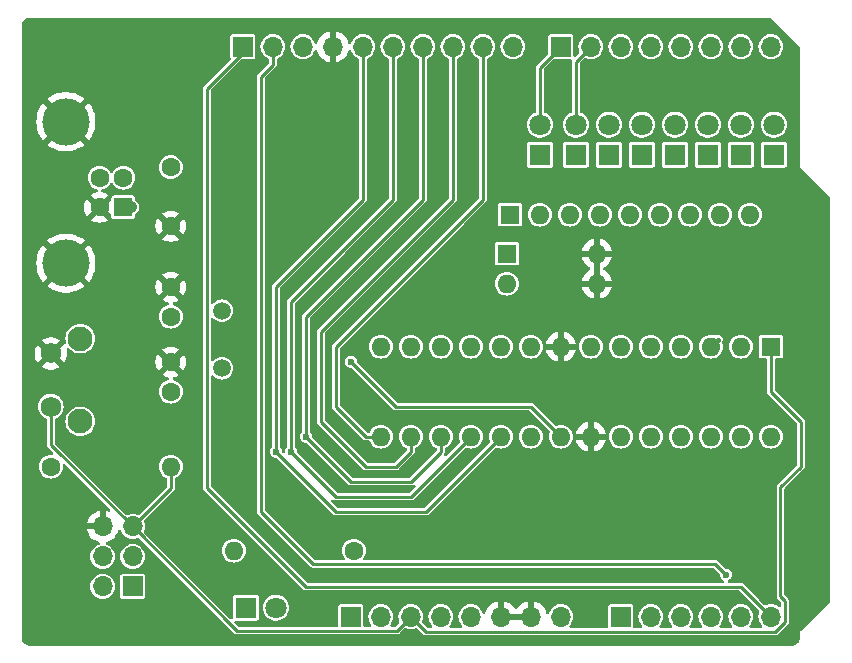
<source format=gbr>
%TF.GenerationSoftware,KiCad,Pcbnew,7.0.5*%
%TF.CreationDate,2023-11-13T20:32:54+01:00*%
%TF.ProjectId,atmega328p_dev_board,61746d65-6761-4333-9238-705f6465765f,rev?*%
%TF.SameCoordinates,Original*%
%TF.FileFunction,Copper,L2,Bot*%
%TF.FilePolarity,Positive*%
%FSLAX46Y46*%
G04 Gerber Fmt 4.6, Leading zero omitted, Abs format (unit mm)*
G04 Created by KiCad (PCBNEW 7.0.5) date 2023-11-13 20:32:54*
%MOMM*%
%LPD*%
G01*
G04 APERTURE LIST*
%TA.AperFunction,ComponentPad*%
%ADD10R,1.700000X1.700000*%
%TD*%
%TA.AperFunction,ComponentPad*%
%ADD11O,1.700000X1.700000*%
%TD*%
%TA.AperFunction,ComponentPad*%
%ADD12R,1.600000X1.600000*%
%TD*%
%TA.AperFunction,ComponentPad*%
%ADD13O,1.600000X1.600000*%
%TD*%
%TA.AperFunction,ComponentPad*%
%ADD14R,1.800000X1.800000*%
%TD*%
%TA.AperFunction,ComponentPad*%
%ADD15C,1.800000*%
%TD*%
%TA.AperFunction,ComponentPad*%
%ADD16C,1.600000*%
%TD*%
%TA.AperFunction,ComponentPad*%
%ADD17C,4.000000*%
%TD*%
%TA.AperFunction,ComponentPad*%
%ADD18C,1.500000*%
%TD*%
%TA.AperFunction,ComponentPad*%
%ADD19C,2.100000*%
%TD*%
%TA.AperFunction,ComponentPad*%
%ADD20C,1.750000*%
%TD*%
%TA.AperFunction,ViaPad*%
%ADD21C,0.600000*%
%TD*%
%TA.AperFunction,Conductor*%
%ADD22C,0.250000*%
%TD*%
%TA.AperFunction,Conductor*%
%ADD23C,0.400000*%
%TD*%
%TA.AperFunction,Conductor*%
%ADD24C,1.000000*%
%TD*%
G04 APERTURE END LIST*
D10*
%TO.P,J1,1,Pin_1*%
%TO.N,unconnected-(J1-Pin_1-Pad1)*%
X127940000Y-97460000D03*
D11*
%TO.P,J1,2,Pin_2*%
%TO.N,+5V*%
X130480000Y-97460000D03*
%TO.P,J1,3,Pin_3*%
%TO.N,Reset*%
X133020000Y-97460000D03*
%TO.P,J1,4,Pin_4*%
%TO.N,+5V*%
X135560000Y-97460000D03*
%TO.P,J1,5,Pin_5*%
X138100000Y-97460000D03*
%TO.P,J1,6,Pin_6*%
%TO.N,GND*%
X140640000Y-97460000D03*
%TO.P,J1,7,Pin_7*%
X143180000Y-97460000D03*
%TO.P,J1,8,Pin_8*%
%TO.N,unconnected-(J1-Pin_8-Pad8)*%
X145720000Y-97460000D03*
%TD*%
D10*
%TO.P,J3,1,Pin_1*%
%TO.N,PC0*%
X150800000Y-97460000D03*
D11*
%TO.P,J3,2,Pin_2*%
%TO.N,PC1*%
X153340000Y-97460000D03*
%TO.P,J3,3,Pin_3*%
%TO.N,PC2*%
X155880000Y-97460000D03*
%TO.P,J3,4,Pin_4*%
%TO.N,PC3*%
X158420000Y-97460000D03*
%TO.P,J3,5,Pin_5*%
%TO.N,PC4*%
X160960000Y-97460000D03*
%TO.P,J3,6,Pin_6*%
%TO.N,PC5*%
X163500000Y-97460000D03*
%TD*%
D10*
%TO.P,J2,1,Pin_1*%
%TO.N,PC5*%
X118796000Y-49200000D03*
D11*
%TO.P,J2,2,Pin_2*%
%TO.N,PC4*%
X121336000Y-49200000D03*
%TO.P,J2,3,Pin_3*%
%TO.N,AREF*%
X123876000Y-49200000D03*
%TO.P,J2,4,Pin_4*%
%TO.N,GND*%
X126416000Y-49200000D03*
%TO.P,J2,5,Pin_5*%
%TO.N,SCK*%
X128956000Y-49200000D03*
%TO.P,J2,6,Pin_6*%
%TO.N,MISO*%
X131496000Y-49200000D03*
%TO.P,J2,7,Pin_7*%
%TO.N,MOSI*%
X134036000Y-49200000D03*
%TO.P,J2,8,Pin_8*%
%TO.N,PB2*%
X136576000Y-49200000D03*
%TO.P,J2,9,Pin_9*%
%TO.N,PB1*%
X139116000Y-49200000D03*
%TO.P,J2,10,Pin_10*%
%TO.N,PB0*%
X141656000Y-49200000D03*
%TD*%
D10*
%TO.P,J4,1,Pin_1*%
%TO.N,PD7*%
X145720000Y-49200000D03*
D11*
%TO.P,J4,2,Pin_2*%
%TO.N,PD6*%
X148260000Y-49200000D03*
%TO.P,J4,3,Pin_3*%
%TO.N,PD5*%
X150800000Y-49200000D03*
%TO.P,J4,4,Pin_4*%
%TO.N,PD4*%
X153340000Y-49200000D03*
%TO.P,J4,5,Pin_5*%
%TO.N,PD3*%
X155880000Y-49200000D03*
%TO.P,J4,6,Pin_6*%
%TO.N,PD2*%
X158420000Y-49200000D03*
%TO.P,J4,7,Pin_7*%
%TO.N,PD1*%
X160960000Y-49200000D03*
%TO.P,J4,8,Pin_8*%
%TO.N,PD0*%
X163500000Y-49200000D03*
%TD*%
D12*
%TO.P,U1,1,~{RESET}/PC6*%
%TO.N,Reset*%
X163500000Y-74600000D03*
D13*
%TO.P,U1,2,PD0*%
%TO.N,PD0*%
X160960000Y-74600000D03*
%TO.P,U1,3,PD1*%
%TO.N,PD1*%
X158420000Y-74600000D03*
%TO.P,U1,4,PD2*%
%TO.N,PD2*%
X155880000Y-74600000D03*
%TO.P,U1,5,PD3*%
%TO.N,PD3*%
X153340000Y-74600000D03*
%TO.P,U1,6,PD4*%
%TO.N,PD4*%
X150800000Y-74600000D03*
%TO.P,U1,7,VCC*%
%TO.N,+5V*%
X148260000Y-74600000D03*
%TO.P,U1,8,GND*%
%TO.N,GND*%
X145720000Y-74600000D03*
%TO.P,U1,9,XTAL1/PB6*%
%TO.N,Net-(U1-XTAL1{slash}PB6)*%
X143180000Y-74600000D03*
%TO.P,U1,10,XTAL2/PB7*%
%TO.N,Net-(U1-XTAL2{slash}PB7)*%
X140640000Y-74600000D03*
%TO.P,U1,11,PD5*%
%TO.N,PD5*%
X138100000Y-74600000D03*
%TO.P,U1,12,PD6*%
%TO.N,PD6*%
X135560000Y-74600000D03*
%TO.P,U1,13,PD7*%
%TO.N,PD7*%
X133020000Y-74600000D03*
%TO.P,U1,14,PB0*%
%TO.N,PB0*%
X130480000Y-74600000D03*
%TO.P,U1,15,PB1*%
%TO.N,PB1*%
X130480000Y-82220000D03*
%TO.P,U1,16,PB2*%
%TO.N,PB2*%
X133020000Y-82220000D03*
%TO.P,U1,17,PB3*%
%TO.N,MOSI*%
X135560000Y-82220000D03*
%TO.P,U1,18,PB4*%
%TO.N,MISO*%
X138100000Y-82220000D03*
%TO.P,U1,19,PB5*%
%TO.N,SCK*%
X140640000Y-82220000D03*
%TO.P,U1,20,AVCC*%
%TO.N,+5V*%
X143180000Y-82220000D03*
%TO.P,U1,21,AREF*%
%TO.N,AREF*%
X145720000Y-82220000D03*
%TO.P,U1,22,GND*%
%TO.N,GND*%
X148260000Y-82220000D03*
%TO.P,U1,23,PC0*%
%TO.N,PC0*%
X150800000Y-82220000D03*
%TO.P,U1,24,PC1*%
%TO.N,PC1*%
X153340000Y-82220000D03*
%TO.P,U1,25,PC2*%
%TO.N,PC2*%
X155880000Y-82220000D03*
%TO.P,U1,26,PC3*%
%TO.N,PC3*%
X158420000Y-82220000D03*
%TO.P,U1,27,PC4*%
%TO.N,PC4*%
X160960000Y-82220000D03*
%TO.P,U1,28,PC5*%
%TO.N,PC5*%
X163500000Y-82220000D03*
%TD*%
D10*
%TO.P,J6,1,Pin_1*%
%TO.N,MISO*%
X109460000Y-94905000D03*
D11*
%TO.P,J6,2,Pin_2*%
%TO.N,+5V*%
X106920000Y-94905000D03*
%TO.P,J6,3,Pin_3*%
%TO.N,SCK*%
X109460000Y-92365000D03*
%TO.P,J6,4,Pin_4*%
%TO.N,MOSI*%
X106920000Y-92365000D03*
%TO.P,J6,5,Pin_5*%
%TO.N,Reset*%
X109460000Y-89825000D03*
%TO.P,J6,6,Pin_6*%
%TO.N,GND*%
X106920000Y-89825000D03*
%TD*%
D14*
%TO.P,D7,1,K*%
%TO.N,Net-(D7-K)*%
X146990000Y-58344000D03*
D15*
%TO.P,D7,2,A*%
%TO.N,PD6*%
X146990000Y-55804000D03*
%TD*%
D14*
%TO.P,D9,1,K*%
%TO.N,Net-(D9-K)*%
X119050000Y-96698000D03*
D15*
%TO.P,D9,2,A*%
%TO.N,+5V*%
X121590000Y-96698000D03*
%TD*%
D14*
%TO.P,D2,1,K*%
%TO.N,Net-(D2-K)*%
X160960000Y-58344000D03*
D15*
%TO.P,D2,2,A*%
%TO.N,PD1*%
X160960000Y-55804000D03*
%TD*%
D12*
%TO.P,SW1,1*%
%TO.N,Net-(RN1-common)*%
X141148000Y-66726000D03*
D13*
%TO.P,SW1,2*%
%TO.N,Net-(R2-Pad1)*%
X141148000Y-69266000D03*
%TO.P,SW1,3*%
%TO.N,GND*%
X148768000Y-69266000D03*
%TO.P,SW1,4*%
X148768000Y-66726000D03*
%TD*%
D14*
%TO.P,D1,1,K*%
%TO.N,Net-(D1-K)*%
X163754000Y-58344000D03*
D15*
%TO.P,D1,2,A*%
%TO.N,PD0*%
X163754000Y-55804000D03*
%TD*%
D12*
%TO.P,RN1,1,common*%
%TO.N,Net-(RN1-common)*%
X141402000Y-63424000D03*
D13*
%TO.P,RN1,2,R1*%
%TO.N,Net-(D8-K)*%
X143942000Y-63424000D03*
%TO.P,RN1,3,R2*%
%TO.N,Net-(D7-K)*%
X146482000Y-63424000D03*
%TO.P,RN1,4,R3*%
%TO.N,Net-(D6-K)*%
X149022000Y-63424000D03*
%TO.P,RN1,5,R4*%
%TO.N,Net-(D5-K)*%
X151562000Y-63424000D03*
%TO.P,RN1,6,R5*%
%TO.N,Net-(D4-K)*%
X154102000Y-63424000D03*
%TO.P,RN1,7,R6*%
%TO.N,Net-(D3-K)*%
X156642000Y-63424000D03*
%TO.P,RN1,8,R7*%
%TO.N,Net-(D2-K)*%
X159182000Y-63424000D03*
%TO.P,RN1,9,R8*%
%TO.N,Net-(D1-K)*%
X161722000Y-63424000D03*
%TD*%
D14*
%TO.P,D4,1,K*%
%TO.N,Net-(D4-K)*%
X155372000Y-58344000D03*
D15*
%TO.P,D4,2,A*%
%TO.N,PD3*%
X155372000Y-55804000D03*
%TD*%
D16*
%TO.P,C2,1*%
%TO.N,Net-(U1-XTAL1{slash}PB6)*%
X112700000Y-78410000D03*
%TO.P,C2,2*%
%TO.N,GND*%
X112700000Y-75910000D03*
%TD*%
%TO.P,C3,1*%
%TO.N,GND*%
X112700000Y-64400000D03*
%TO.P,C3,2*%
%TO.N,+5V*%
X112700000Y-59400000D03*
%TD*%
D14*
%TO.P,D8,1,K*%
%TO.N,Net-(D8-K)*%
X143942000Y-58349000D03*
D15*
%TO.P,D8,2,A*%
%TO.N,PD7*%
X143942000Y-55809000D03*
%TD*%
D12*
%TO.P,J5,1,VBUS*%
%TO.N,+5V*%
X108670000Y-62800000D03*
D16*
%TO.P,J5,2,D-*%
%TO.N,unconnected-(J5-D--Pad2)*%
X108670000Y-60300000D03*
%TO.P,J5,3,D+*%
%TO.N,unconnected-(J5-D+-Pad3)*%
X106670000Y-60300000D03*
%TO.P,J5,4,GND*%
%TO.N,GND*%
X106670000Y-62800000D03*
D17*
%TO.P,J5,5,Shield*%
X103810000Y-67550000D03*
X103810000Y-55550000D03*
%TD*%
D18*
%TO.P,Y1,1,1*%
%TO.N,Net-(U1-XTAL1{slash}PB6)*%
X117018000Y-76432000D03*
%TO.P,Y1,2,2*%
%TO.N,Net-(U1-XTAL2{slash}PB7)*%
X117018000Y-71552000D03*
%TD*%
D16*
%TO.P,R1,1*%
%TO.N,+5V*%
X102540000Y-84760000D03*
D13*
%TO.P,R1,2*%
%TO.N,Reset*%
X112700000Y-84760000D03*
%TD*%
D14*
%TO.P,D5,1,K*%
%TO.N,Net-(D5-K)*%
X152578000Y-58344000D03*
D15*
%TO.P,D5,2,A*%
%TO.N,PD4*%
X152578000Y-55804000D03*
%TD*%
D14*
%TO.P,D6,1,K*%
%TO.N,Net-(D6-K)*%
X149784000Y-58349000D03*
D15*
%TO.P,D6,2,A*%
%TO.N,PD5*%
X149784000Y-55809000D03*
%TD*%
D14*
%TO.P,D3,1,K*%
%TO.N,Net-(D3-K)*%
X158166000Y-58344000D03*
D15*
%TO.P,D3,2,A*%
%TO.N,PD2*%
X158166000Y-55804000D03*
%TD*%
D16*
%TO.P,C1,1*%
%TO.N,Net-(U1-XTAL2{slash}PB7)*%
X112700000Y-72060000D03*
%TO.P,C1,2*%
%TO.N,GND*%
X112700000Y-69560000D03*
%TD*%
D19*
%TO.P,SW2,*%
%TO.N,*%
X105030000Y-80930000D03*
X105030000Y-73920000D03*
D20*
%TO.P,SW2,1,1*%
%TO.N,Reset*%
X102540000Y-79680000D03*
%TO.P,SW2,2,2*%
%TO.N,GND*%
X102540000Y-75180000D03*
%TD*%
D16*
%TO.P,R2,1*%
%TO.N,Net-(R2-Pad1)*%
X128194000Y-91872000D03*
D13*
%TO.P,R2,2*%
%TO.N,Net-(D9-K)*%
X118034000Y-91872000D03*
%TD*%
D21*
%TO.N,PC4*%
X159690000Y-93904000D03*
%TO.N,AREF*%
X127940000Y-75870000D03*
%TO.N,SCK*%
X121590000Y-83490000D03*
X121590000Y-83490000D03*
%TO.N,MISO*%
X122860000Y-83490000D03*
%TO.N,MOSI*%
X124130000Y-82220000D03*
%TD*%
D22*
%TO.N,GND*%
X143180000Y-97460000D02*
X140640000Y-97460000D01*
D23*
X102540000Y-68820000D02*
X103810000Y-67550000D01*
D24*
%TO.N,+5V*%
X108670000Y-62800000D02*
X109300000Y-62800000D01*
D22*
%TO.N,PC5*%
X124130000Y-94920000D02*
X115748000Y-86538000D01*
X163500000Y-97460000D02*
X160960000Y-94920000D01*
X115748000Y-86538000D02*
X115748000Y-52756000D01*
X118796000Y-49708000D02*
X118796000Y-49200000D01*
X160960000Y-94920000D02*
X124130000Y-94920000D01*
X115748000Y-52756000D02*
X118796000Y-49708000D01*
%TO.N,PC4*%
X121336000Y-49200000D02*
X121336000Y-50724000D01*
X158783000Y-92997000D02*
X159690000Y-93904000D01*
X120320000Y-51740000D02*
X120320000Y-88570000D01*
X157005000Y-92997000D02*
X158783000Y-92997000D01*
X121336000Y-50724000D02*
X120320000Y-51740000D01*
X120320000Y-88570000D02*
X124747000Y-92997000D01*
X124747000Y-92997000D02*
X157005000Y-92997000D01*
%TO.N,AREF*%
X127940000Y-75870000D02*
X131750000Y-79680000D01*
X143180000Y-79680000D02*
X145720000Y-82220000D01*
X131750000Y-79680000D02*
X143180000Y-79680000D01*
%TO.N,SCK*%
X126670000Y-88570000D02*
X134290000Y-88570000D01*
X128956000Y-49200000D02*
X128956000Y-62154000D01*
X128956000Y-62154000D02*
X121590000Y-69520000D01*
X121590000Y-69520000D02*
X121590000Y-83490000D01*
X121590000Y-83490000D02*
X126670000Y-88570000D01*
X134290000Y-88570000D02*
X140640000Y-82220000D01*
%TO.N,MISO*%
X122860000Y-83490000D02*
X126670000Y-87300000D01*
X122860000Y-70790000D02*
X131496000Y-62154000D01*
X126670000Y-87300000D02*
X133020000Y-87300000D01*
X131496000Y-62154000D02*
X131496000Y-49200000D01*
X122860000Y-83490000D02*
X122860000Y-70790000D01*
X133020000Y-87300000D02*
X138100000Y-82220000D01*
%TO.N,MOSI*%
X133020000Y-86030000D02*
X135560000Y-83490000D01*
X124130000Y-82220000D02*
X127940000Y-86030000D01*
X134036000Y-62154000D02*
X134036000Y-49200000D01*
X127940000Y-86030000D02*
X133020000Y-86030000D01*
X135560000Y-83490000D02*
X135560000Y-82220000D01*
X124130000Y-72060000D02*
X134036000Y-62154000D01*
X124130000Y-82220000D02*
X124130000Y-72060000D01*
%TO.N,PB2*%
X136576000Y-62154000D02*
X125400000Y-73330000D01*
X136576000Y-49200000D02*
X136576000Y-62154000D01*
X125400000Y-73330000D02*
X125400000Y-80950000D01*
X129210000Y-84760000D02*
X131750000Y-84760000D01*
X133020000Y-83490000D02*
X133020000Y-82220000D01*
X125400000Y-80950000D02*
X129210000Y-84760000D01*
X131750000Y-84760000D02*
X133020000Y-83490000D01*
%TO.N,PB1*%
X129210000Y-82220000D02*
X130480000Y-82220000D01*
X126670000Y-79680000D02*
X129210000Y-82220000D01*
X139116000Y-62154000D02*
X126670000Y-74600000D01*
X126670000Y-74600000D02*
X126670000Y-79680000D01*
X139116000Y-49200000D02*
X139116000Y-62154000D01*
%TO.N,PD7*%
X143942000Y-55809000D02*
X143942000Y-50978000D01*
X143942000Y-50978000D02*
X145720000Y-49200000D01*
%TO.N,PD6*%
X146990000Y-50470000D02*
X148260000Y-49200000D01*
X146990000Y-55804000D02*
X146990000Y-50470000D01*
D23*
%TO.N,PD1*%
X159020000Y-74000000D02*
X158420000Y-74600000D01*
D22*
%TO.N,Reset*%
X109460000Y-89825000D02*
X102540000Y-82905000D01*
X109460000Y-89825000D02*
X112700000Y-86585000D01*
X163500000Y-78410000D02*
X166040000Y-80950000D01*
X164675000Y-96095000D02*
X164675000Y-97946701D01*
X166040000Y-84760000D02*
X164315000Y-86485000D01*
X164315000Y-95735000D02*
X164675000Y-96095000D01*
X112700000Y-86585000D02*
X112700000Y-84760000D01*
X102540000Y-82905000D02*
X102540000Y-79680000D01*
X166040000Y-80950000D02*
X166040000Y-84760000D01*
X133020000Y-97460000D02*
X131845000Y-98635000D01*
X134290000Y-98730000D02*
X133020000Y-97460000D01*
X131845000Y-98635000D02*
X118270000Y-98635000D01*
X163891701Y-98730000D02*
X134290000Y-98730000D01*
X164675000Y-97946701D02*
X163891701Y-98730000D01*
X164315000Y-86485000D02*
X164315000Y-95735000D01*
X118270000Y-98635000D02*
X109460000Y-89825000D01*
X163500000Y-74600000D02*
X163500000Y-78410000D01*
%TD*%
%TA.AperFunction,Conductor*%
%TO.N,GND*%
G36*
X142720507Y-97250156D02*
G01*
X142680000Y-97388111D01*
X142680000Y-97531889D01*
X142720507Y-97669844D01*
X142746314Y-97710000D01*
X141073686Y-97710000D01*
X141099493Y-97669844D01*
X141140000Y-97531889D01*
X141140000Y-97388111D01*
X141099493Y-97250156D01*
X141073686Y-97210000D01*
X142746314Y-97210000D01*
X142720507Y-97250156D01*
G37*
%TD.AperFunction*%
%TA.AperFunction,Conductor*%
G36*
X149018000Y-68950314D02*
G01*
X149006045Y-68938359D01*
X148893148Y-68880835D01*
X148799481Y-68866000D01*
X148736519Y-68866000D01*
X148642852Y-68880835D01*
X148529955Y-68938359D01*
X148518000Y-68950314D01*
X148518000Y-67041686D01*
X148529955Y-67053641D01*
X148642852Y-67111165D01*
X148736519Y-67126000D01*
X148799481Y-67126000D01*
X148893148Y-67111165D01*
X149006045Y-67053641D01*
X149018000Y-67041685D01*
X149018000Y-68950314D01*
G37*
%TD.AperFunction*%
%TA.AperFunction,Conductor*%
G36*
X163484404Y-46755185D02*
G01*
X163505046Y-46771819D01*
X165928181Y-49194953D01*
X165961666Y-49256276D01*
X165964500Y-49282634D01*
X165964500Y-59315019D01*
X165961963Y-59334292D01*
X165964264Y-59360591D01*
X165964500Y-59365997D01*
X165964500Y-59373315D01*
X165965769Y-59380516D01*
X165966474Y-59385873D01*
X165967181Y-59393955D01*
X165971651Y-59403541D01*
X165978451Y-59411644D01*
X165978452Y-59411645D01*
X165979500Y-59412250D01*
X166005185Y-59431958D01*
X168468182Y-61894955D01*
X168501666Y-61956276D01*
X168504500Y-61982634D01*
X168504500Y-96107363D01*
X168484815Y-96174402D01*
X168468181Y-96195044D01*
X166018418Y-98644806D01*
X166003002Y-98656636D01*
X165986024Y-98676868D01*
X165982374Y-98680851D01*
X165977197Y-98686027D01*
X165972997Y-98692026D01*
X165969710Y-98696309D01*
X165964501Y-98702517D01*
X165960881Y-98712463D01*
X165959960Y-98722998D01*
X165960274Y-98724169D01*
X165964500Y-98756265D01*
X165964500Y-99234951D01*
X165964201Y-99241033D01*
X165952505Y-99359778D01*
X165947763Y-99383618D01*
X165917832Y-99482290D01*
X165915789Y-99489024D01*
X165906486Y-99511482D01*
X165854561Y-99608627D01*
X165841056Y-99628839D01*
X165771176Y-99713988D01*
X165753988Y-99731176D01*
X165668839Y-99801056D01*
X165648627Y-99814561D01*
X165551482Y-99866486D01*
X165529028Y-99875787D01*
X165487028Y-99888528D01*
X165423618Y-99907763D01*
X165399778Y-99912505D01*
X165281033Y-99924201D01*
X165274951Y-99924500D01*
X100765049Y-99924500D01*
X100758968Y-99924201D01*
X100640221Y-99912505D01*
X100616381Y-99907763D01*
X100599445Y-99902625D01*
X100510968Y-99875786D01*
X100488517Y-99866486D01*
X100391372Y-99814561D01*
X100371160Y-99801056D01*
X100286011Y-99731176D01*
X100268823Y-99713988D01*
X100198943Y-99628839D01*
X100185438Y-99608627D01*
X100133510Y-99511476D01*
X100124215Y-99489037D01*
X100092234Y-99383612D01*
X100087494Y-99359777D01*
X100075799Y-99241032D01*
X100075500Y-99234951D01*
X100075500Y-94905000D01*
X105864417Y-94905000D01*
X105884699Y-95110932D01*
X105910136Y-95194787D01*
X105944768Y-95308954D01*
X106042315Y-95491450D01*
X106042317Y-95491452D01*
X106173589Y-95651410D01*
X106254826Y-95718078D01*
X106333550Y-95782685D01*
X106516046Y-95880232D01*
X106714066Y-95940300D01*
X106714065Y-95940300D01*
X106734348Y-95942297D01*
X106920000Y-95960583D01*
X107125934Y-95940300D01*
X107323954Y-95880232D01*
X107506450Y-95782685D01*
X107516116Y-95774752D01*
X108409500Y-95774752D01*
X108421131Y-95833229D01*
X108421132Y-95833230D01*
X108465447Y-95899552D01*
X108531769Y-95943867D01*
X108531770Y-95943868D01*
X108590247Y-95955499D01*
X108590250Y-95955500D01*
X108590252Y-95955500D01*
X110329750Y-95955500D01*
X110329751Y-95955499D01*
X110344568Y-95952552D01*
X110388229Y-95943868D01*
X110388229Y-95943867D01*
X110388231Y-95943867D01*
X110454552Y-95899552D01*
X110498867Y-95833231D01*
X110498867Y-95833229D01*
X110498868Y-95833229D01*
X110509803Y-95778252D01*
X110510500Y-95774748D01*
X110510500Y-94035252D01*
X110510500Y-94035251D01*
X110510500Y-94035249D01*
X110510499Y-94035247D01*
X110498868Y-93976770D01*
X110498867Y-93976769D01*
X110454552Y-93910447D01*
X110388230Y-93866132D01*
X110388229Y-93866131D01*
X110329752Y-93854500D01*
X110329748Y-93854500D01*
X108590252Y-93854500D01*
X108590247Y-93854500D01*
X108531770Y-93866131D01*
X108531769Y-93866132D01*
X108465447Y-93910447D01*
X108421132Y-93976769D01*
X108421131Y-93976770D01*
X108409500Y-94035247D01*
X108409500Y-95774752D01*
X107516116Y-95774752D01*
X107666410Y-95651410D01*
X107797685Y-95491450D01*
X107895232Y-95308954D01*
X107955300Y-95110934D01*
X107975583Y-94905000D01*
X107955300Y-94699066D01*
X107895232Y-94501046D01*
X107797685Y-94318550D01*
X107681825Y-94177373D01*
X107666410Y-94158589D01*
X107529775Y-94046457D01*
X107506450Y-94027315D01*
X107323954Y-93929768D01*
X107125934Y-93869700D01*
X107125932Y-93869699D01*
X107125934Y-93869699D01*
X106938463Y-93851235D01*
X106920000Y-93849417D01*
X106919999Y-93849417D01*
X106714067Y-93869699D01*
X106516043Y-93929769D01*
X106428114Y-93976769D01*
X106333550Y-94027315D01*
X106333548Y-94027316D01*
X106333547Y-94027317D01*
X106173589Y-94158589D01*
X106042317Y-94318547D01*
X106042315Y-94318550D01*
X106016854Y-94366184D01*
X105944769Y-94501043D01*
X105884699Y-94699067D01*
X105864417Y-94905000D01*
X100075500Y-94905000D01*
X100075500Y-79680000D01*
X101459892Y-79680000D01*
X101478282Y-79878464D01*
X101478282Y-79878466D01*
X101478283Y-79878469D01*
X101515497Y-80009263D01*
X101532830Y-80070183D01*
X101621670Y-80248598D01*
X101621675Y-80248606D01*
X101741792Y-80407666D01*
X101843821Y-80500677D01*
X101889090Y-80541945D01*
X102058554Y-80646873D01*
X102135294Y-80676602D01*
X102190695Y-80719175D01*
X102214286Y-80784942D01*
X102214500Y-80792229D01*
X102214500Y-82888078D01*
X102214264Y-82893485D01*
X102210735Y-82933808D01*
X102221212Y-82972910D01*
X102222383Y-82978190D01*
X102229411Y-83018043D01*
X102231235Y-83023055D01*
X102238197Y-83039861D01*
X102240445Y-83044681D01*
X102240446Y-83044684D01*
X102248309Y-83055913D01*
X102263655Y-83077831D01*
X102266561Y-83082392D01*
X102286806Y-83117455D01*
X102317815Y-83143475D01*
X102321805Y-83147131D01*
X102726815Y-83552141D01*
X102760300Y-83613464D01*
X102755316Y-83683156D01*
X102713444Y-83739089D01*
X102647980Y-83763506D01*
X102626981Y-83763225D01*
X102540001Y-83754659D01*
X102540000Y-83754659D01*
X102343870Y-83773975D01*
X102155266Y-83831188D01*
X101981467Y-83924086D01*
X101981460Y-83924090D01*
X101829116Y-84049116D01*
X101704090Y-84201460D01*
X101704086Y-84201467D01*
X101611188Y-84375266D01*
X101553975Y-84563870D01*
X101534659Y-84760000D01*
X101553975Y-84956129D01*
X101560667Y-84978189D01*
X101588695Y-85070586D01*
X101611188Y-85144733D01*
X101704086Y-85318532D01*
X101704090Y-85318539D01*
X101829116Y-85470883D01*
X101981460Y-85595909D01*
X101981467Y-85595913D01*
X102155266Y-85688811D01*
X102155269Y-85688811D01*
X102155273Y-85688814D01*
X102343868Y-85746024D01*
X102540000Y-85765341D01*
X102736132Y-85746024D01*
X102924727Y-85688814D01*
X103098538Y-85595910D01*
X103250883Y-85470883D01*
X103375910Y-85318538D01*
X103468814Y-85144727D01*
X103526024Y-84956132D01*
X103545341Y-84760000D01*
X103536774Y-84673018D01*
X103549793Y-84604373D01*
X103597858Y-84553663D01*
X103665709Y-84536988D01*
X103731803Y-84559644D01*
X103747858Y-84573184D01*
X107528454Y-88353780D01*
X107561939Y-88415103D01*
X107556955Y-88484795D01*
X107515083Y-88540728D01*
X107449619Y-88565145D01*
X107388372Y-88553845D01*
X107383493Y-88551570D01*
X107383486Y-88551567D01*
X107170000Y-88494364D01*
X107170000Y-89389498D01*
X107062315Y-89340320D01*
X106955763Y-89325000D01*
X106884237Y-89325000D01*
X106777685Y-89340320D01*
X106670000Y-89389498D01*
X106670000Y-88494364D01*
X106669999Y-88494364D01*
X106456513Y-88551567D01*
X106456507Y-88551570D01*
X106242422Y-88651399D01*
X106242420Y-88651400D01*
X106048926Y-88786886D01*
X106048920Y-88786891D01*
X105881891Y-88953920D01*
X105881886Y-88953926D01*
X105746400Y-89147420D01*
X105746399Y-89147422D01*
X105646570Y-89361507D01*
X105646567Y-89361513D01*
X105589364Y-89574999D01*
X105589364Y-89575000D01*
X106486314Y-89575000D01*
X106460507Y-89615156D01*
X106420000Y-89753111D01*
X106420000Y-89896889D01*
X106460507Y-90034844D01*
X106486314Y-90075000D01*
X105589364Y-90075000D01*
X105646567Y-90288486D01*
X105646570Y-90288492D01*
X105746399Y-90502578D01*
X105881894Y-90696082D01*
X106048917Y-90863105D01*
X106242421Y-90998600D01*
X106456507Y-91098429D01*
X106456516Y-91098433D01*
X106578649Y-91131158D01*
X106638310Y-91167523D01*
X106668839Y-91230369D01*
X106660545Y-91299745D01*
X106616059Y-91353623D01*
X106582552Y-91369593D01*
X106516046Y-91389767D01*
X106385358Y-91459622D01*
X106333550Y-91487315D01*
X106333548Y-91487316D01*
X106333547Y-91487317D01*
X106173589Y-91618589D01*
X106042317Y-91778547D01*
X105944769Y-91961043D01*
X105884699Y-92159067D01*
X105864417Y-92364999D01*
X105884699Y-92570932D01*
X105904189Y-92635181D01*
X105944768Y-92768954D01*
X106042315Y-92951450D01*
X106042317Y-92951452D01*
X106173589Y-93111410D01*
X106270209Y-93190702D01*
X106333550Y-93242685D01*
X106516046Y-93340232D01*
X106714066Y-93400300D01*
X106714065Y-93400300D01*
X106732529Y-93402118D01*
X106920000Y-93420583D01*
X107125934Y-93400300D01*
X107323954Y-93340232D01*
X107506450Y-93242685D01*
X107666410Y-93111410D01*
X107797685Y-92951450D01*
X107895232Y-92768954D01*
X107955300Y-92570934D01*
X107975583Y-92365000D01*
X108404417Y-92365000D01*
X108424699Y-92570932D01*
X108444189Y-92635181D01*
X108484768Y-92768954D01*
X108582315Y-92951450D01*
X108582317Y-92951452D01*
X108713589Y-93111410D01*
X108810209Y-93190702D01*
X108873550Y-93242685D01*
X109056046Y-93340232D01*
X109254066Y-93400300D01*
X109254065Y-93400300D01*
X109274348Y-93402297D01*
X109460000Y-93420583D01*
X109665934Y-93400300D01*
X109863954Y-93340232D01*
X110046450Y-93242685D01*
X110206410Y-93111410D01*
X110337685Y-92951450D01*
X110435232Y-92768954D01*
X110495300Y-92570934D01*
X110515583Y-92365000D01*
X110495300Y-92159066D01*
X110435232Y-91961046D01*
X110337685Y-91778550D01*
X110285702Y-91715209D01*
X110206410Y-91618589D01*
X110046452Y-91487317D01*
X110046453Y-91487317D01*
X110046450Y-91487315D01*
X109863954Y-91389768D01*
X109665934Y-91329700D01*
X109665932Y-91329699D01*
X109665934Y-91329699D01*
X109478463Y-91311235D01*
X109460000Y-91309417D01*
X109459999Y-91309417D01*
X109254067Y-91329699D01*
X109078692Y-91382898D01*
X109056050Y-91389767D01*
X109056043Y-91389769D01*
X108945897Y-91448643D01*
X108873550Y-91487315D01*
X108873548Y-91487316D01*
X108873547Y-91487317D01*
X108713589Y-91618589D01*
X108582317Y-91778547D01*
X108484769Y-91961043D01*
X108424699Y-92159067D01*
X108404417Y-92365000D01*
X107975583Y-92365000D01*
X107955300Y-92159066D01*
X107895232Y-91961046D01*
X107797685Y-91778550D01*
X107745702Y-91715209D01*
X107666410Y-91618589D01*
X107506452Y-91487317D01*
X107506453Y-91487317D01*
X107506450Y-91487315D01*
X107323954Y-91389768D01*
X107257447Y-91369593D01*
X107199009Y-91331296D01*
X107170553Y-91267484D01*
X107181113Y-91198417D01*
X107227337Y-91146023D01*
X107261350Y-91131158D01*
X107383483Y-91098433D01*
X107383492Y-91098429D01*
X107597578Y-90998600D01*
X107791082Y-90863105D01*
X107958105Y-90696082D01*
X108093600Y-90502578D01*
X108193429Y-90288492D01*
X108193433Y-90288483D01*
X108226158Y-90166350D01*
X108262522Y-90106690D01*
X108325369Y-90076160D01*
X108394745Y-90084454D01*
X108448623Y-90128939D01*
X108464593Y-90162447D01*
X108484768Y-90228954D01*
X108582315Y-90411450D01*
X108582317Y-90411452D01*
X108713589Y-90571410D01*
X108810209Y-90650702D01*
X108873550Y-90702685D01*
X109056046Y-90800232D01*
X109254066Y-90860300D01*
X109254065Y-90860300D01*
X109272529Y-90862118D01*
X109460000Y-90880583D01*
X109665934Y-90860300D01*
X109863954Y-90800232D01*
X109863962Y-90800227D01*
X109865850Y-90799446D01*
X109866924Y-90799330D01*
X109869784Y-90798463D01*
X109869948Y-90799004D01*
X109935318Y-90791970D01*
X109997801Y-90823238D01*
X110000995Y-90826321D01*
X118027868Y-98853195D01*
X118031523Y-98857184D01*
X118057541Y-98888190D01*
X118057542Y-98888191D01*
X118057545Y-98888194D01*
X118086387Y-98904845D01*
X118092604Y-98908435D01*
X118097154Y-98911333D01*
X118130316Y-98934553D01*
X118130318Y-98934553D01*
X118130319Y-98934554D01*
X118135168Y-98936815D01*
X118151947Y-98943765D01*
X118156952Y-98945587D01*
X118156953Y-98945587D01*
X118156955Y-98945588D01*
X118196829Y-98952618D01*
X118202092Y-98953786D01*
X118213907Y-98956951D01*
X118241193Y-98964263D01*
X118281510Y-98960735D01*
X118286912Y-98960500D01*
X131828078Y-98960500D01*
X131833481Y-98960735D01*
X131873807Y-98964264D01*
X131912940Y-98953777D01*
X131918162Y-98952619D01*
X131958045Y-98945588D01*
X131958050Y-98945584D01*
X131963099Y-98943747D01*
X131979824Y-98936819D01*
X131984681Y-98934554D01*
X131984684Y-98934554D01*
X132017841Y-98911335D01*
X132022390Y-98908438D01*
X132057455Y-98888194D01*
X132057459Y-98888190D01*
X132068537Y-98874986D01*
X132083481Y-98857176D01*
X132087122Y-98853202D01*
X132479005Y-98461319D01*
X132540326Y-98427836D01*
X132610018Y-98432820D01*
X132614132Y-98434439D01*
X132616038Y-98435227D01*
X132616046Y-98435232D01*
X132814066Y-98495300D01*
X132814065Y-98495300D01*
X132832529Y-98497118D01*
X133020000Y-98515583D01*
X133225934Y-98495300D01*
X133423954Y-98435232D01*
X133423969Y-98435223D01*
X133425843Y-98434448D01*
X133426918Y-98434332D01*
X133429784Y-98433463D01*
X133429948Y-98434005D01*
X133495311Y-98426969D01*
X133557795Y-98458234D01*
X133560994Y-98461321D01*
X134047868Y-98948195D01*
X134051523Y-98952184D01*
X134077541Y-98983190D01*
X134077543Y-98983191D01*
X134077545Y-98983194D01*
X134112599Y-99003432D01*
X134117159Y-99006337D01*
X134150316Y-99029554D01*
X134150319Y-99029554D01*
X134155176Y-99031820D01*
X134171933Y-99038760D01*
X134176953Y-99040587D01*
X134176955Y-99040588D01*
X134216830Y-99047618D01*
X134222087Y-99048784D01*
X134261193Y-99059263D01*
X134301510Y-99055735D01*
X134306912Y-99055500D01*
X163874779Y-99055500D01*
X163880182Y-99055735D01*
X163920508Y-99059264D01*
X163959641Y-99048777D01*
X163964863Y-99047619D01*
X164004746Y-99040588D01*
X164004751Y-99040584D01*
X164009800Y-99038747D01*
X164026525Y-99031819D01*
X164031382Y-99029554D01*
X164031385Y-99029554D01*
X164064542Y-99006335D01*
X164069091Y-99003438D01*
X164104156Y-98983194D01*
X164104160Y-98983190D01*
X164120040Y-98964264D01*
X164130182Y-98952176D01*
X164133823Y-98948202D01*
X164893204Y-98188821D01*
X164897166Y-98185190D01*
X164928194Y-98159156D01*
X164948438Y-98124091D01*
X164951335Y-98119542D01*
X164974554Y-98086385D01*
X164974554Y-98086382D01*
X164976819Y-98081525D01*
X164983747Y-98064800D01*
X164985584Y-98059751D01*
X164985588Y-98059746D01*
X164992619Y-98019863D01*
X164993777Y-98014641D01*
X165004264Y-97975508D01*
X165000735Y-97935182D01*
X165000500Y-97929779D01*
X165000500Y-96111920D01*
X165000736Y-96106513D01*
X165004264Y-96066193D01*
X165004264Y-96066192D01*
X164993782Y-96027076D01*
X164992616Y-96021818D01*
X164985588Y-95981955D01*
X164985586Y-95981952D01*
X164985586Y-95981950D01*
X164983760Y-95976933D01*
X164976820Y-95960176D01*
X164974554Y-95955319D01*
X164974554Y-95955316D01*
X164951339Y-95922162D01*
X164948433Y-95917599D01*
X164928196Y-95882548D01*
X164928195Y-95882547D01*
X164928194Y-95882545D01*
X164897177Y-95856518D01*
X164893193Y-95852867D01*
X164676819Y-95636492D01*
X164643334Y-95575169D01*
X164640500Y-95548811D01*
X164640500Y-91131158D01*
X164640500Y-86671184D01*
X164660184Y-86604149D01*
X164676813Y-86583512D01*
X166258210Y-85002115D01*
X166262172Y-84998484D01*
X166293194Y-84972455D01*
X166313444Y-84937378D01*
X166316333Y-84932845D01*
X166339553Y-84899684D01*
X166339555Y-84899676D01*
X166341816Y-84894828D01*
X166348754Y-84878079D01*
X166350583Y-84873052D01*
X166350588Y-84873045D01*
X166357622Y-84833147D01*
X166358779Y-84827929D01*
X166369263Y-84788807D01*
X166365735Y-84748489D01*
X166365500Y-84743086D01*
X166365500Y-80966909D01*
X166365736Y-80961502D01*
X166369263Y-80921191D01*
X166358786Y-80882092D01*
X166357617Y-80876824D01*
X166350588Y-80836955D01*
X166350587Y-80836954D01*
X166350587Y-80836951D01*
X166348765Y-80831947D01*
X166341815Y-80815168D01*
X166339554Y-80810319D01*
X166339553Y-80810318D01*
X166339553Y-80810316D01*
X166316333Y-80777154D01*
X166313435Y-80772604D01*
X166308358Y-80763811D01*
X166293194Y-80737545D01*
X166293191Y-80737542D01*
X166293190Y-80737541D01*
X166276189Y-80723276D01*
X166262182Y-80711522D01*
X166258210Y-80707883D01*
X163861819Y-78311491D01*
X163828334Y-78250169D01*
X163825500Y-78223811D01*
X163825500Y-75724500D01*
X163845185Y-75657461D01*
X163897989Y-75611706D01*
X163949500Y-75600500D01*
X164319750Y-75600500D01*
X164319751Y-75600499D01*
X164339224Y-75596626D01*
X164378229Y-75588868D01*
X164378229Y-75588867D01*
X164378231Y-75588867D01*
X164444552Y-75544552D01*
X164488867Y-75478231D01*
X164488867Y-75478229D01*
X164488868Y-75478229D01*
X164500499Y-75419752D01*
X164500500Y-75419750D01*
X164500500Y-73780249D01*
X164500499Y-73780247D01*
X164488868Y-73721770D01*
X164488867Y-73721769D01*
X164444552Y-73655447D01*
X164378230Y-73611132D01*
X164378229Y-73611131D01*
X164319752Y-73599500D01*
X164319748Y-73599500D01*
X162680252Y-73599500D01*
X162680247Y-73599500D01*
X162621770Y-73611131D01*
X162621769Y-73611132D01*
X162555447Y-73655447D01*
X162511132Y-73721769D01*
X162511131Y-73721770D01*
X162499500Y-73780247D01*
X162499500Y-75419752D01*
X162511131Y-75478229D01*
X162511132Y-75478230D01*
X162555447Y-75544552D01*
X162621769Y-75588867D01*
X162621770Y-75588868D01*
X162680247Y-75600499D01*
X162680250Y-75600500D01*
X162680252Y-75600500D01*
X163050500Y-75600500D01*
X163117539Y-75620185D01*
X163163294Y-75672989D01*
X163174500Y-75724500D01*
X163174500Y-78393078D01*
X163174264Y-78398485D01*
X163170735Y-78438808D01*
X163181212Y-78477910D01*
X163182383Y-78483190D01*
X163189411Y-78523043D01*
X163191235Y-78528055D01*
X163198197Y-78544861D01*
X163200445Y-78549681D01*
X163200446Y-78549684D01*
X163214452Y-78569687D01*
X163223655Y-78582831D01*
X163226561Y-78587392D01*
X163246806Y-78622455D01*
X163277815Y-78648475D01*
X163281805Y-78652131D01*
X165678182Y-81048508D01*
X165711666Y-81109829D01*
X165714500Y-81136187D01*
X165714500Y-84573810D01*
X165694815Y-84640849D01*
X165678181Y-84661491D01*
X164096803Y-86242870D01*
X164092814Y-86246525D01*
X164061805Y-86272545D01*
X164041562Y-86307606D01*
X164038656Y-86312166D01*
X164015446Y-86345313D01*
X164013206Y-86350117D01*
X164006229Y-86366961D01*
X164004410Y-86371959D01*
X163997383Y-86411811D01*
X163996212Y-86417091D01*
X163985735Y-86456191D01*
X163989264Y-86496513D01*
X163989500Y-86501920D01*
X163989500Y-95718078D01*
X163989264Y-95723485D01*
X163985735Y-95763808D01*
X163996212Y-95802910D01*
X163997383Y-95808190D01*
X164004411Y-95848043D01*
X164006235Y-95853055D01*
X164013197Y-95869861D01*
X164015445Y-95874681D01*
X164015446Y-95874684D01*
X164029452Y-95894687D01*
X164038655Y-95907831D01*
X164041561Y-95912392D01*
X164061806Y-95947455D01*
X164092815Y-95973475D01*
X164096793Y-95977119D01*
X164313182Y-96193508D01*
X164346666Y-96254829D01*
X164349500Y-96281187D01*
X164349500Y-96536017D01*
X164329815Y-96603056D01*
X164277011Y-96648811D01*
X164207853Y-96658755D01*
X164146836Y-96631871D01*
X164086453Y-96582317D01*
X164086451Y-96582316D01*
X164086450Y-96582315D01*
X163922941Y-96494917D01*
X163903956Y-96484769D01*
X163903955Y-96484768D01*
X163903954Y-96484768D01*
X163705934Y-96424700D01*
X163705932Y-96424699D01*
X163705934Y-96424699D01*
X163500000Y-96404417D01*
X163294067Y-96424699D01*
X163182054Y-96458678D01*
X163096046Y-96484768D01*
X163096043Y-96484769D01*
X163096041Y-96484770D01*
X163094132Y-96485561D01*
X163093051Y-96485677D01*
X163090217Y-96486537D01*
X163090053Y-96485999D01*
X163024662Y-96493026D01*
X162962185Y-96461747D01*
X162959005Y-96458678D01*
X162522133Y-96021806D01*
X161202119Y-94701793D01*
X161198474Y-94697814D01*
X161172456Y-94666807D01*
X161172455Y-94666806D01*
X161161058Y-94660226D01*
X161137392Y-94646561D01*
X161132831Y-94643655D01*
X161119687Y-94634452D01*
X161099684Y-94620446D01*
X161099681Y-94620445D01*
X161094861Y-94618197D01*
X161078055Y-94611235D01*
X161073043Y-94609411D01*
X161033190Y-94602383D01*
X161027910Y-94601212D01*
X160988808Y-94590735D01*
X160953892Y-94593790D01*
X160948481Y-94594264D01*
X160943078Y-94594500D01*
X159963620Y-94594500D01*
X159896581Y-94574815D01*
X159850826Y-94522011D01*
X159840882Y-94452853D01*
X159869907Y-94389297D01*
X159896581Y-94366184D01*
X159900052Y-94363953D01*
X159900053Y-94363953D01*
X160021128Y-94286143D01*
X160115377Y-94177373D01*
X160175165Y-94046457D01*
X160195647Y-93904000D01*
X160175165Y-93761543D01*
X160115377Y-93630627D01*
X160021128Y-93521857D01*
X159900053Y-93444047D01*
X159900051Y-93444046D01*
X159900049Y-93444045D01*
X159900050Y-93444045D01*
X159761963Y-93403500D01*
X159761961Y-93403500D01*
X159701188Y-93403500D01*
X159634149Y-93383815D01*
X159613507Y-93367181D01*
X159357736Y-93111410D01*
X159025119Y-92778793D01*
X159021474Y-92774814D01*
X158995456Y-92743807D01*
X158995455Y-92743806D01*
X158984058Y-92737226D01*
X158960392Y-92723561D01*
X158955831Y-92720655D01*
X158942687Y-92711452D01*
X158922684Y-92697446D01*
X158922681Y-92697445D01*
X158917861Y-92695197D01*
X158901055Y-92688235D01*
X158896043Y-92686411D01*
X158856190Y-92679383D01*
X158850910Y-92678212D01*
X158811808Y-92667735D01*
X158776892Y-92670790D01*
X158771481Y-92671264D01*
X158766078Y-92671500D01*
X129094334Y-92671500D01*
X129027295Y-92651815D01*
X128981540Y-92599011D01*
X128971596Y-92529853D01*
X128998481Y-92468835D01*
X129010280Y-92454456D01*
X129029910Y-92430538D01*
X129122814Y-92256727D01*
X129180024Y-92068132D01*
X129199341Y-91872000D01*
X129180024Y-91675868D01*
X129122814Y-91487273D01*
X129122811Y-91487269D01*
X129122811Y-91487266D01*
X129029913Y-91313467D01*
X129029909Y-91313460D01*
X128904883Y-91161116D01*
X128752539Y-91036090D01*
X128752532Y-91036086D01*
X128578733Y-90943188D01*
X128578727Y-90943186D01*
X128390132Y-90885976D01*
X128390129Y-90885975D01*
X128194000Y-90866659D01*
X127997870Y-90885975D01*
X127809266Y-90943188D01*
X127635467Y-91036086D01*
X127635460Y-91036090D01*
X127483116Y-91161116D01*
X127358090Y-91313460D01*
X127358086Y-91313467D01*
X127265188Y-91487266D01*
X127207975Y-91675870D01*
X127188659Y-91872000D01*
X127207975Y-92068129D01*
X127265188Y-92256733D01*
X127358086Y-92430532D01*
X127358091Y-92430539D01*
X127389519Y-92468835D01*
X127416832Y-92533145D01*
X127405041Y-92602013D01*
X127357889Y-92653573D01*
X127293666Y-92671500D01*
X124933189Y-92671500D01*
X124866150Y-92651815D01*
X124845508Y-92635181D01*
X120681819Y-88471492D01*
X120648334Y-88410169D01*
X120645500Y-88383811D01*
X120645500Y-83490000D01*
X121084353Y-83490000D01*
X121104834Y-83632456D01*
X121149477Y-83730208D01*
X121164623Y-83763373D01*
X121258872Y-83872143D01*
X121379947Y-83949953D01*
X121379950Y-83949954D01*
X121379949Y-83949954D01*
X121518036Y-83990499D01*
X121518038Y-83990500D01*
X121518039Y-83990500D01*
X121578812Y-83990500D01*
X121645851Y-84010185D01*
X121666493Y-84026819D01*
X126427863Y-88788189D01*
X126431518Y-88792178D01*
X126457541Y-88823190D01*
X126457543Y-88823191D01*
X126457545Y-88823194D01*
X126457547Y-88823195D01*
X126457548Y-88823196D01*
X126492599Y-88843433D01*
X126497162Y-88846339D01*
X126530316Y-88869554D01*
X126530319Y-88869554D01*
X126535176Y-88871820D01*
X126551933Y-88878760D01*
X126556950Y-88880586D01*
X126556952Y-88880586D01*
X126556955Y-88880588D01*
X126596818Y-88887616D01*
X126602076Y-88888782D01*
X126641193Y-88899264D01*
X126681518Y-88895735D01*
X126686922Y-88895500D01*
X134273078Y-88895500D01*
X134278481Y-88895735D01*
X134318807Y-88899264D01*
X134357940Y-88888777D01*
X134363162Y-88887619D01*
X134403045Y-88880588D01*
X134403050Y-88880584D01*
X134408099Y-88878747D01*
X134424824Y-88871819D01*
X134429681Y-88869554D01*
X134429684Y-88869554D01*
X134462841Y-88846335D01*
X134467390Y-88843438D01*
X134502455Y-88823194D01*
X134502459Y-88823190D01*
X134528476Y-88792182D01*
X134532122Y-88788202D01*
X140138454Y-83181870D01*
X140199775Y-83148387D01*
X140262126Y-83150892D01*
X140443868Y-83206024D01*
X140640000Y-83225341D01*
X140836132Y-83206024D01*
X141024727Y-83148814D01*
X141031461Y-83145215D01*
X141167016Y-83072759D01*
X141198538Y-83055910D01*
X141350883Y-82930883D01*
X141475910Y-82778538D01*
X141539638Y-82659311D01*
X141568811Y-82604733D01*
X141568811Y-82604732D01*
X141568814Y-82604727D01*
X141626024Y-82416132D01*
X141645341Y-82220000D01*
X142174659Y-82220000D01*
X142193975Y-82416129D01*
X142251188Y-82604733D01*
X142344086Y-82778532D01*
X142344090Y-82778539D01*
X142469116Y-82930883D01*
X142621460Y-83055909D01*
X142621467Y-83055913D01*
X142795266Y-83148811D01*
X142795269Y-83148811D01*
X142795273Y-83148814D01*
X142983868Y-83206024D01*
X143180000Y-83225341D01*
X143376132Y-83206024D01*
X143564727Y-83148814D01*
X143571461Y-83145215D01*
X143707016Y-83072759D01*
X143738538Y-83055910D01*
X143890883Y-82930883D01*
X144015910Y-82778538D01*
X144079638Y-82659311D01*
X144108811Y-82604733D01*
X144108811Y-82604732D01*
X144108814Y-82604727D01*
X144166024Y-82416132D01*
X144185341Y-82220000D01*
X144166024Y-82023868D01*
X144108814Y-81835273D01*
X144108811Y-81835269D01*
X144108811Y-81835266D01*
X144015913Y-81661467D01*
X144015909Y-81661460D01*
X143890883Y-81509116D01*
X143738539Y-81384090D01*
X143738532Y-81384086D01*
X143564733Y-81291188D01*
X143564727Y-81291186D01*
X143376132Y-81233976D01*
X143376129Y-81233975D01*
X143180000Y-81214659D01*
X142983870Y-81233975D01*
X142795266Y-81291188D01*
X142621467Y-81384086D01*
X142621460Y-81384090D01*
X142469116Y-81509116D01*
X142344090Y-81661460D01*
X142344086Y-81661467D01*
X142251188Y-81835266D01*
X142193975Y-82023870D01*
X142174659Y-82220000D01*
X141645341Y-82220000D01*
X141626024Y-82023868D01*
X141568814Y-81835273D01*
X141568811Y-81835269D01*
X141568811Y-81835266D01*
X141475913Y-81661467D01*
X141475909Y-81661460D01*
X141350883Y-81509116D01*
X141198539Y-81384090D01*
X141198532Y-81384086D01*
X141024733Y-81291188D01*
X141024727Y-81291186D01*
X140836132Y-81233976D01*
X140836129Y-81233975D01*
X140640000Y-81214659D01*
X140443870Y-81233975D01*
X140255266Y-81291188D01*
X140081467Y-81384086D01*
X140081460Y-81384090D01*
X139929116Y-81509116D01*
X139804090Y-81661460D01*
X139804086Y-81661467D01*
X139711188Y-81835266D01*
X139653975Y-82023870D01*
X139634659Y-82220000D01*
X139653975Y-82416130D01*
X139709106Y-82597870D01*
X139709729Y-82667736D01*
X139678126Y-82721546D01*
X134191493Y-88208181D01*
X134130170Y-88241666D01*
X134103812Y-88244500D01*
X126856188Y-88244500D01*
X126789149Y-88224815D01*
X126768507Y-88208181D01*
X126309577Y-87749251D01*
X126276092Y-87687928D01*
X126281076Y-87618236D01*
X126322948Y-87562303D01*
X126388412Y-87537886D01*
X126456685Y-87552738D01*
X126459222Y-87554162D01*
X126492598Y-87573432D01*
X126492600Y-87573433D01*
X126497162Y-87576339D01*
X126530316Y-87599554D01*
X126530319Y-87599554D01*
X126535176Y-87601820D01*
X126551933Y-87608760D01*
X126556953Y-87610587D01*
X126556955Y-87610588D01*
X126592806Y-87616909D01*
X126596808Y-87617615D01*
X126602080Y-87618783D01*
X126641193Y-87629264D01*
X126681522Y-87625735D01*
X126686924Y-87625500D01*
X133003078Y-87625500D01*
X133008481Y-87625735D01*
X133048807Y-87629264D01*
X133087940Y-87618777D01*
X133093162Y-87617619D01*
X133133045Y-87610588D01*
X133133050Y-87610584D01*
X133138099Y-87608747D01*
X133154824Y-87601819D01*
X133159681Y-87599554D01*
X133159684Y-87599554D01*
X133192841Y-87576335D01*
X133197390Y-87573438D01*
X133232455Y-87553194D01*
X133258481Y-87522176D01*
X133262122Y-87518202D01*
X137598454Y-83181870D01*
X137659775Y-83148387D01*
X137722126Y-83150892D01*
X137903868Y-83206024D01*
X138100000Y-83225341D01*
X138296132Y-83206024D01*
X138484727Y-83148814D01*
X138491461Y-83145215D01*
X138627016Y-83072759D01*
X138658538Y-83055910D01*
X138810883Y-82930883D01*
X138935910Y-82778538D01*
X138999638Y-82659311D01*
X139028811Y-82604733D01*
X139028811Y-82604732D01*
X139028814Y-82604727D01*
X139086024Y-82416132D01*
X139105341Y-82220000D01*
X139086024Y-82023868D01*
X139028814Y-81835273D01*
X139028811Y-81835269D01*
X139028811Y-81835266D01*
X138935913Y-81661467D01*
X138935909Y-81661460D01*
X138810883Y-81509116D01*
X138658539Y-81384090D01*
X138658532Y-81384086D01*
X138484733Y-81291188D01*
X138484727Y-81291186D01*
X138296132Y-81233976D01*
X138296129Y-81233975D01*
X138100000Y-81214659D01*
X137903870Y-81233975D01*
X137715266Y-81291188D01*
X137541467Y-81384086D01*
X137541460Y-81384090D01*
X137389116Y-81509116D01*
X137264090Y-81661460D01*
X137264086Y-81661467D01*
X137171188Y-81835266D01*
X137113975Y-82023870D01*
X137094659Y-82220000D01*
X137113975Y-82416130D01*
X137169106Y-82597870D01*
X137169729Y-82667736D01*
X137138126Y-82721546D01*
X136009252Y-83850420D01*
X135947929Y-83883905D01*
X135878237Y-83878921D01*
X135822304Y-83837049D01*
X135797887Y-83771585D01*
X135812739Y-83703312D01*
X135814164Y-83700774D01*
X135833441Y-83667384D01*
X135836336Y-83662841D01*
X135859553Y-83629684D01*
X135859555Y-83629676D01*
X135861816Y-83624828D01*
X135868754Y-83608079D01*
X135870583Y-83603052D01*
X135870588Y-83603045D01*
X135877622Y-83563147D01*
X135878779Y-83557929D01*
X135889263Y-83518807D01*
X135885735Y-83478489D01*
X135885500Y-83473086D01*
X135885500Y-83254794D01*
X135905185Y-83187755D01*
X135951047Y-83145436D01*
X136028119Y-83104240D01*
X136118538Y-83055910D01*
X136270883Y-82930883D01*
X136395910Y-82778538D01*
X136459638Y-82659311D01*
X136488811Y-82604733D01*
X136488811Y-82604732D01*
X136488814Y-82604727D01*
X136546024Y-82416132D01*
X136565341Y-82220000D01*
X136546024Y-82023868D01*
X136488814Y-81835273D01*
X136488811Y-81835269D01*
X136488811Y-81835266D01*
X136395913Y-81661467D01*
X136395909Y-81661460D01*
X136270883Y-81509116D01*
X136118539Y-81384090D01*
X136118532Y-81384086D01*
X135944733Y-81291188D01*
X135944727Y-81291186D01*
X135756132Y-81233976D01*
X135756129Y-81233975D01*
X135560000Y-81214659D01*
X135363870Y-81233975D01*
X135175266Y-81291188D01*
X135001467Y-81384086D01*
X135001460Y-81384090D01*
X134849116Y-81509116D01*
X134724090Y-81661460D01*
X134724086Y-81661467D01*
X134631188Y-81835266D01*
X134573975Y-82023870D01*
X134554659Y-82220000D01*
X134573975Y-82416129D01*
X134631188Y-82604733D01*
X134724086Y-82778532D01*
X134724090Y-82778539D01*
X134849116Y-82930883D01*
X135001460Y-83055909D01*
X135001467Y-83055913D01*
X135168953Y-83145436D01*
X135218797Y-83194398D01*
X135234500Y-83254794D01*
X135234500Y-83303811D01*
X135214815Y-83370850D01*
X135198181Y-83391492D01*
X132921493Y-85668181D01*
X132860170Y-85701666D01*
X132833812Y-85704500D01*
X128126188Y-85704500D01*
X128059149Y-85684815D01*
X128038507Y-85668181D01*
X124671966Y-82301640D01*
X124638481Y-82240317D01*
X124637235Y-82228732D01*
X124636909Y-82228779D01*
X124630654Y-82185277D01*
X124615165Y-82077543D01*
X124555377Y-81946627D01*
X124555375Y-81946625D01*
X124555374Y-81946622D01*
X124485787Y-81866314D01*
X124456762Y-81802758D01*
X124455500Y-81785112D01*
X124455500Y-80978808D01*
X125070735Y-80978808D01*
X125081212Y-81017909D01*
X125082383Y-81023189D01*
X125089411Y-81063043D01*
X125091235Y-81068055D01*
X125098197Y-81084861D01*
X125100445Y-81089681D01*
X125100446Y-81089684D01*
X125100573Y-81089865D01*
X125123655Y-81122831D01*
X125126561Y-81127392D01*
X125146806Y-81162455D01*
X125177815Y-81188475D01*
X125181805Y-81192131D01*
X128967863Y-84978189D01*
X128971518Y-84982178D01*
X128997541Y-85013190D01*
X128997543Y-85013191D01*
X128997545Y-85013194D01*
X128997547Y-85013195D01*
X128997548Y-85013196D01*
X129032599Y-85033433D01*
X129037162Y-85036339D01*
X129070316Y-85059554D01*
X129070319Y-85059554D01*
X129075176Y-85061820D01*
X129091933Y-85068760D01*
X129096953Y-85070587D01*
X129096955Y-85070588D01*
X129132806Y-85076909D01*
X129136808Y-85077615D01*
X129142080Y-85078783D01*
X129181193Y-85089264D01*
X129221522Y-85085735D01*
X129226924Y-85085500D01*
X131733078Y-85085500D01*
X131738481Y-85085735D01*
X131778807Y-85089264D01*
X131817940Y-85078777D01*
X131823162Y-85077619D01*
X131863045Y-85070588D01*
X131863050Y-85070584D01*
X131868099Y-85068747D01*
X131884824Y-85061819D01*
X131889681Y-85059554D01*
X131889684Y-85059554D01*
X131922841Y-85036335D01*
X131927390Y-85033438D01*
X131962455Y-85013194D01*
X131962459Y-85013190D01*
X131988476Y-84982182D01*
X131992122Y-84978202D01*
X133238210Y-83732115D01*
X133242172Y-83728484D01*
X133273194Y-83702455D01*
X133293444Y-83667379D01*
X133296328Y-83662852D01*
X133319554Y-83629684D01*
X133319554Y-83629681D01*
X133321819Y-83624824D01*
X133328747Y-83608099D01*
X133330587Y-83603046D01*
X133330588Y-83603045D01*
X133337621Y-83563150D01*
X133338777Y-83557937D01*
X133349263Y-83518807D01*
X133345735Y-83478489D01*
X133345500Y-83473086D01*
X133345500Y-83254794D01*
X133365185Y-83187755D01*
X133411047Y-83145436D01*
X133488119Y-83104240D01*
X133578538Y-83055910D01*
X133730883Y-82930883D01*
X133855910Y-82778538D01*
X133919638Y-82659311D01*
X133948811Y-82604733D01*
X133948811Y-82604732D01*
X133948814Y-82604727D01*
X134006024Y-82416132D01*
X134025341Y-82220000D01*
X134006024Y-82023868D01*
X133948814Y-81835273D01*
X133948811Y-81835269D01*
X133948811Y-81835266D01*
X133855913Y-81661467D01*
X133855909Y-81661460D01*
X133730883Y-81509116D01*
X133578539Y-81384090D01*
X133578532Y-81384086D01*
X133404733Y-81291188D01*
X133404727Y-81291186D01*
X133216132Y-81233976D01*
X133216129Y-81233975D01*
X133020000Y-81214659D01*
X132823870Y-81233975D01*
X132635266Y-81291188D01*
X132461467Y-81384086D01*
X132461460Y-81384090D01*
X132309116Y-81509116D01*
X132184090Y-81661460D01*
X132184086Y-81661467D01*
X132091188Y-81835266D01*
X132033975Y-82023870D01*
X132014659Y-82220000D01*
X132033975Y-82416129D01*
X132091188Y-82604733D01*
X132184086Y-82778532D01*
X132184090Y-82778539D01*
X132309116Y-82930883D01*
X132461460Y-83055909D01*
X132461467Y-83055913D01*
X132628953Y-83145436D01*
X132678797Y-83194398D01*
X132694500Y-83254794D01*
X132694500Y-83303811D01*
X132674815Y-83370850D01*
X132658181Y-83391492D01*
X131651493Y-84398181D01*
X131590170Y-84431666D01*
X131563812Y-84434500D01*
X129396188Y-84434500D01*
X129329149Y-84414815D01*
X129308507Y-84398181D01*
X125761819Y-80851492D01*
X125728334Y-80790169D01*
X125725500Y-80763811D01*
X125725500Y-79708806D01*
X126340735Y-79708806D01*
X126351212Y-79747910D01*
X126352383Y-79753190D01*
X126359411Y-79793043D01*
X126361235Y-79798055D01*
X126368197Y-79814861D01*
X126370445Y-79819681D01*
X126370446Y-79819684D01*
X126384452Y-79839687D01*
X126393655Y-79852831D01*
X126396561Y-79857392D01*
X126416806Y-79892455D01*
X126447815Y-79918475D01*
X126451805Y-79922131D01*
X128967868Y-82438195D01*
X128971523Y-82442184D01*
X128997541Y-82473190D01*
X128997542Y-82473191D01*
X128997545Y-82473194D01*
X129026387Y-82489845D01*
X129032604Y-82493435D01*
X129037154Y-82496333D01*
X129070316Y-82519553D01*
X129070318Y-82519553D01*
X129070319Y-82519554D01*
X129075168Y-82521815D01*
X129091947Y-82528765D01*
X129096952Y-82530587D01*
X129096953Y-82530587D01*
X129096955Y-82530588D01*
X129136829Y-82537618D01*
X129142092Y-82538786D01*
X129153907Y-82541951D01*
X129181193Y-82549263D01*
X129221510Y-82545735D01*
X129226912Y-82545500D01*
X129445205Y-82545500D01*
X129512244Y-82565185D01*
X129554563Y-82611047D01*
X129644085Y-82778532D01*
X129644090Y-82778539D01*
X129769116Y-82930883D01*
X129921460Y-83055909D01*
X129921467Y-83055913D01*
X130095266Y-83148811D01*
X130095269Y-83148811D01*
X130095273Y-83148814D01*
X130283868Y-83206024D01*
X130480000Y-83225341D01*
X130676132Y-83206024D01*
X130864727Y-83148814D01*
X130871461Y-83145215D01*
X131007016Y-83072759D01*
X131038538Y-83055910D01*
X131190883Y-82930883D01*
X131315910Y-82778538D01*
X131379638Y-82659311D01*
X131408811Y-82604733D01*
X131408811Y-82604732D01*
X131408814Y-82604727D01*
X131466024Y-82416132D01*
X131485341Y-82220000D01*
X131466024Y-82023868D01*
X131408814Y-81835273D01*
X131408811Y-81835269D01*
X131408811Y-81835266D01*
X131315913Y-81661467D01*
X131315909Y-81661460D01*
X131190883Y-81509116D01*
X131038539Y-81384090D01*
X131038532Y-81384086D01*
X130864733Y-81291188D01*
X130864727Y-81291186D01*
X130676132Y-81233976D01*
X130676129Y-81233975D01*
X130480000Y-81214659D01*
X130283870Y-81233975D01*
X130095266Y-81291188D01*
X129921467Y-81384086D01*
X129921460Y-81384090D01*
X129769116Y-81509116D01*
X129644090Y-81661460D01*
X129644085Y-81661467D01*
X129554563Y-81828953D01*
X129505601Y-81878798D01*
X129445205Y-81894500D01*
X129396189Y-81894500D01*
X129329150Y-81874815D01*
X129308508Y-81858181D01*
X127031818Y-79581491D01*
X126998333Y-79520168D01*
X126995499Y-79493810D01*
X126995499Y-77194418D01*
X126995499Y-75870000D01*
X127434353Y-75870000D01*
X127435629Y-75878872D01*
X127454834Y-76012456D01*
X127479515Y-76066499D01*
X127514623Y-76143373D01*
X127608872Y-76252143D01*
X127729947Y-76329953D01*
X127729950Y-76329954D01*
X127729949Y-76329954D01*
X127868036Y-76370499D01*
X127868038Y-76370500D01*
X127868039Y-76370500D01*
X127928812Y-76370500D01*
X127995851Y-76390185D01*
X128016493Y-76406819D01*
X131507863Y-79898189D01*
X131511518Y-79902178D01*
X131537541Y-79933190D01*
X131537543Y-79933191D01*
X131537545Y-79933194D01*
X131537547Y-79933195D01*
X131537548Y-79933196D01*
X131572599Y-79953433D01*
X131577162Y-79956339D01*
X131610316Y-79979554D01*
X131610319Y-79979554D01*
X131615176Y-79981820D01*
X131631933Y-79988760D01*
X131636953Y-79990587D01*
X131636955Y-79990588D01*
X131672806Y-79996909D01*
X131676808Y-79997615D01*
X131682080Y-79998783D01*
X131721193Y-80009264D01*
X131761522Y-80005735D01*
X131766924Y-80005500D01*
X142993812Y-80005500D01*
X143060851Y-80025185D01*
X143081493Y-80041819D01*
X144758126Y-81718453D01*
X144791611Y-81779776D01*
X144789106Y-81842129D01*
X144733975Y-82023869D01*
X144714659Y-82220000D01*
X144733975Y-82416129D01*
X144791188Y-82604733D01*
X144884086Y-82778532D01*
X144884090Y-82778539D01*
X145009116Y-82930883D01*
X145161460Y-83055909D01*
X145161467Y-83055913D01*
X145335266Y-83148811D01*
X145335269Y-83148811D01*
X145335273Y-83148814D01*
X145523868Y-83206024D01*
X145720000Y-83225341D01*
X145916132Y-83206024D01*
X146104727Y-83148814D01*
X146111461Y-83145215D01*
X146247016Y-83072759D01*
X146278538Y-83055910D01*
X146430883Y-82930883D01*
X146555910Y-82778538D01*
X146619638Y-82659311D01*
X146648811Y-82604733D01*
X146648811Y-82604732D01*
X146648814Y-82604727D01*
X146706024Y-82416132D01*
X146725341Y-82220000D01*
X146706024Y-82023868D01*
X146689683Y-81969999D01*
X146981127Y-81969999D01*
X146981128Y-81970000D01*
X147944314Y-81970000D01*
X147932359Y-81981955D01*
X147874835Y-82094852D01*
X147855014Y-82220000D01*
X147874835Y-82345148D01*
X147932359Y-82458045D01*
X147944314Y-82470000D01*
X146981128Y-82470000D01*
X147033730Y-82666317D01*
X147033734Y-82666326D01*
X147129865Y-82872482D01*
X147260342Y-83058820D01*
X147421179Y-83219657D01*
X147607517Y-83350134D01*
X147813673Y-83446265D01*
X147813682Y-83446269D01*
X148009999Y-83498872D01*
X148010000Y-83498871D01*
X148010000Y-82535686D01*
X148021955Y-82547641D01*
X148134852Y-82605165D01*
X148228519Y-82620000D01*
X148291481Y-82620000D01*
X148385148Y-82605165D01*
X148498045Y-82547641D01*
X148510000Y-82535686D01*
X148510000Y-83498872D01*
X148706317Y-83446269D01*
X148706326Y-83446265D01*
X148912482Y-83350134D01*
X149098820Y-83219657D01*
X149259657Y-83058820D01*
X149390134Y-82872482D01*
X149486265Y-82666326D01*
X149486269Y-82666317D01*
X149538872Y-82470000D01*
X148575686Y-82470000D01*
X148587641Y-82458045D01*
X148645165Y-82345148D01*
X148664986Y-82220000D01*
X149794659Y-82220000D01*
X149813975Y-82416129D01*
X149871188Y-82604733D01*
X149964086Y-82778532D01*
X149964090Y-82778539D01*
X150089116Y-82930883D01*
X150241460Y-83055909D01*
X150241467Y-83055913D01*
X150415266Y-83148811D01*
X150415269Y-83148811D01*
X150415273Y-83148814D01*
X150603868Y-83206024D01*
X150800000Y-83225341D01*
X150996132Y-83206024D01*
X151184727Y-83148814D01*
X151191461Y-83145215D01*
X151327016Y-83072759D01*
X151358538Y-83055910D01*
X151510883Y-82930883D01*
X151635910Y-82778538D01*
X151699638Y-82659311D01*
X151728811Y-82604733D01*
X151728811Y-82604732D01*
X151728814Y-82604727D01*
X151786024Y-82416132D01*
X151805341Y-82220000D01*
X152334659Y-82220000D01*
X152353975Y-82416129D01*
X152411188Y-82604733D01*
X152504086Y-82778532D01*
X152504090Y-82778539D01*
X152629116Y-82930883D01*
X152781460Y-83055909D01*
X152781467Y-83055913D01*
X152955266Y-83148811D01*
X152955269Y-83148811D01*
X152955273Y-83148814D01*
X153143868Y-83206024D01*
X153340000Y-83225341D01*
X153536132Y-83206024D01*
X153724727Y-83148814D01*
X153731461Y-83145215D01*
X153867016Y-83072759D01*
X153898538Y-83055910D01*
X154050883Y-82930883D01*
X154175910Y-82778538D01*
X154239638Y-82659311D01*
X154268811Y-82604733D01*
X154268811Y-82604732D01*
X154268814Y-82604727D01*
X154326024Y-82416132D01*
X154345341Y-82220000D01*
X154874659Y-82220000D01*
X154893975Y-82416129D01*
X154951188Y-82604733D01*
X155044086Y-82778532D01*
X155044090Y-82778539D01*
X155169116Y-82930883D01*
X155321460Y-83055909D01*
X155321467Y-83055913D01*
X155495266Y-83148811D01*
X155495269Y-83148811D01*
X155495273Y-83148814D01*
X155683868Y-83206024D01*
X155880000Y-83225341D01*
X156076132Y-83206024D01*
X156264727Y-83148814D01*
X156271461Y-83145215D01*
X156407016Y-83072759D01*
X156438538Y-83055910D01*
X156590883Y-82930883D01*
X156715910Y-82778538D01*
X156779638Y-82659311D01*
X156808811Y-82604733D01*
X156808811Y-82604732D01*
X156808814Y-82604727D01*
X156866024Y-82416132D01*
X156885341Y-82220000D01*
X157414659Y-82220000D01*
X157433975Y-82416129D01*
X157491188Y-82604733D01*
X157584086Y-82778532D01*
X157584090Y-82778539D01*
X157709116Y-82930883D01*
X157861460Y-83055909D01*
X157861467Y-83055913D01*
X158035266Y-83148811D01*
X158035269Y-83148811D01*
X158035273Y-83148814D01*
X158223868Y-83206024D01*
X158420000Y-83225341D01*
X158616132Y-83206024D01*
X158804727Y-83148814D01*
X158811461Y-83145215D01*
X158947016Y-83072759D01*
X158978538Y-83055910D01*
X159130883Y-82930883D01*
X159255910Y-82778538D01*
X159319638Y-82659311D01*
X159348811Y-82604733D01*
X159348811Y-82604732D01*
X159348814Y-82604727D01*
X159406024Y-82416132D01*
X159425341Y-82220000D01*
X159954659Y-82220000D01*
X159973975Y-82416129D01*
X160031188Y-82604733D01*
X160124086Y-82778532D01*
X160124090Y-82778539D01*
X160249116Y-82930883D01*
X160401460Y-83055909D01*
X160401467Y-83055913D01*
X160575266Y-83148811D01*
X160575269Y-83148811D01*
X160575273Y-83148814D01*
X160763868Y-83206024D01*
X160960000Y-83225341D01*
X161156132Y-83206024D01*
X161344727Y-83148814D01*
X161351461Y-83145215D01*
X161487016Y-83072759D01*
X161518538Y-83055910D01*
X161670883Y-82930883D01*
X161795910Y-82778538D01*
X161859638Y-82659311D01*
X161888811Y-82604733D01*
X161888811Y-82604732D01*
X161888814Y-82604727D01*
X161946024Y-82416132D01*
X161965341Y-82220000D01*
X162494659Y-82220000D01*
X162513975Y-82416129D01*
X162571188Y-82604733D01*
X162664086Y-82778532D01*
X162664090Y-82778539D01*
X162789116Y-82930883D01*
X162941460Y-83055909D01*
X162941467Y-83055913D01*
X163115266Y-83148811D01*
X163115269Y-83148811D01*
X163115273Y-83148814D01*
X163303868Y-83206024D01*
X163500000Y-83225341D01*
X163696132Y-83206024D01*
X163884727Y-83148814D01*
X163891461Y-83145215D01*
X164027016Y-83072759D01*
X164058538Y-83055910D01*
X164210883Y-82930883D01*
X164335910Y-82778538D01*
X164399638Y-82659311D01*
X164428811Y-82604733D01*
X164428811Y-82604732D01*
X164428814Y-82604727D01*
X164486024Y-82416132D01*
X164505341Y-82220000D01*
X164486024Y-82023868D01*
X164428814Y-81835273D01*
X164428811Y-81835269D01*
X164428811Y-81835266D01*
X164335913Y-81661467D01*
X164335909Y-81661460D01*
X164210883Y-81509116D01*
X164058539Y-81384090D01*
X164058532Y-81384086D01*
X163884733Y-81291188D01*
X163884727Y-81291186D01*
X163696132Y-81233976D01*
X163696129Y-81233975D01*
X163500000Y-81214659D01*
X163303870Y-81233975D01*
X163115266Y-81291188D01*
X162941467Y-81384086D01*
X162941460Y-81384090D01*
X162789116Y-81509116D01*
X162664090Y-81661460D01*
X162664086Y-81661467D01*
X162571188Y-81835266D01*
X162513975Y-82023870D01*
X162494659Y-82220000D01*
X161965341Y-82220000D01*
X161946024Y-82023868D01*
X161888814Y-81835273D01*
X161888811Y-81835269D01*
X161888811Y-81835266D01*
X161795913Y-81661467D01*
X161795909Y-81661460D01*
X161670883Y-81509116D01*
X161518539Y-81384090D01*
X161518532Y-81384086D01*
X161344733Y-81291188D01*
X161344727Y-81291186D01*
X161156132Y-81233976D01*
X161156129Y-81233975D01*
X160960000Y-81214659D01*
X160763870Y-81233975D01*
X160575266Y-81291188D01*
X160401467Y-81384086D01*
X160401460Y-81384090D01*
X160249116Y-81509116D01*
X160124090Y-81661460D01*
X160124086Y-81661467D01*
X160031188Y-81835266D01*
X159973975Y-82023870D01*
X159954659Y-82220000D01*
X159425341Y-82220000D01*
X159406024Y-82023868D01*
X159348814Y-81835273D01*
X159348811Y-81835269D01*
X159348811Y-81835266D01*
X159255913Y-81661467D01*
X159255909Y-81661460D01*
X159130883Y-81509116D01*
X158978539Y-81384090D01*
X158978532Y-81384086D01*
X158804733Y-81291188D01*
X158804727Y-81291186D01*
X158616132Y-81233976D01*
X158616129Y-81233975D01*
X158420000Y-81214659D01*
X158223870Y-81233975D01*
X158035266Y-81291188D01*
X157861467Y-81384086D01*
X157861460Y-81384090D01*
X157709116Y-81509116D01*
X157584090Y-81661460D01*
X157584086Y-81661467D01*
X157491188Y-81835266D01*
X157433975Y-82023870D01*
X157414659Y-82220000D01*
X156885341Y-82220000D01*
X156866024Y-82023868D01*
X156808814Y-81835273D01*
X156808811Y-81835269D01*
X156808811Y-81835266D01*
X156715913Y-81661467D01*
X156715909Y-81661460D01*
X156590883Y-81509116D01*
X156438539Y-81384090D01*
X156438532Y-81384086D01*
X156264733Y-81291188D01*
X156264727Y-81291186D01*
X156076132Y-81233976D01*
X156076129Y-81233975D01*
X155880000Y-81214659D01*
X155683870Y-81233975D01*
X155495266Y-81291188D01*
X155321467Y-81384086D01*
X155321460Y-81384090D01*
X155169116Y-81509116D01*
X155044090Y-81661460D01*
X155044086Y-81661467D01*
X154951188Y-81835266D01*
X154893975Y-82023870D01*
X154874659Y-82220000D01*
X154345341Y-82220000D01*
X154326024Y-82023868D01*
X154268814Y-81835273D01*
X154268811Y-81835269D01*
X154268811Y-81835266D01*
X154175913Y-81661467D01*
X154175909Y-81661460D01*
X154050883Y-81509116D01*
X153898539Y-81384090D01*
X153898532Y-81384086D01*
X153724733Y-81291188D01*
X153724727Y-81291186D01*
X153536132Y-81233976D01*
X153536129Y-81233975D01*
X153340000Y-81214659D01*
X153143870Y-81233975D01*
X152955266Y-81291188D01*
X152781467Y-81384086D01*
X152781460Y-81384090D01*
X152629116Y-81509116D01*
X152504090Y-81661460D01*
X152504086Y-81661467D01*
X152411188Y-81835266D01*
X152353975Y-82023870D01*
X152334659Y-82220000D01*
X151805341Y-82220000D01*
X151786024Y-82023868D01*
X151728814Y-81835273D01*
X151728811Y-81835269D01*
X151728811Y-81835266D01*
X151635913Y-81661467D01*
X151635909Y-81661460D01*
X151510883Y-81509116D01*
X151358539Y-81384090D01*
X151358532Y-81384086D01*
X151184733Y-81291188D01*
X151184727Y-81291186D01*
X150996132Y-81233976D01*
X150996129Y-81233975D01*
X150800000Y-81214659D01*
X150603870Y-81233975D01*
X150415266Y-81291188D01*
X150241467Y-81384086D01*
X150241460Y-81384090D01*
X150089116Y-81509116D01*
X149964090Y-81661460D01*
X149964086Y-81661467D01*
X149871188Y-81835266D01*
X149813975Y-82023870D01*
X149794659Y-82220000D01*
X148664986Y-82220000D01*
X148645165Y-82094852D01*
X148587641Y-81981955D01*
X148575686Y-81970000D01*
X149538872Y-81970000D01*
X149538872Y-81969999D01*
X149486269Y-81773682D01*
X149486265Y-81773673D01*
X149390134Y-81567517D01*
X149259657Y-81381179D01*
X149098820Y-81220342D01*
X148912482Y-81089865D01*
X148706328Y-80993734D01*
X148510000Y-80941127D01*
X148510000Y-81904314D01*
X148498045Y-81892359D01*
X148385148Y-81834835D01*
X148291481Y-81820000D01*
X148228519Y-81820000D01*
X148134852Y-81834835D01*
X148021955Y-81892359D01*
X148010000Y-81904314D01*
X148010000Y-80941127D01*
X147813671Y-80993734D01*
X147607517Y-81089865D01*
X147421179Y-81220342D01*
X147260342Y-81381179D01*
X147129865Y-81567517D01*
X147033734Y-81773673D01*
X147033730Y-81773682D01*
X146981127Y-81969999D01*
X146689683Y-81969999D01*
X146648814Y-81835273D01*
X146648811Y-81835269D01*
X146648811Y-81835266D01*
X146555913Y-81661467D01*
X146555909Y-81661460D01*
X146430883Y-81509116D01*
X146278539Y-81384090D01*
X146278532Y-81384086D01*
X146104733Y-81291188D01*
X146104727Y-81291186D01*
X145916132Y-81233976D01*
X145916129Y-81233975D01*
X145720000Y-81214659D01*
X145523869Y-81233975D01*
X145342129Y-81289106D01*
X145272262Y-81289729D01*
X145218453Y-81258126D01*
X144770643Y-80810316D01*
X143422119Y-79461793D01*
X143418474Y-79457814D01*
X143392456Y-79426807D01*
X143392455Y-79426806D01*
X143372596Y-79415340D01*
X143357392Y-79406561D01*
X143352831Y-79403655D01*
X143339687Y-79394452D01*
X143319684Y-79380446D01*
X143319681Y-79380445D01*
X143314861Y-79378197D01*
X143298055Y-79371235D01*
X143293043Y-79369411D01*
X143253190Y-79362383D01*
X143247910Y-79361212D01*
X143208808Y-79350735D01*
X143173892Y-79353790D01*
X143168481Y-79354264D01*
X143163078Y-79354500D01*
X131936188Y-79354500D01*
X131869149Y-79334815D01*
X131848507Y-79318181D01*
X128481966Y-75951640D01*
X128448481Y-75890317D01*
X128447235Y-75878732D01*
X128446909Y-75878779D01*
X128440854Y-75836668D01*
X128425165Y-75727543D01*
X128365377Y-75596627D01*
X128271128Y-75487857D01*
X128150053Y-75410047D01*
X128150051Y-75410046D01*
X128150049Y-75410045D01*
X128150050Y-75410045D01*
X128011963Y-75369500D01*
X128011961Y-75369500D01*
X127868039Y-75369500D01*
X127868036Y-75369500D01*
X127729949Y-75410045D01*
X127608873Y-75487856D01*
X127514623Y-75596626D01*
X127514622Y-75596628D01*
X127454834Y-75727543D01*
X127434353Y-75869999D01*
X127434353Y-75870000D01*
X126995499Y-75870000D01*
X126995499Y-74786183D01*
X127015184Y-74719148D01*
X127031813Y-74698511D01*
X127130324Y-74600000D01*
X129474659Y-74600000D01*
X129493975Y-74796129D01*
X129551188Y-74984733D01*
X129644086Y-75158532D01*
X129644090Y-75158539D01*
X129769116Y-75310883D01*
X129921460Y-75435909D01*
X129921467Y-75435913D01*
X130095266Y-75528811D01*
X130095269Y-75528811D01*
X130095273Y-75528814D01*
X130283868Y-75586024D01*
X130480000Y-75605341D01*
X130676132Y-75586024D01*
X130864727Y-75528814D01*
X130872172Y-75524835D01*
X130986597Y-75463673D01*
X131038538Y-75435910D01*
X131190883Y-75310883D01*
X131315910Y-75158538D01*
X131396854Y-75007102D01*
X131408811Y-74984733D01*
X131408811Y-74984732D01*
X131408814Y-74984727D01*
X131466024Y-74796132D01*
X131485341Y-74600000D01*
X132014659Y-74600000D01*
X132033975Y-74796129D01*
X132091188Y-74984733D01*
X132184086Y-75158532D01*
X132184090Y-75158539D01*
X132309116Y-75310883D01*
X132461460Y-75435909D01*
X132461467Y-75435913D01*
X132635266Y-75528811D01*
X132635269Y-75528811D01*
X132635273Y-75528814D01*
X132823868Y-75586024D01*
X133020000Y-75605341D01*
X133216132Y-75586024D01*
X133404727Y-75528814D01*
X133412172Y-75524835D01*
X133526597Y-75463673D01*
X133578538Y-75435910D01*
X133730883Y-75310883D01*
X133855910Y-75158538D01*
X133936854Y-75007102D01*
X133948811Y-74984733D01*
X133948811Y-74984732D01*
X133948814Y-74984727D01*
X134006024Y-74796132D01*
X134025341Y-74600000D01*
X134554659Y-74600000D01*
X134573975Y-74796129D01*
X134631188Y-74984733D01*
X134724086Y-75158532D01*
X134724090Y-75158539D01*
X134849116Y-75310883D01*
X135001460Y-75435909D01*
X135001467Y-75435913D01*
X135175266Y-75528811D01*
X135175269Y-75528811D01*
X135175273Y-75528814D01*
X135363868Y-75586024D01*
X135560000Y-75605341D01*
X135756132Y-75586024D01*
X135944727Y-75528814D01*
X135952172Y-75524835D01*
X136066597Y-75463673D01*
X136118538Y-75435910D01*
X136270883Y-75310883D01*
X136395910Y-75158538D01*
X136476854Y-75007102D01*
X136488811Y-74984733D01*
X136488811Y-74984732D01*
X136488814Y-74984727D01*
X136546024Y-74796132D01*
X136565341Y-74600000D01*
X137094659Y-74600000D01*
X137113975Y-74796129D01*
X137171188Y-74984733D01*
X137264086Y-75158532D01*
X137264090Y-75158539D01*
X137389116Y-75310883D01*
X137541460Y-75435909D01*
X137541467Y-75435913D01*
X137715266Y-75528811D01*
X137715269Y-75528811D01*
X137715273Y-75528814D01*
X137903868Y-75586024D01*
X138100000Y-75605341D01*
X138296132Y-75586024D01*
X138484727Y-75528814D01*
X138492172Y-75524835D01*
X138606597Y-75463673D01*
X138658538Y-75435910D01*
X138810883Y-75310883D01*
X138935910Y-75158538D01*
X139016854Y-75007102D01*
X139028811Y-74984733D01*
X139028811Y-74984732D01*
X139028814Y-74984727D01*
X139086024Y-74796132D01*
X139105341Y-74600000D01*
X139634659Y-74600000D01*
X139653975Y-74796129D01*
X139711188Y-74984733D01*
X139804086Y-75158532D01*
X139804090Y-75158539D01*
X139929116Y-75310883D01*
X140081460Y-75435909D01*
X140081467Y-75435913D01*
X140255266Y-75528811D01*
X140255269Y-75528811D01*
X140255273Y-75528814D01*
X140443868Y-75586024D01*
X140640000Y-75605341D01*
X140836132Y-75586024D01*
X141024727Y-75528814D01*
X141032172Y-75524835D01*
X141146597Y-75463673D01*
X141198538Y-75435910D01*
X141350883Y-75310883D01*
X141475910Y-75158538D01*
X141556854Y-75007102D01*
X141568811Y-74984733D01*
X141568811Y-74984732D01*
X141568814Y-74984727D01*
X141626024Y-74796132D01*
X141645341Y-74600000D01*
X142174659Y-74600000D01*
X142193975Y-74796129D01*
X142251188Y-74984733D01*
X142344086Y-75158532D01*
X142344090Y-75158539D01*
X142469116Y-75310883D01*
X142621460Y-75435909D01*
X142621467Y-75435913D01*
X142795266Y-75528811D01*
X142795269Y-75528811D01*
X142795273Y-75528814D01*
X142983868Y-75586024D01*
X143180000Y-75605341D01*
X143376132Y-75586024D01*
X143564727Y-75528814D01*
X143572172Y-75524835D01*
X143686597Y-75463673D01*
X143738538Y-75435910D01*
X143890883Y-75310883D01*
X144015910Y-75158538D01*
X144096854Y-75007102D01*
X144108811Y-74984733D01*
X144108811Y-74984732D01*
X144108814Y-74984727D01*
X144166024Y-74796132D01*
X144185341Y-74600000D01*
X144166024Y-74403868D01*
X144149683Y-74349999D01*
X144441127Y-74349999D01*
X144441128Y-74350000D01*
X145404314Y-74350000D01*
X145392359Y-74361955D01*
X145334835Y-74474852D01*
X145315014Y-74600000D01*
X145334835Y-74725148D01*
X145392359Y-74838045D01*
X145404314Y-74850000D01*
X144441128Y-74850000D01*
X144493730Y-75046317D01*
X144493734Y-75046326D01*
X144589865Y-75252482D01*
X144720342Y-75438820D01*
X144881179Y-75599657D01*
X145067517Y-75730134D01*
X145273673Y-75826265D01*
X145273682Y-75826269D01*
X145469999Y-75878872D01*
X145470000Y-75878871D01*
X145470000Y-74915686D01*
X145481955Y-74927641D01*
X145594852Y-74985165D01*
X145688519Y-75000000D01*
X145751481Y-75000000D01*
X145845148Y-74985165D01*
X145958045Y-74927641D01*
X145970000Y-74915685D01*
X145970000Y-75878872D01*
X146166317Y-75826269D01*
X146166326Y-75826265D01*
X146372482Y-75730134D01*
X146558820Y-75599657D01*
X146719657Y-75438820D01*
X146850134Y-75252482D01*
X146946265Y-75046326D01*
X146946269Y-75046317D01*
X146998872Y-74850000D01*
X146035686Y-74850000D01*
X146047641Y-74838045D01*
X146105165Y-74725148D01*
X146124986Y-74600000D01*
X147254659Y-74600000D01*
X147273975Y-74796129D01*
X147331188Y-74984733D01*
X147424086Y-75158532D01*
X147424090Y-75158539D01*
X147549116Y-75310883D01*
X147701460Y-75435909D01*
X147701467Y-75435913D01*
X147875266Y-75528811D01*
X147875269Y-75528811D01*
X147875273Y-75528814D01*
X148063868Y-75586024D01*
X148260000Y-75605341D01*
X148456132Y-75586024D01*
X148644727Y-75528814D01*
X148652172Y-75524835D01*
X148766597Y-75463673D01*
X148818538Y-75435910D01*
X148970883Y-75310883D01*
X149095910Y-75158538D01*
X149176854Y-75007102D01*
X149188811Y-74984733D01*
X149188811Y-74984732D01*
X149188814Y-74984727D01*
X149246024Y-74796132D01*
X149265341Y-74600000D01*
X149794659Y-74600000D01*
X149813975Y-74796129D01*
X149871188Y-74984733D01*
X149964086Y-75158532D01*
X149964090Y-75158539D01*
X150089116Y-75310883D01*
X150241460Y-75435909D01*
X150241467Y-75435913D01*
X150415266Y-75528811D01*
X150415269Y-75528811D01*
X150415273Y-75528814D01*
X150603868Y-75586024D01*
X150800000Y-75605341D01*
X150996132Y-75586024D01*
X151184727Y-75528814D01*
X151192172Y-75524835D01*
X151306597Y-75463673D01*
X151358538Y-75435910D01*
X151510883Y-75310883D01*
X151635910Y-75158538D01*
X151716854Y-75007102D01*
X151728811Y-74984733D01*
X151728811Y-74984732D01*
X151728814Y-74984727D01*
X151786024Y-74796132D01*
X151805341Y-74600000D01*
X152334659Y-74600000D01*
X152353975Y-74796129D01*
X152411188Y-74984733D01*
X152504086Y-75158532D01*
X152504090Y-75158539D01*
X152629116Y-75310883D01*
X152781460Y-75435909D01*
X152781467Y-75435913D01*
X152955266Y-75528811D01*
X152955269Y-75528811D01*
X152955273Y-75528814D01*
X153143868Y-75586024D01*
X153340000Y-75605341D01*
X153536132Y-75586024D01*
X153724727Y-75528814D01*
X153732172Y-75524835D01*
X153846597Y-75463673D01*
X153898538Y-75435910D01*
X154050883Y-75310883D01*
X154175910Y-75158538D01*
X154256854Y-75007102D01*
X154268811Y-74984733D01*
X154268811Y-74984732D01*
X154268814Y-74984727D01*
X154326024Y-74796132D01*
X154345341Y-74600000D01*
X154874659Y-74600000D01*
X154893975Y-74796129D01*
X154951188Y-74984733D01*
X155044086Y-75158532D01*
X155044090Y-75158539D01*
X155169116Y-75310883D01*
X155321460Y-75435909D01*
X155321467Y-75435913D01*
X155495266Y-75528811D01*
X155495269Y-75528811D01*
X155495273Y-75528814D01*
X155683868Y-75586024D01*
X155880000Y-75605341D01*
X156076132Y-75586024D01*
X156264727Y-75528814D01*
X156272172Y-75524835D01*
X156386597Y-75463673D01*
X156438538Y-75435910D01*
X156590883Y-75310883D01*
X156715910Y-75158538D01*
X156796854Y-75007102D01*
X156808811Y-74984733D01*
X156808811Y-74984732D01*
X156808814Y-74984727D01*
X156866024Y-74796132D01*
X156885341Y-74600000D01*
X157414659Y-74600000D01*
X157433975Y-74796129D01*
X157491188Y-74984733D01*
X157584086Y-75158532D01*
X157584090Y-75158539D01*
X157709116Y-75310883D01*
X157861460Y-75435909D01*
X157861467Y-75435913D01*
X158035266Y-75528811D01*
X158035269Y-75528811D01*
X158035273Y-75528814D01*
X158223868Y-75586024D01*
X158420000Y-75605341D01*
X158616132Y-75586024D01*
X158804727Y-75528814D01*
X158812172Y-75524835D01*
X158926597Y-75463673D01*
X158978538Y-75435910D01*
X159130883Y-75310883D01*
X159255910Y-75158538D01*
X159336854Y-75007102D01*
X159348811Y-74984733D01*
X159348811Y-74984732D01*
X159348814Y-74984727D01*
X159406024Y-74796132D01*
X159425341Y-74600000D01*
X159954659Y-74600000D01*
X159973975Y-74796129D01*
X160031188Y-74984733D01*
X160124086Y-75158532D01*
X160124090Y-75158539D01*
X160249116Y-75310883D01*
X160401460Y-75435909D01*
X160401467Y-75435913D01*
X160575266Y-75528811D01*
X160575269Y-75528811D01*
X160575273Y-75528814D01*
X160763868Y-75586024D01*
X160960000Y-75605341D01*
X161156132Y-75586024D01*
X161344727Y-75528814D01*
X161352172Y-75524835D01*
X161466597Y-75463673D01*
X161518538Y-75435910D01*
X161670883Y-75310883D01*
X161795910Y-75158538D01*
X161876854Y-75007102D01*
X161888811Y-74984733D01*
X161888811Y-74984732D01*
X161888814Y-74984727D01*
X161946024Y-74796132D01*
X161965341Y-74600000D01*
X161946024Y-74403868D01*
X161888814Y-74215273D01*
X161888811Y-74215269D01*
X161888811Y-74215266D01*
X161795913Y-74041467D01*
X161795909Y-74041460D01*
X161670883Y-73889116D01*
X161518539Y-73764090D01*
X161518532Y-73764086D01*
X161344733Y-73671188D01*
X161344727Y-73671186D01*
X161156132Y-73613976D01*
X161156129Y-73613975D01*
X160960000Y-73594659D01*
X160763870Y-73613975D01*
X160575266Y-73671188D01*
X160401467Y-73764086D01*
X160401460Y-73764090D01*
X160249116Y-73889116D01*
X160124090Y-74041460D01*
X160124086Y-74041467D01*
X160031188Y-74215266D01*
X159973975Y-74403870D01*
X159954659Y-74600000D01*
X159425341Y-74600000D01*
X159406024Y-74403868D01*
X159369504Y-74283478D01*
X159368880Y-74213611D01*
X159377681Y-74191184D01*
X159381295Y-74184091D01*
X159381294Y-74184091D01*
X159381296Y-74184090D01*
X159420500Y-74063433D01*
X159420500Y-73936567D01*
X159381296Y-73815911D01*
X159306726Y-73713274D01*
X159204089Y-73638704D01*
X159204087Y-73638703D01*
X159083434Y-73599500D01*
X159083433Y-73599500D01*
X158956567Y-73599500D01*
X158956565Y-73599500D01*
X158880085Y-73624350D01*
X158835910Y-73638704D01*
X158835909Y-73638704D01*
X158835905Y-73638706D01*
X158828808Y-73642322D01*
X158760138Y-73655215D01*
X158736523Y-73650496D01*
X158616130Y-73613975D01*
X158420000Y-73594659D01*
X158223870Y-73613975D01*
X158035266Y-73671188D01*
X157861467Y-73764086D01*
X157861460Y-73764090D01*
X157709116Y-73889116D01*
X157584090Y-74041460D01*
X157584086Y-74041467D01*
X157491188Y-74215266D01*
X157433975Y-74403870D01*
X157414659Y-74600000D01*
X156885341Y-74600000D01*
X156866024Y-74403868D01*
X156808814Y-74215273D01*
X156808811Y-74215269D01*
X156808811Y-74215266D01*
X156715913Y-74041467D01*
X156715909Y-74041460D01*
X156590883Y-73889116D01*
X156438539Y-73764090D01*
X156438532Y-73764086D01*
X156264733Y-73671188D01*
X156264727Y-73671186D01*
X156076132Y-73613976D01*
X156076129Y-73613975D01*
X155880000Y-73594659D01*
X155683870Y-73613975D01*
X155495266Y-73671188D01*
X155321467Y-73764086D01*
X155321460Y-73764090D01*
X155169116Y-73889116D01*
X155044090Y-74041460D01*
X155044086Y-74041467D01*
X154951188Y-74215266D01*
X154893975Y-74403870D01*
X154874659Y-74600000D01*
X154345341Y-74600000D01*
X154326024Y-74403868D01*
X154268814Y-74215273D01*
X154268811Y-74215269D01*
X154268811Y-74215266D01*
X154175913Y-74041467D01*
X154175909Y-74041460D01*
X154050883Y-73889116D01*
X153898539Y-73764090D01*
X153898532Y-73764086D01*
X153724733Y-73671188D01*
X153724727Y-73671186D01*
X153536132Y-73613976D01*
X153536129Y-73613975D01*
X153340000Y-73594659D01*
X153143870Y-73613975D01*
X152955266Y-73671188D01*
X152781467Y-73764086D01*
X152781460Y-73764090D01*
X152629116Y-73889116D01*
X152504090Y-74041460D01*
X152504086Y-74041467D01*
X152411188Y-74215266D01*
X152353975Y-74403870D01*
X152334659Y-74600000D01*
X151805341Y-74600000D01*
X151786024Y-74403868D01*
X151728814Y-74215273D01*
X151728811Y-74215269D01*
X151728811Y-74215266D01*
X151635913Y-74041467D01*
X151635909Y-74041460D01*
X151510883Y-73889116D01*
X151358539Y-73764090D01*
X151358532Y-73764086D01*
X151184733Y-73671188D01*
X151184727Y-73671186D01*
X150996132Y-73613976D01*
X150996129Y-73613975D01*
X150800000Y-73594659D01*
X150603870Y-73613975D01*
X150415266Y-73671188D01*
X150241467Y-73764086D01*
X150241460Y-73764090D01*
X150089116Y-73889116D01*
X149964090Y-74041460D01*
X149964086Y-74041467D01*
X149871188Y-74215266D01*
X149813975Y-74403870D01*
X149794659Y-74600000D01*
X149265341Y-74600000D01*
X149246024Y-74403868D01*
X149188814Y-74215273D01*
X149188811Y-74215269D01*
X149188811Y-74215266D01*
X149095913Y-74041467D01*
X149095909Y-74041460D01*
X148970883Y-73889116D01*
X148818539Y-73764090D01*
X148818532Y-73764086D01*
X148644733Y-73671188D01*
X148644727Y-73671186D01*
X148456132Y-73613976D01*
X148456129Y-73613975D01*
X148260000Y-73594659D01*
X148063870Y-73613975D01*
X147875266Y-73671188D01*
X147701467Y-73764086D01*
X147701460Y-73764090D01*
X147549116Y-73889116D01*
X147424090Y-74041460D01*
X147424086Y-74041467D01*
X147331188Y-74215266D01*
X147273975Y-74403870D01*
X147254659Y-74600000D01*
X146124986Y-74600000D01*
X146105165Y-74474852D01*
X146047641Y-74361955D01*
X146035686Y-74350000D01*
X146998872Y-74350000D01*
X146998872Y-74349999D01*
X146946269Y-74153682D01*
X146946265Y-74153673D01*
X146850134Y-73947517D01*
X146719657Y-73761179D01*
X146558820Y-73600342D01*
X146372482Y-73469865D01*
X146166328Y-73373734D01*
X145970000Y-73321127D01*
X145970000Y-74284314D01*
X145958045Y-74272359D01*
X145845148Y-74214835D01*
X145751481Y-74200000D01*
X145688519Y-74200000D01*
X145594852Y-74214835D01*
X145481955Y-74272359D01*
X145470000Y-74284314D01*
X145470000Y-73321127D01*
X145273671Y-73373734D01*
X145067517Y-73469865D01*
X144881179Y-73600342D01*
X144720342Y-73761179D01*
X144589865Y-73947517D01*
X144493734Y-74153673D01*
X144493730Y-74153682D01*
X144441127Y-74349999D01*
X144149683Y-74349999D01*
X144108814Y-74215273D01*
X144108811Y-74215269D01*
X144108811Y-74215266D01*
X144015913Y-74041467D01*
X144015909Y-74041460D01*
X143890883Y-73889116D01*
X143738539Y-73764090D01*
X143738532Y-73764086D01*
X143564733Y-73671188D01*
X143564727Y-73671186D01*
X143376132Y-73613976D01*
X143376129Y-73613975D01*
X143180000Y-73594659D01*
X142983870Y-73613975D01*
X142795266Y-73671188D01*
X142621467Y-73764086D01*
X142621460Y-73764090D01*
X142469116Y-73889116D01*
X142344090Y-74041460D01*
X142344086Y-74041467D01*
X142251188Y-74215266D01*
X142193975Y-74403870D01*
X142174659Y-74600000D01*
X141645341Y-74600000D01*
X141626024Y-74403868D01*
X141568814Y-74215273D01*
X141568811Y-74215269D01*
X141568811Y-74215266D01*
X141475913Y-74041467D01*
X141475909Y-74041460D01*
X141350883Y-73889116D01*
X141198539Y-73764090D01*
X141198532Y-73764086D01*
X141024733Y-73671188D01*
X141024727Y-73671186D01*
X140836132Y-73613976D01*
X140836129Y-73613975D01*
X140640000Y-73594659D01*
X140443870Y-73613975D01*
X140255266Y-73671188D01*
X140081467Y-73764086D01*
X140081460Y-73764090D01*
X139929116Y-73889116D01*
X139804090Y-74041460D01*
X139804086Y-74041467D01*
X139711188Y-74215266D01*
X139653975Y-74403870D01*
X139634659Y-74600000D01*
X139105341Y-74600000D01*
X139086024Y-74403868D01*
X139028814Y-74215273D01*
X139028811Y-74215269D01*
X139028811Y-74215266D01*
X138935913Y-74041467D01*
X138935909Y-74041460D01*
X138810883Y-73889116D01*
X138658539Y-73764090D01*
X138658532Y-73764086D01*
X138484733Y-73671188D01*
X138484727Y-73671186D01*
X138296132Y-73613976D01*
X138296129Y-73613975D01*
X138100000Y-73594659D01*
X137903870Y-73613975D01*
X137715266Y-73671188D01*
X137541467Y-73764086D01*
X137541460Y-73764090D01*
X137389116Y-73889116D01*
X137264090Y-74041460D01*
X137264086Y-74041467D01*
X137171188Y-74215266D01*
X137113975Y-74403870D01*
X137094659Y-74600000D01*
X136565341Y-74600000D01*
X136546024Y-74403868D01*
X136488814Y-74215273D01*
X136488811Y-74215269D01*
X136488811Y-74215266D01*
X136395913Y-74041467D01*
X136395909Y-74041460D01*
X136270883Y-73889116D01*
X136118539Y-73764090D01*
X136118532Y-73764086D01*
X135944733Y-73671188D01*
X135944727Y-73671186D01*
X135756132Y-73613976D01*
X135756129Y-73613975D01*
X135560000Y-73594659D01*
X135363870Y-73613975D01*
X135175266Y-73671188D01*
X135001467Y-73764086D01*
X135001460Y-73764090D01*
X134849116Y-73889116D01*
X134724090Y-74041460D01*
X134724086Y-74041467D01*
X134631188Y-74215266D01*
X134573975Y-74403870D01*
X134554659Y-74600000D01*
X134025341Y-74600000D01*
X134006024Y-74403868D01*
X133948814Y-74215273D01*
X133948811Y-74215269D01*
X133948811Y-74215266D01*
X133855913Y-74041467D01*
X133855909Y-74041460D01*
X133730883Y-73889116D01*
X133578539Y-73764090D01*
X133578532Y-73764086D01*
X133404733Y-73671188D01*
X133404727Y-73671186D01*
X133216132Y-73613976D01*
X133216129Y-73613975D01*
X133020000Y-73594659D01*
X132823870Y-73613975D01*
X132635266Y-73671188D01*
X132461467Y-73764086D01*
X132461460Y-73764090D01*
X132309116Y-73889116D01*
X132184090Y-74041460D01*
X132184086Y-74041467D01*
X132091188Y-74215266D01*
X132033975Y-74403870D01*
X132014659Y-74600000D01*
X131485341Y-74600000D01*
X131466024Y-74403868D01*
X131408814Y-74215273D01*
X131408811Y-74215269D01*
X131408811Y-74215266D01*
X131315913Y-74041467D01*
X131315909Y-74041460D01*
X131190883Y-73889116D01*
X131038539Y-73764090D01*
X131038532Y-73764086D01*
X130864733Y-73671188D01*
X130864727Y-73671186D01*
X130676132Y-73613976D01*
X130676129Y-73613975D01*
X130480000Y-73594659D01*
X130283870Y-73613975D01*
X130095266Y-73671188D01*
X129921467Y-73764086D01*
X129921460Y-73764090D01*
X129769116Y-73889116D01*
X129644090Y-74041460D01*
X129644086Y-74041467D01*
X129551188Y-74215266D01*
X129493975Y-74403870D01*
X129474659Y-74600000D01*
X127130324Y-74600000D01*
X132464324Y-69266000D01*
X140142659Y-69266000D01*
X140161975Y-69462129D01*
X140219188Y-69650733D01*
X140312086Y-69824532D01*
X140312090Y-69824539D01*
X140437116Y-69976883D01*
X140589460Y-70101909D01*
X140589467Y-70101913D01*
X140763266Y-70194811D01*
X140763269Y-70194811D01*
X140763273Y-70194814D01*
X140951868Y-70252024D01*
X141148000Y-70271341D01*
X141344132Y-70252024D01*
X141532727Y-70194814D01*
X141706538Y-70101910D01*
X141858883Y-69976883D01*
X141983910Y-69824538D01*
X142058416Y-69685148D01*
X142076811Y-69650733D01*
X142076811Y-69650732D01*
X142076814Y-69650727D01*
X142134024Y-69462132D01*
X142153341Y-69266000D01*
X142134024Y-69069868D01*
X142117683Y-69015999D01*
X147489127Y-69015999D01*
X147489128Y-69016000D01*
X148452314Y-69016000D01*
X148440359Y-69027955D01*
X148382835Y-69140852D01*
X148363014Y-69266000D01*
X148382835Y-69391148D01*
X148440359Y-69504045D01*
X148452314Y-69516000D01*
X147489128Y-69516000D01*
X147541730Y-69712317D01*
X147541734Y-69712326D01*
X147637865Y-69918482D01*
X147768342Y-70104820D01*
X147929179Y-70265657D01*
X148115517Y-70396134D01*
X148321673Y-70492265D01*
X148321682Y-70492269D01*
X148517999Y-70544872D01*
X148518000Y-70544871D01*
X148518000Y-69581685D01*
X148529955Y-69593641D01*
X148642852Y-69651165D01*
X148736519Y-69666000D01*
X148799481Y-69666000D01*
X148893148Y-69651165D01*
X149006045Y-69593641D01*
X149018000Y-69581685D01*
X149018000Y-70544872D01*
X149214317Y-70492269D01*
X149214326Y-70492265D01*
X149420482Y-70396134D01*
X149606820Y-70265657D01*
X149767657Y-70104820D01*
X149898134Y-69918482D01*
X149994265Y-69712326D01*
X149994269Y-69712317D01*
X150046872Y-69516000D01*
X149083686Y-69516000D01*
X149095641Y-69504045D01*
X149153165Y-69391148D01*
X149172986Y-69266000D01*
X149153165Y-69140852D01*
X149095641Y-69027955D01*
X149083686Y-69016000D01*
X150046872Y-69016000D01*
X150046872Y-69015999D01*
X149994269Y-68819682D01*
X149994265Y-68819673D01*
X149898134Y-68613517D01*
X149767657Y-68427179D01*
X149606820Y-68266342D01*
X149420481Y-68135865D01*
X149420479Y-68135864D01*
X149361543Y-68108382D01*
X149309103Y-68062210D01*
X149289951Y-67995017D01*
X149310166Y-67928136D01*
X149361543Y-67883618D01*
X149420479Y-67856135D01*
X149420481Y-67856134D01*
X149606820Y-67725657D01*
X149767657Y-67564820D01*
X149898134Y-67378482D01*
X149994265Y-67172326D01*
X149994269Y-67172317D01*
X150046872Y-66976000D01*
X149083686Y-66976000D01*
X149095641Y-66964045D01*
X149153165Y-66851148D01*
X149172986Y-66726000D01*
X149153165Y-66600852D01*
X149095641Y-66487955D01*
X149083686Y-66476000D01*
X150046872Y-66476000D01*
X150046872Y-66475999D01*
X149994269Y-66279682D01*
X149994265Y-66279673D01*
X149898134Y-66073517D01*
X149767657Y-65887179D01*
X149606820Y-65726342D01*
X149420482Y-65595865D01*
X149214328Y-65499734D01*
X149018000Y-65447127D01*
X149018000Y-66410313D01*
X149006045Y-66398359D01*
X148893148Y-66340835D01*
X148799481Y-66326000D01*
X148736519Y-66326000D01*
X148642852Y-66340835D01*
X148529955Y-66398359D01*
X148518000Y-66410314D01*
X148518000Y-65447127D01*
X148321671Y-65499734D01*
X148115517Y-65595865D01*
X147929179Y-65726342D01*
X147768342Y-65887179D01*
X147637865Y-66073517D01*
X147541734Y-66279673D01*
X147541730Y-66279682D01*
X147489127Y-66475999D01*
X147489128Y-66476000D01*
X148452314Y-66476000D01*
X148440359Y-66487955D01*
X148382835Y-66600852D01*
X148363014Y-66726000D01*
X148382835Y-66851148D01*
X148440359Y-66964045D01*
X148452314Y-66976000D01*
X147489128Y-66976000D01*
X147541730Y-67172317D01*
X147541734Y-67172326D01*
X147637865Y-67378482D01*
X147768342Y-67564820D01*
X147929179Y-67725657D01*
X148115517Y-67856134D01*
X148174457Y-67883618D01*
X148226896Y-67929790D01*
X148246048Y-67996984D01*
X148225832Y-68063865D01*
X148174457Y-68108382D01*
X148115517Y-68135865D01*
X147929179Y-68266342D01*
X147768342Y-68427179D01*
X147637865Y-68613517D01*
X147541734Y-68819673D01*
X147541730Y-68819682D01*
X147489127Y-69015999D01*
X142117683Y-69015999D01*
X142076814Y-68881273D01*
X142076811Y-68881269D01*
X142076811Y-68881266D01*
X141983913Y-68707467D01*
X141983909Y-68707460D01*
X141858883Y-68555116D01*
X141706539Y-68430090D01*
X141706532Y-68430086D01*
X141532733Y-68337188D01*
X141532727Y-68337186D01*
X141344132Y-68279976D01*
X141344129Y-68279975D01*
X141148000Y-68260659D01*
X140951870Y-68279975D01*
X140763266Y-68337188D01*
X140589467Y-68430086D01*
X140589460Y-68430090D01*
X140437116Y-68555116D01*
X140312090Y-68707460D01*
X140312086Y-68707467D01*
X140219188Y-68881266D01*
X140161975Y-69069870D01*
X140142659Y-69266000D01*
X132464324Y-69266000D01*
X134184572Y-67545752D01*
X140147500Y-67545752D01*
X140159131Y-67604229D01*
X140159132Y-67604230D01*
X140203447Y-67670552D01*
X140269769Y-67714867D01*
X140269770Y-67714868D01*
X140328247Y-67726499D01*
X140328250Y-67726500D01*
X140328252Y-67726500D01*
X141967750Y-67726500D01*
X141967751Y-67726499D01*
X141982568Y-67723552D01*
X142026229Y-67714868D01*
X142026229Y-67714867D01*
X142026231Y-67714867D01*
X142092552Y-67670552D01*
X142136867Y-67604231D01*
X142136867Y-67604229D01*
X142136868Y-67604229D01*
X142148499Y-67545752D01*
X142148500Y-67545750D01*
X142148500Y-65906249D01*
X142148499Y-65906247D01*
X142136868Y-65847770D01*
X142136867Y-65847769D01*
X142092552Y-65781447D01*
X142026230Y-65737132D01*
X142026229Y-65737131D01*
X141967752Y-65725500D01*
X141967748Y-65725500D01*
X140328252Y-65725500D01*
X140328247Y-65725500D01*
X140269770Y-65737131D01*
X140269769Y-65737132D01*
X140203447Y-65781447D01*
X140159132Y-65847769D01*
X140159131Y-65847770D01*
X140147500Y-65906247D01*
X140147500Y-67545752D01*
X134184572Y-67545752D01*
X137486572Y-64243752D01*
X140401500Y-64243752D01*
X140413131Y-64302229D01*
X140413132Y-64302230D01*
X140457447Y-64368552D01*
X140523769Y-64412867D01*
X140523770Y-64412868D01*
X140582247Y-64424499D01*
X140582250Y-64424500D01*
X140582252Y-64424500D01*
X142221750Y-64424500D01*
X142221751Y-64424499D01*
X142236568Y-64421552D01*
X142280229Y-64412868D01*
X142280229Y-64412867D01*
X142280231Y-64412867D01*
X142346552Y-64368552D01*
X142390867Y-64302231D01*
X142390867Y-64302229D01*
X142390868Y-64302229D01*
X142402499Y-64243752D01*
X142402500Y-64243750D01*
X142402500Y-63424000D01*
X142936659Y-63424000D01*
X142955975Y-63620129D01*
X142955976Y-63620132D01*
X143010690Y-63800500D01*
X143013188Y-63808733D01*
X143106086Y-63982532D01*
X143106090Y-63982539D01*
X143231116Y-64134883D01*
X143383460Y-64259909D01*
X143383467Y-64259913D01*
X143557266Y-64352811D01*
X143557269Y-64352811D01*
X143557273Y-64352814D01*
X143745868Y-64410024D01*
X143942000Y-64429341D01*
X144138132Y-64410024D01*
X144326727Y-64352814D01*
X144500538Y-64259910D01*
X144652883Y-64134883D01*
X144777910Y-63982538D01*
X144870814Y-63808727D01*
X144928024Y-63620132D01*
X144947341Y-63424000D01*
X145476659Y-63424000D01*
X145495975Y-63620129D01*
X145495976Y-63620132D01*
X145550690Y-63800500D01*
X145553188Y-63808733D01*
X145646086Y-63982532D01*
X145646090Y-63982539D01*
X145771116Y-64134883D01*
X145923460Y-64259909D01*
X145923467Y-64259913D01*
X146097266Y-64352811D01*
X146097269Y-64352811D01*
X146097273Y-64352814D01*
X146285868Y-64410024D01*
X146482000Y-64429341D01*
X146678132Y-64410024D01*
X146866727Y-64352814D01*
X147040538Y-64259910D01*
X147192883Y-64134883D01*
X147317910Y-63982538D01*
X147410814Y-63808727D01*
X147468024Y-63620132D01*
X147487341Y-63424000D01*
X148016659Y-63424000D01*
X148035975Y-63620129D01*
X148035976Y-63620132D01*
X148090690Y-63800500D01*
X148093188Y-63808733D01*
X148186086Y-63982532D01*
X148186090Y-63982539D01*
X148311116Y-64134883D01*
X148463460Y-64259909D01*
X148463467Y-64259913D01*
X148637266Y-64352811D01*
X148637269Y-64352811D01*
X148637273Y-64352814D01*
X148825868Y-64410024D01*
X149022000Y-64429341D01*
X149218132Y-64410024D01*
X149406727Y-64352814D01*
X149580538Y-64259910D01*
X149732883Y-64134883D01*
X149857910Y-63982538D01*
X149950814Y-63808727D01*
X150008024Y-63620132D01*
X150027341Y-63424000D01*
X150556659Y-63424000D01*
X150575975Y-63620129D01*
X150575976Y-63620132D01*
X150630690Y-63800500D01*
X150633188Y-63808733D01*
X150726086Y-63982532D01*
X150726090Y-63982539D01*
X150851116Y-64134883D01*
X151003460Y-64259909D01*
X151003467Y-64259913D01*
X151177266Y-64352811D01*
X151177269Y-64352811D01*
X151177273Y-64352814D01*
X151365868Y-64410024D01*
X151562000Y-64429341D01*
X151758132Y-64410024D01*
X151946727Y-64352814D01*
X152120538Y-64259910D01*
X152272883Y-64134883D01*
X152397910Y-63982538D01*
X152490814Y-63808727D01*
X152548024Y-63620132D01*
X152567341Y-63424000D01*
X153096659Y-63424000D01*
X153115975Y-63620129D01*
X153115976Y-63620132D01*
X153170690Y-63800500D01*
X153173188Y-63808733D01*
X153266086Y-63982532D01*
X153266090Y-63982539D01*
X153391116Y-64134883D01*
X153543460Y-64259909D01*
X153543467Y-64259913D01*
X153717266Y-64352811D01*
X153717269Y-64352811D01*
X153717273Y-64352814D01*
X153905868Y-64410024D01*
X154102000Y-64429341D01*
X154298132Y-64410024D01*
X154486727Y-64352814D01*
X154660538Y-64259910D01*
X154812883Y-64134883D01*
X154937910Y-63982538D01*
X155030814Y-63808727D01*
X155088024Y-63620132D01*
X155107341Y-63424000D01*
X155636659Y-63424000D01*
X155655975Y-63620129D01*
X155655976Y-63620132D01*
X155710690Y-63800500D01*
X155713188Y-63808733D01*
X155806086Y-63982532D01*
X155806090Y-63982539D01*
X155931116Y-64134883D01*
X156083460Y-64259909D01*
X156083467Y-64259913D01*
X156257266Y-64352811D01*
X156257269Y-64352811D01*
X156257273Y-64352814D01*
X156445868Y-64410024D01*
X156642000Y-64429341D01*
X156838132Y-64410024D01*
X157026727Y-64352814D01*
X157200538Y-64259910D01*
X157352883Y-64134883D01*
X157477910Y-63982538D01*
X157570814Y-63808727D01*
X157628024Y-63620132D01*
X157647341Y-63424000D01*
X158176659Y-63424000D01*
X158195975Y-63620129D01*
X158195976Y-63620132D01*
X158250690Y-63800500D01*
X158253188Y-63808733D01*
X158346086Y-63982532D01*
X158346090Y-63982539D01*
X158471116Y-64134883D01*
X158623460Y-64259909D01*
X158623467Y-64259913D01*
X158797266Y-64352811D01*
X158797269Y-64352811D01*
X158797273Y-64352814D01*
X158985868Y-64410024D01*
X159182000Y-64429341D01*
X159378132Y-64410024D01*
X159566727Y-64352814D01*
X159740538Y-64259910D01*
X159892883Y-64134883D01*
X160017910Y-63982538D01*
X160110814Y-63808727D01*
X160168024Y-63620132D01*
X160187341Y-63424000D01*
X160716659Y-63424000D01*
X160735975Y-63620129D01*
X160735976Y-63620132D01*
X160790690Y-63800500D01*
X160793188Y-63808733D01*
X160886086Y-63982532D01*
X160886090Y-63982539D01*
X161011116Y-64134883D01*
X161163460Y-64259909D01*
X161163467Y-64259913D01*
X161337266Y-64352811D01*
X161337269Y-64352811D01*
X161337273Y-64352814D01*
X161525868Y-64410024D01*
X161722000Y-64429341D01*
X161918132Y-64410024D01*
X162106727Y-64352814D01*
X162280538Y-64259910D01*
X162432883Y-64134883D01*
X162557910Y-63982538D01*
X162650814Y-63808727D01*
X162708024Y-63620132D01*
X162727341Y-63424000D01*
X162708024Y-63227868D01*
X162650814Y-63039273D01*
X162650811Y-63039269D01*
X162650811Y-63039266D01*
X162557913Y-62865467D01*
X162557909Y-62865460D01*
X162432883Y-62713116D01*
X162280539Y-62588090D01*
X162280532Y-62588086D01*
X162106733Y-62495188D01*
X162106727Y-62495186D01*
X161918132Y-62437976D01*
X161918129Y-62437975D01*
X161722000Y-62418659D01*
X161525870Y-62437975D01*
X161337266Y-62495188D01*
X161163467Y-62588086D01*
X161163460Y-62588090D01*
X161011116Y-62713116D01*
X160886090Y-62865460D01*
X160886086Y-62865467D01*
X160793188Y-63039266D01*
X160735975Y-63227870D01*
X160716659Y-63424000D01*
X160187341Y-63424000D01*
X160168024Y-63227868D01*
X160110814Y-63039273D01*
X160110811Y-63039269D01*
X160110811Y-63039266D01*
X160017913Y-62865467D01*
X160017909Y-62865460D01*
X159892883Y-62713116D01*
X159740539Y-62588090D01*
X159740532Y-62588086D01*
X159566733Y-62495188D01*
X159566727Y-62495186D01*
X159378132Y-62437976D01*
X159378129Y-62437975D01*
X159182000Y-62418659D01*
X158985870Y-62437975D01*
X158797266Y-62495188D01*
X158623467Y-62588086D01*
X158623460Y-62588090D01*
X158471116Y-62713116D01*
X158346090Y-62865460D01*
X158346086Y-62865467D01*
X158253188Y-63039266D01*
X158195975Y-63227870D01*
X158176659Y-63424000D01*
X157647341Y-63424000D01*
X157628024Y-63227868D01*
X157570814Y-63039273D01*
X157570811Y-63039269D01*
X157570811Y-63039266D01*
X157477913Y-62865467D01*
X157477909Y-62865460D01*
X157352883Y-62713116D01*
X157200539Y-62588090D01*
X157200532Y-62588086D01*
X157026733Y-62495188D01*
X157026727Y-62495186D01*
X156838132Y-62437976D01*
X156838129Y-62437975D01*
X156642000Y-62418659D01*
X156445870Y-62437975D01*
X156257266Y-62495188D01*
X156083467Y-62588086D01*
X156083460Y-62588090D01*
X155931116Y-62713116D01*
X155806090Y-62865460D01*
X155806086Y-62865467D01*
X155713188Y-63039266D01*
X155655975Y-63227870D01*
X155636659Y-63424000D01*
X155107341Y-63424000D01*
X155088024Y-63227868D01*
X155030814Y-63039273D01*
X155030811Y-63039269D01*
X155030811Y-63039266D01*
X154937913Y-62865467D01*
X154937909Y-62865460D01*
X154812883Y-62713116D01*
X154660539Y-62588090D01*
X154660532Y-62588086D01*
X154486733Y-62495188D01*
X154486727Y-62495186D01*
X154298132Y-62437976D01*
X154298129Y-62437975D01*
X154102000Y-62418659D01*
X153905870Y-62437975D01*
X153717266Y-62495188D01*
X153543467Y-62588086D01*
X153543460Y-62588090D01*
X153391116Y-62713116D01*
X153266090Y-62865460D01*
X153266086Y-62865467D01*
X153173188Y-63039266D01*
X153115975Y-63227870D01*
X153096659Y-63424000D01*
X152567341Y-63424000D01*
X152548024Y-63227868D01*
X152490814Y-63039273D01*
X152490811Y-63039269D01*
X152490811Y-63039266D01*
X152397913Y-62865467D01*
X152397909Y-62865460D01*
X152272883Y-62713116D01*
X152120539Y-62588090D01*
X152120532Y-62588086D01*
X151946733Y-62495188D01*
X151946727Y-62495186D01*
X151758132Y-62437976D01*
X151758129Y-62437975D01*
X151562000Y-62418659D01*
X151365870Y-62437975D01*
X151177266Y-62495188D01*
X151003467Y-62588086D01*
X151003460Y-62588090D01*
X150851116Y-62713116D01*
X150726090Y-62865460D01*
X150726086Y-62865467D01*
X150633188Y-63039266D01*
X150575975Y-63227870D01*
X150556659Y-63424000D01*
X150027341Y-63424000D01*
X150008024Y-63227868D01*
X149950814Y-63039273D01*
X149950811Y-63039269D01*
X149950811Y-63039266D01*
X149857913Y-62865467D01*
X149857909Y-62865460D01*
X149732883Y-62713116D01*
X149580539Y-62588090D01*
X149580532Y-62588086D01*
X149406733Y-62495188D01*
X149406727Y-62495186D01*
X149218132Y-62437976D01*
X149218129Y-62437975D01*
X149022000Y-62418659D01*
X148825870Y-62437975D01*
X148637266Y-62495188D01*
X148463467Y-62588086D01*
X148463460Y-62588090D01*
X148311116Y-62713116D01*
X148186090Y-62865460D01*
X148186086Y-62865467D01*
X148093188Y-63039266D01*
X148035975Y-63227870D01*
X148016659Y-63424000D01*
X147487341Y-63424000D01*
X147468024Y-63227868D01*
X147410814Y-63039273D01*
X147410811Y-63039269D01*
X147410811Y-63039266D01*
X147317913Y-62865467D01*
X147317909Y-62865460D01*
X147192883Y-62713116D01*
X147040539Y-62588090D01*
X147040532Y-62588086D01*
X146866733Y-62495188D01*
X146866727Y-62495186D01*
X146678132Y-62437976D01*
X146678129Y-62437975D01*
X146482000Y-62418659D01*
X146285870Y-62437975D01*
X146097266Y-62495188D01*
X145923467Y-62588086D01*
X145923460Y-62588090D01*
X145771116Y-62713116D01*
X145646090Y-62865460D01*
X145646086Y-62865467D01*
X145553188Y-63039266D01*
X145495975Y-63227870D01*
X145476659Y-63424000D01*
X144947341Y-63424000D01*
X144928024Y-63227868D01*
X144870814Y-63039273D01*
X144870811Y-63039269D01*
X144870811Y-63039266D01*
X144777913Y-62865467D01*
X144777909Y-62865460D01*
X144652883Y-62713116D01*
X144500539Y-62588090D01*
X144500532Y-62588086D01*
X144326733Y-62495188D01*
X144326727Y-62495186D01*
X144138132Y-62437976D01*
X144138129Y-62437975D01*
X143942000Y-62418659D01*
X143745870Y-62437975D01*
X143557266Y-62495188D01*
X143383467Y-62588086D01*
X143383460Y-62588090D01*
X143231116Y-62713116D01*
X143106090Y-62865460D01*
X143106086Y-62865467D01*
X143013188Y-63039266D01*
X142955975Y-63227870D01*
X142936659Y-63424000D01*
X142402500Y-63424000D01*
X142402500Y-62604249D01*
X142402499Y-62604247D01*
X142390868Y-62545770D01*
X142390867Y-62545769D01*
X142346552Y-62479447D01*
X142280230Y-62435132D01*
X142280229Y-62435131D01*
X142221752Y-62423500D01*
X142221748Y-62423500D01*
X140582252Y-62423500D01*
X140582247Y-62423500D01*
X140523770Y-62435131D01*
X140523769Y-62435132D01*
X140457447Y-62479447D01*
X140413132Y-62545769D01*
X140413131Y-62545770D01*
X140401500Y-62604247D01*
X140401500Y-64243752D01*
X137486572Y-64243752D01*
X139334204Y-62396120D01*
X139338166Y-62392489D01*
X139369194Y-62366455D01*
X139389438Y-62331390D01*
X139392335Y-62326841D01*
X139415554Y-62293684D01*
X139415554Y-62293681D01*
X139417819Y-62288824D01*
X139424747Y-62272099D01*
X139426584Y-62267050D01*
X139426588Y-62267045D01*
X139433619Y-62227162D01*
X139434777Y-62221940D01*
X139445264Y-62182807D01*
X139441735Y-62142481D01*
X139441500Y-62137078D01*
X139441500Y-59268752D01*
X142841500Y-59268752D01*
X142853131Y-59327229D01*
X142853132Y-59327230D01*
X142897447Y-59393552D01*
X142963769Y-59437867D01*
X142963770Y-59437868D01*
X143022247Y-59449499D01*
X143022250Y-59449500D01*
X143022252Y-59449500D01*
X144861750Y-59449500D01*
X144861751Y-59449499D01*
X144886890Y-59444499D01*
X144920229Y-59437868D01*
X144920229Y-59437867D01*
X144920231Y-59437867D01*
X144986552Y-59393552D01*
X145030867Y-59327231D01*
X145030867Y-59327229D01*
X145030868Y-59327229D01*
X145042499Y-59268752D01*
X145042500Y-59268750D01*
X145042500Y-59263752D01*
X145889500Y-59263752D01*
X145901131Y-59322229D01*
X145901132Y-59322230D01*
X145945447Y-59388552D01*
X146011769Y-59432867D01*
X146011770Y-59432868D01*
X146070247Y-59444499D01*
X146070250Y-59444500D01*
X146070252Y-59444500D01*
X147909750Y-59444500D01*
X147909751Y-59444499D01*
X147924568Y-59441552D01*
X147968229Y-59432868D01*
X147968229Y-59432867D01*
X147968231Y-59432867D01*
X148034552Y-59388552D01*
X148078867Y-59322231D01*
X148078867Y-59322229D01*
X148078868Y-59322229D01*
X148089505Y-59268752D01*
X148683500Y-59268752D01*
X148695131Y-59327229D01*
X148695132Y-59327230D01*
X148739447Y-59393552D01*
X148805769Y-59437867D01*
X148805770Y-59437868D01*
X148864247Y-59449499D01*
X148864250Y-59449500D01*
X148864252Y-59449500D01*
X150703750Y-59449500D01*
X150703751Y-59449499D01*
X150728890Y-59444499D01*
X150762229Y-59437868D01*
X150762229Y-59437867D01*
X150762231Y-59437867D01*
X150828552Y-59393552D01*
X150872867Y-59327231D01*
X150872867Y-59327229D01*
X150872868Y-59327229D01*
X150884499Y-59268752D01*
X150884500Y-59268750D01*
X150884500Y-59263752D01*
X151477500Y-59263752D01*
X151489131Y-59322229D01*
X151489132Y-59322230D01*
X151533447Y-59388552D01*
X151599769Y-59432867D01*
X151599770Y-59432868D01*
X151658247Y-59444499D01*
X151658250Y-59444500D01*
X151658252Y-59444500D01*
X153497750Y-59444500D01*
X153497751Y-59444499D01*
X153512568Y-59441552D01*
X153556229Y-59432868D01*
X153556229Y-59432867D01*
X153556231Y-59432867D01*
X153622552Y-59388552D01*
X153666867Y-59322231D01*
X153666867Y-59322229D01*
X153666868Y-59322229D01*
X153678499Y-59263752D01*
X154271500Y-59263752D01*
X154283131Y-59322229D01*
X154283132Y-59322230D01*
X154327447Y-59388552D01*
X154393769Y-59432867D01*
X154393770Y-59432868D01*
X154452247Y-59444499D01*
X154452250Y-59444500D01*
X154452252Y-59444500D01*
X156291750Y-59444500D01*
X156291751Y-59444499D01*
X156306568Y-59441552D01*
X156350229Y-59432868D01*
X156350229Y-59432867D01*
X156350231Y-59432867D01*
X156416552Y-59388552D01*
X156460867Y-59322231D01*
X156460867Y-59322229D01*
X156460868Y-59322229D01*
X156472499Y-59263752D01*
X157065500Y-59263752D01*
X157077131Y-59322229D01*
X157077132Y-59322230D01*
X157121447Y-59388552D01*
X157187769Y-59432867D01*
X157187770Y-59432868D01*
X157246247Y-59444499D01*
X157246250Y-59444500D01*
X157246252Y-59444500D01*
X159085750Y-59444500D01*
X159085751Y-59444499D01*
X159100568Y-59441552D01*
X159144229Y-59432868D01*
X159144229Y-59432867D01*
X159144231Y-59432867D01*
X159210552Y-59388552D01*
X159254867Y-59322231D01*
X159254867Y-59322229D01*
X159254868Y-59322229D01*
X159266499Y-59263752D01*
X159859500Y-59263752D01*
X159871131Y-59322229D01*
X159871132Y-59322230D01*
X159915447Y-59388552D01*
X159981769Y-59432867D01*
X159981770Y-59432868D01*
X160040247Y-59444499D01*
X160040250Y-59444500D01*
X160040252Y-59444500D01*
X161879750Y-59444500D01*
X161879751Y-59444499D01*
X161894568Y-59441552D01*
X161938229Y-59432868D01*
X161938229Y-59432867D01*
X161938231Y-59432867D01*
X162004552Y-59388552D01*
X162048867Y-59322231D01*
X162048867Y-59322229D01*
X162048868Y-59322229D01*
X162060499Y-59263752D01*
X162653500Y-59263752D01*
X162665131Y-59322229D01*
X162665132Y-59322230D01*
X162709447Y-59388552D01*
X162775769Y-59432867D01*
X162775770Y-59432868D01*
X162834247Y-59444499D01*
X162834250Y-59444500D01*
X162834252Y-59444500D01*
X164673750Y-59444500D01*
X164673751Y-59444499D01*
X164688568Y-59441552D01*
X164732229Y-59432868D01*
X164732229Y-59432867D01*
X164732231Y-59432867D01*
X164798552Y-59388552D01*
X164842867Y-59322231D01*
X164842867Y-59322229D01*
X164842868Y-59322229D01*
X164854499Y-59263752D01*
X164854500Y-59263750D01*
X164854500Y-57424249D01*
X164854499Y-57424247D01*
X164842868Y-57365770D01*
X164842867Y-57365769D01*
X164798552Y-57299447D01*
X164732230Y-57255132D01*
X164732229Y-57255131D01*
X164673752Y-57243500D01*
X164673748Y-57243500D01*
X162834252Y-57243500D01*
X162834247Y-57243500D01*
X162775770Y-57255131D01*
X162775769Y-57255132D01*
X162709447Y-57299447D01*
X162665132Y-57365769D01*
X162665131Y-57365770D01*
X162653500Y-57424247D01*
X162653500Y-59263752D01*
X162060499Y-59263752D01*
X162060500Y-59263750D01*
X162060500Y-57424249D01*
X162060499Y-57424247D01*
X162048868Y-57365770D01*
X162048867Y-57365769D01*
X162004552Y-57299447D01*
X161938230Y-57255132D01*
X161938229Y-57255131D01*
X161879752Y-57243500D01*
X161879748Y-57243500D01*
X160040252Y-57243500D01*
X160040247Y-57243500D01*
X159981770Y-57255131D01*
X159981769Y-57255132D01*
X159915447Y-57299447D01*
X159871132Y-57365769D01*
X159871131Y-57365770D01*
X159859500Y-57424247D01*
X159859500Y-59263752D01*
X159266499Y-59263752D01*
X159266500Y-59263750D01*
X159266500Y-57424249D01*
X159266499Y-57424247D01*
X159254868Y-57365770D01*
X159254867Y-57365769D01*
X159210552Y-57299447D01*
X159144230Y-57255132D01*
X159144229Y-57255131D01*
X159085752Y-57243500D01*
X159085748Y-57243500D01*
X157246252Y-57243500D01*
X157246247Y-57243500D01*
X157187770Y-57255131D01*
X157187769Y-57255132D01*
X157121447Y-57299447D01*
X157077132Y-57365769D01*
X157077131Y-57365770D01*
X157065500Y-57424247D01*
X157065500Y-59263752D01*
X156472499Y-59263752D01*
X156472500Y-59263750D01*
X156472500Y-57424249D01*
X156472499Y-57424247D01*
X156460868Y-57365770D01*
X156460867Y-57365769D01*
X156416552Y-57299447D01*
X156350230Y-57255132D01*
X156350229Y-57255131D01*
X156291752Y-57243500D01*
X156291748Y-57243500D01*
X154452252Y-57243500D01*
X154452247Y-57243500D01*
X154393770Y-57255131D01*
X154393769Y-57255132D01*
X154327447Y-57299447D01*
X154283132Y-57365769D01*
X154283131Y-57365770D01*
X154271500Y-57424247D01*
X154271500Y-59263752D01*
X153678499Y-59263752D01*
X153678500Y-59263750D01*
X153678500Y-57424249D01*
X153678499Y-57424247D01*
X153666868Y-57365770D01*
X153666867Y-57365769D01*
X153622552Y-57299447D01*
X153556230Y-57255132D01*
X153556229Y-57255131D01*
X153497752Y-57243500D01*
X153497748Y-57243500D01*
X151658252Y-57243500D01*
X151658247Y-57243500D01*
X151599770Y-57255131D01*
X151599769Y-57255132D01*
X151533447Y-57299447D01*
X151489132Y-57365769D01*
X151489131Y-57365770D01*
X151477500Y-57424247D01*
X151477500Y-59263752D01*
X150884500Y-59263752D01*
X150884500Y-57429249D01*
X150884499Y-57429247D01*
X150872868Y-57370770D01*
X150872867Y-57370769D01*
X150828552Y-57304447D01*
X150762230Y-57260132D01*
X150762229Y-57260131D01*
X150703752Y-57248500D01*
X150703748Y-57248500D01*
X148864252Y-57248500D01*
X148864247Y-57248500D01*
X148805770Y-57260131D01*
X148805769Y-57260132D01*
X148739447Y-57304447D01*
X148695132Y-57370769D01*
X148695131Y-57370770D01*
X148683500Y-57429247D01*
X148683500Y-59268752D01*
X148089505Y-59268752D01*
X148090499Y-59263752D01*
X148090500Y-59263750D01*
X148090500Y-57424249D01*
X148090499Y-57424247D01*
X148078868Y-57365770D01*
X148078867Y-57365769D01*
X148034552Y-57299447D01*
X147968230Y-57255132D01*
X147968229Y-57255131D01*
X147909752Y-57243500D01*
X147909748Y-57243500D01*
X146070252Y-57243500D01*
X146070247Y-57243500D01*
X146011770Y-57255131D01*
X146011769Y-57255132D01*
X145945447Y-57299447D01*
X145901132Y-57365769D01*
X145901131Y-57365770D01*
X145889500Y-57424247D01*
X145889500Y-59263752D01*
X145042500Y-59263752D01*
X145042500Y-57429249D01*
X145042499Y-57429247D01*
X145030868Y-57370770D01*
X145030867Y-57370769D01*
X144986552Y-57304447D01*
X144920230Y-57260132D01*
X144920229Y-57260131D01*
X144861752Y-57248500D01*
X144861748Y-57248500D01*
X143022252Y-57248500D01*
X143022247Y-57248500D01*
X142963770Y-57260131D01*
X142963769Y-57260132D01*
X142897447Y-57304447D01*
X142853132Y-57370769D01*
X142853131Y-57370770D01*
X142841500Y-57429247D01*
X142841500Y-59268752D01*
X139441500Y-59268752D01*
X139441500Y-55809000D01*
X142836785Y-55809000D01*
X142855602Y-56012082D01*
X142911417Y-56208247D01*
X142911422Y-56208260D01*
X143002327Y-56390821D01*
X143125237Y-56553581D01*
X143275958Y-56690980D01*
X143275960Y-56690982D01*
X143290525Y-56700000D01*
X143449363Y-56798348D01*
X143639544Y-56872024D01*
X143840024Y-56909500D01*
X143840026Y-56909500D01*
X144043974Y-56909500D01*
X144043976Y-56909500D01*
X144244456Y-56872024D01*
X144434637Y-56798348D01*
X144608041Y-56690981D01*
X144758764Y-56553579D01*
X144881673Y-56390821D01*
X144972582Y-56208250D01*
X145028397Y-56012083D01*
X145047215Y-55809000D01*
X145028397Y-55605917D01*
X144972582Y-55409750D01*
X144970093Y-55404752D01*
X144928272Y-55320764D01*
X144881673Y-55227179D01*
X144758764Y-55064421D01*
X144758762Y-55064418D01*
X144608041Y-54927019D01*
X144608039Y-54927017D01*
X144434640Y-54819653D01*
X144434625Y-54819646D01*
X144346706Y-54785586D01*
X144291304Y-54743014D01*
X144267714Y-54677247D01*
X144267500Y-54669960D01*
X144267500Y-51164188D01*
X144287185Y-51097149D01*
X144303819Y-51076507D01*
X145093507Y-50286819D01*
X145154830Y-50253334D01*
X145181188Y-50250500D01*
X146550232Y-50250500D01*
X146617271Y-50270185D01*
X146663026Y-50322989D01*
X146672970Y-50392147D01*
X146670007Y-50406593D01*
X146660735Y-50441193D01*
X146664264Y-50481513D01*
X146664500Y-50486920D01*
X146664500Y-54664960D01*
X146644815Y-54731999D01*
X146592011Y-54777754D01*
X146585294Y-54780586D01*
X146497374Y-54814646D01*
X146497359Y-54814653D01*
X146323960Y-54922017D01*
X146323958Y-54922019D01*
X146173237Y-55059418D01*
X146050327Y-55222178D01*
X145959422Y-55404739D01*
X145959417Y-55404752D01*
X145903602Y-55600917D01*
X145884785Y-55803999D01*
X145884785Y-55804000D01*
X145903602Y-56007082D01*
X145959417Y-56203247D01*
X145959422Y-56203260D01*
X146050327Y-56385821D01*
X146173237Y-56548581D01*
X146323958Y-56685980D01*
X146323960Y-56685982D01*
X146423141Y-56747392D01*
X146497363Y-56793348D01*
X146687544Y-56867024D01*
X146888024Y-56904500D01*
X146888026Y-56904500D01*
X147091974Y-56904500D01*
X147091976Y-56904500D01*
X147292456Y-56867024D01*
X147482637Y-56793348D01*
X147656041Y-56685981D01*
X147806764Y-56548579D01*
X147929673Y-56385821D01*
X148020582Y-56203250D01*
X148076397Y-56007083D01*
X148094752Y-55809000D01*
X148678785Y-55809000D01*
X148697602Y-56012082D01*
X148753417Y-56208247D01*
X148753422Y-56208260D01*
X148844327Y-56390821D01*
X148967237Y-56553581D01*
X149117958Y-56690980D01*
X149117960Y-56690982D01*
X149132525Y-56700000D01*
X149291363Y-56798348D01*
X149481544Y-56872024D01*
X149682024Y-56909500D01*
X149682026Y-56909500D01*
X149885974Y-56909500D01*
X149885976Y-56909500D01*
X150086456Y-56872024D01*
X150276637Y-56798348D01*
X150450041Y-56690981D01*
X150600764Y-56553579D01*
X150723673Y-56390821D01*
X150814582Y-56208250D01*
X150870397Y-56012083D01*
X150889215Y-55809000D01*
X150888752Y-55804000D01*
X151472785Y-55804000D01*
X151491602Y-56007082D01*
X151547417Y-56203247D01*
X151547422Y-56203260D01*
X151638327Y-56385821D01*
X151761237Y-56548581D01*
X151911958Y-56685980D01*
X151911960Y-56685982D01*
X152011141Y-56747392D01*
X152085363Y-56793348D01*
X152275544Y-56867024D01*
X152476024Y-56904500D01*
X152476026Y-56904500D01*
X152679974Y-56904500D01*
X152679976Y-56904500D01*
X152880456Y-56867024D01*
X153070637Y-56793348D01*
X153244041Y-56685981D01*
X153394764Y-56548579D01*
X153517673Y-56385821D01*
X153608582Y-56203250D01*
X153664397Y-56007083D01*
X153683215Y-55804000D01*
X154266785Y-55804000D01*
X154285602Y-56007082D01*
X154341417Y-56203247D01*
X154341422Y-56203260D01*
X154432327Y-56385821D01*
X154555237Y-56548581D01*
X154705958Y-56685980D01*
X154705960Y-56685982D01*
X154805141Y-56747392D01*
X154879363Y-56793348D01*
X155069544Y-56867024D01*
X155270024Y-56904500D01*
X155270026Y-56904500D01*
X155473974Y-56904500D01*
X155473976Y-56904500D01*
X155674456Y-56867024D01*
X155864637Y-56793348D01*
X156038041Y-56685981D01*
X156188764Y-56548579D01*
X156311673Y-56385821D01*
X156402582Y-56203250D01*
X156458397Y-56007083D01*
X156477215Y-55804000D01*
X157060785Y-55804000D01*
X157079602Y-56007082D01*
X157135417Y-56203247D01*
X157135422Y-56203260D01*
X157226327Y-56385821D01*
X157349237Y-56548581D01*
X157499958Y-56685980D01*
X157499960Y-56685982D01*
X157599141Y-56747392D01*
X157673363Y-56793348D01*
X157863544Y-56867024D01*
X158064024Y-56904500D01*
X158064026Y-56904500D01*
X158267974Y-56904500D01*
X158267976Y-56904500D01*
X158468456Y-56867024D01*
X158658637Y-56793348D01*
X158832041Y-56685981D01*
X158982764Y-56548579D01*
X159105673Y-56385821D01*
X159196582Y-56203250D01*
X159252397Y-56007083D01*
X159271215Y-55804000D01*
X159854785Y-55804000D01*
X159873602Y-56007082D01*
X159929417Y-56203247D01*
X159929422Y-56203260D01*
X160020327Y-56385821D01*
X160143237Y-56548581D01*
X160293958Y-56685980D01*
X160293960Y-56685982D01*
X160393141Y-56747392D01*
X160467363Y-56793348D01*
X160657544Y-56867024D01*
X160858024Y-56904500D01*
X160858026Y-56904500D01*
X161061974Y-56904500D01*
X161061976Y-56904500D01*
X161262456Y-56867024D01*
X161452637Y-56793348D01*
X161626041Y-56685981D01*
X161776764Y-56548579D01*
X161899673Y-56385821D01*
X161990582Y-56203250D01*
X162046397Y-56007083D01*
X162065215Y-55804000D01*
X162648785Y-55804000D01*
X162667602Y-56007082D01*
X162723417Y-56203247D01*
X162723422Y-56203260D01*
X162814327Y-56385821D01*
X162937237Y-56548581D01*
X163087958Y-56685980D01*
X163087960Y-56685982D01*
X163187141Y-56747392D01*
X163261363Y-56793348D01*
X163451544Y-56867024D01*
X163652024Y-56904500D01*
X163652026Y-56904500D01*
X163855974Y-56904500D01*
X163855976Y-56904500D01*
X164056456Y-56867024D01*
X164246637Y-56793348D01*
X164420041Y-56685981D01*
X164570764Y-56548579D01*
X164693673Y-56385821D01*
X164784582Y-56203250D01*
X164840397Y-56007083D01*
X164859215Y-55804000D01*
X164840397Y-55600917D01*
X164784582Y-55404750D01*
X164693673Y-55222179D01*
X164570764Y-55059421D01*
X164570762Y-55059418D01*
X164420041Y-54922019D01*
X164420039Y-54922017D01*
X164246642Y-54814655D01*
X164246639Y-54814653D01*
X164246637Y-54814652D01*
X164246636Y-54814651D01*
X164246635Y-54814651D01*
X164069365Y-54745977D01*
X164056456Y-54740976D01*
X163855976Y-54703500D01*
X163652024Y-54703500D01*
X163451544Y-54740976D01*
X163451541Y-54740976D01*
X163451541Y-54740977D01*
X163261364Y-54814651D01*
X163261357Y-54814655D01*
X163087960Y-54922017D01*
X163087958Y-54922019D01*
X162937237Y-55059418D01*
X162814327Y-55222178D01*
X162723422Y-55404739D01*
X162723417Y-55404752D01*
X162667602Y-55600917D01*
X162648785Y-55803999D01*
X162648785Y-55804000D01*
X162065215Y-55804000D01*
X162046397Y-55600917D01*
X161990582Y-55404750D01*
X161899673Y-55222179D01*
X161776764Y-55059421D01*
X161776762Y-55059418D01*
X161626041Y-54922019D01*
X161626039Y-54922017D01*
X161452642Y-54814655D01*
X161452639Y-54814653D01*
X161452637Y-54814652D01*
X161452636Y-54814651D01*
X161452635Y-54814651D01*
X161275365Y-54745977D01*
X161262456Y-54740976D01*
X161061976Y-54703500D01*
X160858024Y-54703500D01*
X160657544Y-54740976D01*
X160657541Y-54740976D01*
X160657541Y-54740977D01*
X160467364Y-54814651D01*
X160467357Y-54814655D01*
X160293960Y-54922017D01*
X160293958Y-54922019D01*
X160143237Y-55059418D01*
X160020327Y-55222178D01*
X159929422Y-55404739D01*
X159929417Y-55404752D01*
X159873602Y-55600917D01*
X159854785Y-55803999D01*
X159854785Y-55804000D01*
X159271215Y-55804000D01*
X159252397Y-55600917D01*
X159196582Y-55404750D01*
X159105673Y-55222179D01*
X158982764Y-55059421D01*
X158982762Y-55059418D01*
X158832041Y-54922019D01*
X158832039Y-54922017D01*
X158658642Y-54814655D01*
X158658639Y-54814653D01*
X158658637Y-54814652D01*
X158658636Y-54814651D01*
X158658635Y-54814651D01*
X158481365Y-54745977D01*
X158468456Y-54740976D01*
X158267976Y-54703500D01*
X158064024Y-54703500D01*
X157863544Y-54740976D01*
X157863541Y-54740976D01*
X157863541Y-54740977D01*
X157673364Y-54814651D01*
X157673357Y-54814655D01*
X157499960Y-54922017D01*
X157499958Y-54922019D01*
X157349237Y-55059418D01*
X157226327Y-55222178D01*
X157135422Y-55404739D01*
X157135417Y-55404752D01*
X157079602Y-55600917D01*
X157060785Y-55803999D01*
X157060785Y-55804000D01*
X156477215Y-55804000D01*
X156458397Y-55600917D01*
X156402582Y-55404750D01*
X156311673Y-55222179D01*
X156188764Y-55059421D01*
X156188762Y-55059418D01*
X156038041Y-54922019D01*
X156038039Y-54922017D01*
X155864642Y-54814655D01*
X155864639Y-54814653D01*
X155864637Y-54814652D01*
X155864636Y-54814651D01*
X155864635Y-54814651D01*
X155687365Y-54745977D01*
X155674456Y-54740976D01*
X155473976Y-54703500D01*
X155270024Y-54703500D01*
X155069544Y-54740976D01*
X155069541Y-54740976D01*
X155069541Y-54740977D01*
X154879364Y-54814651D01*
X154879357Y-54814655D01*
X154705960Y-54922017D01*
X154705958Y-54922019D01*
X154555237Y-55059418D01*
X154432327Y-55222178D01*
X154341422Y-55404739D01*
X154341417Y-55404752D01*
X154285602Y-55600917D01*
X154266785Y-55803999D01*
X154266785Y-55804000D01*
X153683215Y-55804000D01*
X153664397Y-55600917D01*
X153608582Y-55404750D01*
X153517673Y-55222179D01*
X153394764Y-55059421D01*
X153394762Y-55059418D01*
X153244041Y-54922019D01*
X153244039Y-54922017D01*
X153070642Y-54814655D01*
X153070639Y-54814653D01*
X153070637Y-54814652D01*
X153070636Y-54814651D01*
X153070635Y-54814651D01*
X152893365Y-54745977D01*
X152880456Y-54740976D01*
X152679976Y-54703500D01*
X152476024Y-54703500D01*
X152275544Y-54740976D01*
X152275541Y-54740976D01*
X152275541Y-54740977D01*
X152085364Y-54814651D01*
X152085357Y-54814655D01*
X151911960Y-54922017D01*
X151911958Y-54922019D01*
X151761237Y-55059418D01*
X151638327Y-55222178D01*
X151547422Y-55404739D01*
X151547417Y-55404752D01*
X151491602Y-55600917D01*
X151472785Y-55803999D01*
X151472785Y-55804000D01*
X150888752Y-55804000D01*
X150870397Y-55605917D01*
X150814582Y-55409750D01*
X150812093Y-55404752D01*
X150770272Y-55320764D01*
X150723673Y-55227179D01*
X150600764Y-55064421D01*
X150600762Y-55064418D01*
X150450041Y-54927019D01*
X150450039Y-54927017D01*
X150276642Y-54819655D01*
X150276639Y-54819653D01*
X150276637Y-54819652D01*
X150276636Y-54819651D01*
X150276635Y-54819651D01*
X150109499Y-54754903D01*
X150086456Y-54745976D01*
X149885976Y-54708500D01*
X149682024Y-54708500D01*
X149481544Y-54745976D01*
X149481541Y-54745976D01*
X149481541Y-54745977D01*
X149291364Y-54819651D01*
X149291357Y-54819655D01*
X149117960Y-54927017D01*
X149117958Y-54927019D01*
X148967237Y-55064418D01*
X148844327Y-55227178D01*
X148753422Y-55409739D01*
X148753417Y-55409752D01*
X148697602Y-55605917D01*
X148678785Y-55808999D01*
X148678785Y-55809000D01*
X148094752Y-55809000D01*
X148095215Y-55804000D01*
X148076397Y-55600917D01*
X148020582Y-55404750D01*
X147929673Y-55222179D01*
X147806764Y-55059421D01*
X147806762Y-55059418D01*
X147656041Y-54922019D01*
X147656039Y-54922017D01*
X147482640Y-54814653D01*
X147482625Y-54814646D01*
X147394706Y-54780586D01*
X147339304Y-54738014D01*
X147315714Y-54672247D01*
X147315500Y-54664960D01*
X147315500Y-50656187D01*
X147335185Y-50589148D01*
X147351814Y-50568511D01*
X147719006Y-50201319D01*
X147780327Y-50167836D01*
X147850019Y-50172820D01*
X147854144Y-50174444D01*
X147856041Y-50175230D01*
X147856043Y-50175230D01*
X147856046Y-50175232D01*
X148054066Y-50235300D01*
X148054065Y-50235300D01*
X148074347Y-50237297D01*
X148260000Y-50255583D01*
X148465934Y-50235300D01*
X148663954Y-50175232D01*
X148846450Y-50077685D01*
X149006410Y-49946410D01*
X149137685Y-49786450D01*
X149235232Y-49603954D01*
X149295300Y-49405934D01*
X149315583Y-49200000D01*
X149315583Y-49199999D01*
X149744417Y-49199999D01*
X149764699Y-49405932D01*
X149764700Y-49405934D01*
X149824768Y-49603954D01*
X149922315Y-49786450D01*
X149938236Y-49805850D01*
X150053589Y-49946410D01*
X150123911Y-50004121D01*
X150213550Y-50077685D01*
X150396046Y-50175232D01*
X150594066Y-50235300D01*
X150594065Y-50235300D01*
X150612529Y-50237118D01*
X150800000Y-50255583D01*
X151005934Y-50235300D01*
X151203954Y-50175232D01*
X151386450Y-50077685D01*
X151546410Y-49946410D01*
X151677685Y-49786450D01*
X151775232Y-49603954D01*
X151835300Y-49405934D01*
X151855583Y-49200000D01*
X151855583Y-49199999D01*
X152284417Y-49199999D01*
X152304699Y-49405932D01*
X152304700Y-49405934D01*
X152364768Y-49603954D01*
X152462315Y-49786450D01*
X152478236Y-49805850D01*
X152593589Y-49946410D01*
X152663911Y-50004121D01*
X152753550Y-50077685D01*
X152936046Y-50175232D01*
X153134066Y-50235300D01*
X153134065Y-50235300D01*
X153152529Y-50237118D01*
X153340000Y-50255583D01*
X153545934Y-50235300D01*
X153743954Y-50175232D01*
X153926450Y-50077685D01*
X154086410Y-49946410D01*
X154217685Y-49786450D01*
X154315232Y-49603954D01*
X154375300Y-49405934D01*
X154395583Y-49200000D01*
X154824417Y-49200000D01*
X154844699Y-49405932D01*
X154844700Y-49405934D01*
X154904768Y-49603954D01*
X155002315Y-49786450D01*
X155018236Y-49805850D01*
X155133589Y-49946410D01*
X155203911Y-50004121D01*
X155293550Y-50077685D01*
X155476046Y-50175232D01*
X155674066Y-50235300D01*
X155674065Y-50235300D01*
X155692529Y-50237118D01*
X155880000Y-50255583D01*
X156085934Y-50235300D01*
X156283954Y-50175232D01*
X156466450Y-50077685D01*
X156626410Y-49946410D01*
X156757685Y-49786450D01*
X156855232Y-49603954D01*
X156915300Y-49405934D01*
X156935583Y-49200000D01*
X156935583Y-49199999D01*
X157364417Y-49199999D01*
X157384699Y-49405932D01*
X157384700Y-49405934D01*
X157444768Y-49603954D01*
X157542315Y-49786450D01*
X157558236Y-49805850D01*
X157673589Y-49946410D01*
X157743911Y-50004121D01*
X157833550Y-50077685D01*
X158016046Y-50175232D01*
X158214066Y-50235300D01*
X158214065Y-50235300D01*
X158234347Y-50237297D01*
X158420000Y-50255583D01*
X158625934Y-50235300D01*
X158823954Y-50175232D01*
X159006450Y-50077685D01*
X159166410Y-49946410D01*
X159297685Y-49786450D01*
X159395232Y-49603954D01*
X159455300Y-49405934D01*
X159475583Y-49200000D01*
X159475583Y-49199999D01*
X159904417Y-49199999D01*
X159924699Y-49405932D01*
X159924700Y-49405934D01*
X159984768Y-49603954D01*
X160082315Y-49786450D01*
X160098236Y-49805850D01*
X160213589Y-49946410D01*
X160283911Y-50004121D01*
X160373550Y-50077685D01*
X160556046Y-50175232D01*
X160754066Y-50235300D01*
X160754065Y-50235300D01*
X160772529Y-50237118D01*
X160960000Y-50255583D01*
X161165934Y-50235300D01*
X161363954Y-50175232D01*
X161546450Y-50077685D01*
X161706410Y-49946410D01*
X161837685Y-49786450D01*
X161935232Y-49603954D01*
X161995300Y-49405934D01*
X162015583Y-49200000D01*
X162444417Y-49200000D01*
X162464699Y-49405932D01*
X162464700Y-49405934D01*
X162524768Y-49603954D01*
X162622315Y-49786450D01*
X162638236Y-49805850D01*
X162753589Y-49946410D01*
X162823911Y-50004121D01*
X162913550Y-50077685D01*
X163096046Y-50175232D01*
X163294066Y-50235300D01*
X163294065Y-50235300D01*
X163312529Y-50237118D01*
X163500000Y-50255583D01*
X163705934Y-50235300D01*
X163903954Y-50175232D01*
X164086450Y-50077685D01*
X164246410Y-49946410D01*
X164377685Y-49786450D01*
X164475232Y-49603954D01*
X164535300Y-49405934D01*
X164555583Y-49200000D01*
X164535300Y-48994066D01*
X164475232Y-48796046D01*
X164377685Y-48613550D01*
X164302897Y-48522420D01*
X164246410Y-48453589D01*
X164096121Y-48330252D01*
X164086450Y-48322315D01*
X163903954Y-48224768D01*
X163705934Y-48164700D01*
X163705932Y-48164699D01*
X163705934Y-48164699D01*
X163500000Y-48144417D01*
X163294067Y-48164699D01*
X163096043Y-48224769D01*
X163008114Y-48271769D01*
X162913550Y-48322315D01*
X162913548Y-48322316D01*
X162913547Y-48322317D01*
X162753589Y-48453589D01*
X162622317Y-48613547D01*
X162524769Y-48796043D01*
X162464699Y-48994067D01*
X162444417Y-49200000D01*
X162015583Y-49200000D01*
X161995300Y-48994066D01*
X161935232Y-48796046D01*
X161837685Y-48613550D01*
X161762897Y-48522420D01*
X161706410Y-48453589D01*
X161556121Y-48330252D01*
X161546450Y-48322315D01*
X161363954Y-48224768D01*
X161165934Y-48164700D01*
X161165932Y-48164699D01*
X161165934Y-48164699D01*
X160960000Y-48144417D01*
X160754067Y-48164699D01*
X160556043Y-48224769D01*
X160468114Y-48271769D01*
X160373550Y-48322315D01*
X160373548Y-48322316D01*
X160373547Y-48322317D01*
X160213589Y-48453589D01*
X160082317Y-48613547D01*
X159984769Y-48796043D01*
X159924699Y-48994067D01*
X159904417Y-49199999D01*
X159475583Y-49199999D01*
X159455300Y-48994066D01*
X159395232Y-48796046D01*
X159297685Y-48613550D01*
X159222897Y-48522420D01*
X159166410Y-48453589D01*
X159016121Y-48330252D01*
X159006450Y-48322315D01*
X158823954Y-48224768D01*
X158625934Y-48164700D01*
X158625932Y-48164699D01*
X158625934Y-48164699D01*
X158420000Y-48144417D01*
X158214067Y-48164699D01*
X158016043Y-48224769D01*
X157928114Y-48271769D01*
X157833550Y-48322315D01*
X157833548Y-48322316D01*
X157833547Y-48322317D01*
X157673589Y-48453589D01*
X157542317Y-48613547D01*
X157444769Y-48796043D01*
X157384699Y-48994067D01*
X157364417Y-49199999D01*
X156935583Y-49199999D01*
X156915300Y-48994066D01*
X156855232Y-48796046D01*
X156757685Y-48613550D01*
X156682897Y-48522420D01*
X156626410Y-48453589D01*
X156476121Y-48330252D01*
X156466450Y-48322315D01*
X156283954Y-48224768D01*
X156085934Y-48164700D01*
X156085932Y-48164699D01*
X156085934Y-48164699D01*
X155880000Y-48144417D01*
X155674067Y-48164699D01*
X155476043Y-48224769D01*
X155388114Y-48271769D01*
X155293550Y-48322315D01*
X155293548Y-48322316D01*
X155293547Y-48322317D01*
X155133589Y-48453589D01*
X155002317Y-48613547D01*
X154904769Y-48796043D01*
X154844699Y-48994067D01*
X154824417Y-49200000D01*
X154395583Y-49200000D01*
X154375300Y-48994066D01*
X154315232Y-48796046D01*
X154217685Y-48613550D01*
X154142897Y-48522420D01*
X154086410Y-48453589D01*
X153936121Y-48330252D01*
X153926450Y-48322315D01*
X153743954Y-48224768D01*
X153545934Y-48164700D01*
X153545932Y-48164699D01*
X153545934Y-48164699D01*
X153340000Y-48144417D01*
X153134067Y-48164699D01*
X152936043Y-48224769D01*
X152848114Y-48271769D01*
X152753550Y-48322315D01*
X152753548Y-48322316D01*
X152753547Y-48322317D01*
X152593589Y-48453589D01*
X152462317Y-48613547D01*
X152364769Y-48796043D01*
X152304699Y-48994067D01*
X152284417Y-49199999D01*
X151855583Y-49199999D01*
X151835300Y-48994066D01*
X151775232Y-48796046D01*
X151677685Y-48613550D01*
X151602897Y-48522420D01*
X151546410Y-48453589D01*
X151396121Y-48330252D01*
X151386450Y-48322315D01*
X151203954Y-48224768D01*
X151005934Y-48164700D01*
X151005932Y-48164699D01*
X151005934Y-48164699D01*
X150818463Y-48146235D01*
X150800000Y-48144417D01*
X150799999Y-48144417D01*
X150594067Y-48164699D01*
X150396043Y-48224769D01*
X150308114Y-48271769D01*
X150213550Y-48322315D01*
X150213548Y-48322316D01*
X150213547Y-48322317D01*
X150053589Y-48453589D01*
X149922317Y-48613547D01*
X149824769Y-48796043D01*
X149764699Y-48994067D01*
X149744417Y-49199999D01*
X149315583Y-49199999D01*
X149295300Y-48994066D01*
X149235232Y-48796046D01*
X149137685Y-48613550D01*
X149062897Y-48522420D01*
X149006410Y-48453589D01*
X148856121Y-48330252D01*
X148846450Y-48322315D01*
X148663954Y-48224768D01*
X148465934Y-48164700D01*
X148465932Y-48164699D01*
X148465934Y-48164699D01*
X148260000Y-48144417D01*
X148054067Y-48164699D01*
X147856043Y-48224769D01*
X147768114Y-48271769D01*
X147673550Y-48322315D01*
X147673548Y-48322316D01*
X147673547Y-48322317D01*
X147513589Y-48453589D01*
X147382317Y-48613547D01*
X147284769Y-48796043D01*
X147224699Y-48994067D01*
X147204417Y-49199999D01*
X147224699Y-49405932D01*
X147284769Y-49603958D01*
X147285561Y-49605869D01*
X147285677Y-49606949D01*
X147286537Y-49609784D01*
X147285999Y-49609947D01*
X147293024Y-49675339D01*
X147261744Y-49737816D01*
X147258677Y-49740994D01*
X146982181Y-50017491D01*
X146920858Y-50050976D01*
X146851167Y-50045992D01*
X146795233Y-50004121D01*
X146770816Y-49938656D01*
X146770500Y-49929810D01*
X146770500Y-48330249D01*
X146770499Y-48330247D01*
X146758868Y-48271770D01*
X146758867Y-48271769D01*
X146714552Y-48205447D01*
X146648230Y-48161132D01*
X146648229Y-48161131D01*
X146589752Y-48149500D01*
X146589748Y-48149500D01*
X144850252Y-48149500D01*
X144850247Y-48149500D01*
X144791770Y-48161131D01*
X144791769Y-48161132D01*
X144725447Y-48205447D01*
X144681132Y-48271769D01*
X144681131Y-48271770D01*
X144669500Y-48330247D01*
X144669500Y-49738811D01*
X144649815Y-49805850D01*
X144633181Y-49826492D01*
X143723803Y-50735870D01*
X143719814Y-50739525D01*
X143688805Y-50765545D01*
X143668562Y-50800606D01*
X143665656Y-50805166D01*
X143642446Y-50838313D01*
X143640206Y-50843117D01*
X143633229Y-50859961D01*
X143631410Y-50864959D01*
X143624383Y-50904811D01*
X143623212Y-50910091D01*
X143612735Y-50949191D01*
X143616264Y-50989513D01*
X143616500Y-50994920D01*
X143616500Y-54669960D01*
X143596815Y-54736999D01*
X143544011Y-54782754D01*
X143537294Y-54785586D01*
X143449374Y-54819646D01*
X143449359Y-54819653D01*
X143275960Y-54927017D01*
X143275958Y-54927019D01*
X143125237Y-55064418D01*
X143002327Y-55227178D01*
X142911422Y-55409739D01*
X142911417Y-55409752D01*
X142855602Y-55605917D01*
X142836785Y-55808999D01*
X142836785Y-55809000D01*
X139441500Y-55809000D01*
X139441500Y-50290583D01*
X139461185Y-50223544D01*
X139513989Y-50177789D01*
X139518049Y-50176021D01*
X139519945Y-50175234D01*
X139519954Y-50175232D01*
X139702450Y-50077685D01*
X139862410Y-49946410D01*
X139993685Y-49786450D01*
X140091232Y-49603954D01*
X140151300Y-49405934D01*
X140171583Y-49200000D01*
X140171583Y-49199999D01*
X140600417Y-49199999D01*
X140620699Y-49405932D01*
X140620700Y-49405934D01*
X140680768Y-49603954D01*
X140778315Y-49786450D01*
X140794236Y-49805850D01*
X140909589Y-49946410D01*
X140979911Y-50004121D01*
X141069550Y-50077685D01*
X141252046Y-50175232D01*
X141450066Y-50235300D01*
X141450065Y-50235300D01*
X141468529Y-50237118D01*
X141656000Y-50255583D01*
X141861934Y-50235300D01*
X142059954Y-50175232D01*
X142242450Y-50077685D01*
X142402410Y-49946410D01*
X142533685Y-49786450D01*
X142631232Y-49603954D01*
X142691300Y-49405934D01*
X142711583Y-49200000D01*
X142691300Y-48994066D01*
X142631232Y-48796046D01*
X142533685Y-48613550D01*
X142458897Y-48522420D01*
X142402410Y-48453589D01*
X142252121Y-48330252D01*
X142242450Y-48322315D01*
X142059954Y-48224768D01*
X141861934Y-48164700D01*
X141861932Y-48164699D01*
X141861934Y-48164699D01*
X141656000Y-48144417D01*
X141450067Y-48164699D01*
X141252043Y-48224769D01*
X141164114Y-48271769D01*
X141069550Y-48322315D01*
X141069548Y-48322316D01*
X141069547Y-48322317D01*
X140909589Y-48453589D01*
X140778317Y-48613547D01*
X140680769Y-48796043D01*
X140620699Y-48994067D01*
X140600417Y-49199999D01*
X140171583Y-49199999D01*
X140151300Y-48994066D01*
X140091232Y-48796046D01*
X139993685Y-48613550D01*
X139918897Y-48522420D01*
X139862410Y-48453589D01*
X139712121Y-48330252D01*
X139702450Y-48322315D01*
X139519954Y-48224768D01*
X139321934Y-48164700D01*
X139321932Y-48164699D01*
X139321934Y-48164699D01*
X139116000Y-48144417D01*
X138910067Y-48164699D01*
X138712043Y-48224769D01*
X138624114Y-48271769D01*
X138529550Y-48322315D01*
X138529548Y-48322316D01*
X138529547Y-48322317D01*
X138369589Y-48453589D01*
X138238317Y-48613547D01*
X138140769Y-48796043D01*
X138080699Y-48994067D01*
X138060417Y-49199999D01*
X138080699Y-49405932D01*
X138080700Y-49405934D01*
X138140768Y-49603954D01*
X138238315Y-49786450D01*
X138254236Y-49805850D01*
X138369589Y-49946410D01*
X138439911Y-50004121D01*
X138529550Y-50077685D01*
X138712046Y-50175232D01*
X138712051Y-50175233D01*
X138713951Y-50176021D01*
X138714796Y-50176701D01*
X138717419Y-50178104D01*
X138717153Y-50178601D01*
X138768355Y-50219862D01*
X138790421Y-50286156D01*
X138790500Y-50290583D01*
X138790500Y-61967811D01*
X138770815Y-62034850D01*
X138754181Y-62055492D01*
X126451803Y-74357870D01*
X126447814Y-74361525D01*
X126416805Y-74387545D01*
X126396562Y-74422606D01*
X126393656Y-74427166D01*
X126370446Y-74460313D01*
X126368206Y-74465117D01*
X126361229Y-74481961D01*
X126359410Y-74486959D01*
X126352383Y-74526811D01*
X126351212Y-74532091D01*
X126340735Y-74571191D01*
X126340735Y-74571194D01*
X126344263Y-74611515D01*
X126344499Y-74616920D01*
X126344499Y-79663077D01*
X126344263Y-79668483D01*
X126340735Y-79708805D01*
X126340735Y-79708806D01*
X125725500Y-79708806D01*
X125725500Y-73516186D01*
X125745185Y-73449147D01*
X125761814Y-73428510D01*
X136794204Y-62396120D01*
X136798166Y-62392489D01*
X136829194Y-62366455D01*
X136849438Y-62331390D01*
X136852335Y-62326841D01*
X136875554Y-62293684D01*
X136875554Y-62293681D01*
X136877819Y-62288824D01*
X136884747Y-62272099D01*
X136886584Y-62267050D01*
X136886588Y-62267045D01*
X136893619Y-62227162D01*
X136894777Y-62221940D01*
X136905264Y-62182807D01*
X136901735Y-62142478D01*
X136901500Y-62137075D01*
X136901500Y-50290583D01*
X136921185Y-50223544D01*
X136973989Y-50177789D01*
X136978049Y-50176021D01*
X136979945Y-50175234D01*
X136979954Y-50175232D01*
X137162450Y-50077685D01*
X137322410Y-49946410D01*
X137453685Y-49786450D01*
X137551232Y-49603954D01*
X137611300Y-49405934D01*
X137631583Y-49200000D01*
X137611300Y-48994066D01*
X137551232Y-48796046D01*
X137453685Y-48613550D01*
X137378897Y-48522420D01*
X137322410Y-48453589D01*
X137172121Y-48330252D01*
X137162450Y-48322315D01*
X136979954Y-48224768D01*
X136781934Y-48164700D01*
X136781932Y-48164699D01*
X136781934Y-48164699D01*
X136576000Y-48144417D01*
X136370067Y-48164699D01*
X136172043Y-48224769D01*
X136084114Y-48271769D01*
X135989550Y-48322315D01*
X135989548Y-48322316D01*
X135989547Y-48322317D01*
X135829589Y-48453589D01*
X135698317Y-48613547D01*
X135600769Y-48796043D01*
X135540699Y-48994067D01*
X135520417Y-49200000D01*
X135540699Y-49405932D01*
X135540700Y-49405934D01*
X135600768Y-49603954D01*
X135698315Y-49786450D01*
X135714236Y-49805850D01*
X135829589Y-49946410D01*
X135899911Y-50004121D01*
X135989550Y-50077685D01*
X136172046Y-50175232D01*
X136172051Y-50175233D01*
X136173951Y-50176021D01*
X136174796Y-50176701D01*
X136177419Y-50178104D01*
X136177153Y-50178601D01*
X136228355Y-50219862D01*
X136250421Y-50286156D01*
X136250500Y-50290583D01*
X136250500Y-61967810D01*
X136230815Y-62034849D01*
X136214181Y-62055491D01*
X125181803Y-73087870D01*
X125177814Y-73091525D01*
X125146805Y-73117545D01*
X125126562Y-73152606D01*
X125123656Y-73157166D01*
X125100446Y-73190313D01*
X125098206Y-73195117D01*
X125091229Y-73211961D01*
X125089410Y-73216959D01*
X125082383Y-73256811D01*
X125081212Y-73262092D01*
X125070735Y-73301192D01*
X125074263Y-73341510D01*
X125074499Y-73346916D01*
X125074499Y-80933081D01*
X125074263Y-80938487D01*
X125070735Y-80978807D01*
X125070735Y-80978808D01*
X124455500Y-80978808D01*
X124455500Y-72246187D01*
X124475185Y-72179148D01*
X124491814Y-72158511D01*
X134254204Y-62396120D01*
X134258166Y-62392489D01*
X134289194Y-62366455D01*
X134309438Y-62331390D01*
X134312335Y-62326841D01*
X134335554Y-62293684D01*
X134335554Y-62293681D01*
X134337819Y-62288824D01*
X134344747Y-62272099D01*
X134346584Y-62267050D01*
X134346588Y-62267045D01*
X134353619Y-62227162D01*
X134354777Y-62221940D01*
X134365264Y-62182807D01*
X134361735Y-62142478D01*
X134361500Y-62137075D01*
X134361500Y-50290583D01*
X134381185Y-50223544D01*
X134433989Y-50177789D01*
X134438049Y-50176021D01*
X134439945Y-50175234D01*
X134439954Y-50175232D01*
X134622450Y-50077685D01*
X134782410Y-49946410D01*
X134913685Y-49786450D01*
X135011232Y-49603954D01*
X135071300Y-49405934D01*
X135091583Y-49200000D01*
X135071300Y-48994066D01*
X135011232Y-48796046D01*
X134913685Y-48613550D01*
X134838897Y-48522420D01*
X134782410Y-48453589D01*
X134632121Y-48330252D01*
X134622450Y-48322315D01*
X134439954Y-48224768D01*
X134241934Y-48164700D01*
X134241932Y-48164699D01*
X134241934Y-48164699D01*
X134036000Y-48144417D01*
X133830067Y-48164699D01*
X133632043Y-48224769D01*
X133544114Y-48271769D01*
X133449550Y-48322315D01*
X133449548Y-48322316D01*
X133449547Y-48322317D01*
X133289589Y-48453589D01*
X133158317Y-48613547D01*
X133060769Y-48796043D01*
X133000699Y-48994067D01*
X132980417Y-49199999D01*
X133000699Y-49405932D01*
X133000700Y-49405934D01*
X133060768Y-49603954D01*
X133158315Y-49786450D01*
X133174236Y-49805850D01*
X133289589Y-49946410D01*
X133359911Y-50004121D01*
X133449550Y-50077685D01*
X133632046Y-50175232D01*
X133632051Y-50175233D01*
X133633951Y-50176021D01*
X133634796Y-50176701D01*
X133637419Y-50178104D01*
X133637153Y-50178601D01*
X133688355Y-50219862D01*
X133710421Y-50286156D01*
X133710500Y-50290583D01*
X133710500Y-61967811D01*
X133690815Y-62034850D01*
X133674181Y-62055492D01*
X123911803Y-71817870D01*
X123907814Y-71821525D01*
X123876805Y-71847545D01*
X123856562Y-71882606D01*
X123853656Y-71887166D01*
X123830446Y-71920313D01*
X123828206Y-71925117D01*
X123821229Y-71941961D01*
X123819410Y-71946959D01*
X123812383Y-71986811D01*
X123811212Y-71992091D01*
X123800735Y-72031191D01*
X123804264Y-72071513D01*
X123804500Y-72076920D01*
X123804500Y-81785112D01*
X123784815Y-81852151D01*
X123774213Y-81866314D01*
X123704625Y-81946622D01*
X123704622Y-81946628D01*
X123644834Y-82077543D01*
X123632087Y-82166206D01*
X123624353Y-82220000D01*
X123625615Y-82228779D01*
X123644834Y-82362456D01*
X123695407Y-82473194D01*
X123704623Y-82493373D01*
X123798872Y-82602143D01*
X123919947Y-82679953D01*
X123919950Y-82679954D01*
X123919949Y-82679954D01*
X124058036Y-82720499D01*
X124058038Y-82720500D01*
X124058039Y-82720500D01*
X124118812Y-82720500D01*
X124185851Y-82740185D01*
X124206493Y-82756819D01*
X127697863Y-86248189D01*
X127701518Y-86252178D01*
X127727541Y-86283190D01*
X127727543Y-86283191D01*
X127727545Y-86283194D01*
X127727547Y-86283195D01*
X127727548Y-86283196D01*
X127762599Y-86303433D01*
X127767162Y-86306339D01*
X127800316Y-86329554D01*
X127800319Y-86329554D01*
X127805176Y-86331820D01*
X127821933Y-86338760D01*
X127826953Y-86340587D01*
X127826955Y-86340588D01*
X127862806Y-86346909D01*
X127866808Y-86347615D01*
X127872080Y-86348783D01*
X127911193Y-86359264D01*
X127951522Y-86355735D01*
X127956924Y-86355500D01*
X133003078Y-86355500D01*
X133008481Y-86355735D01*
X133048807Y-86359264D01*
X133087940Y-86348777D01*
X133093162Y-86347619D01*
X133133045Y-86340588D01*
X133133050Y-86340584D01*
X133138099Y-86338747D01*
X133154824Y-86331819D01*
X133159679Y-86329555D01*
X133159684Y-86329554D01*
X133192851Y-86306328D01*
X133197399Y-86303433D01*
X133230744Y-86284181D01*
X133298642Y-86267710D01*
X133364669Y-86290563D01*
X133407859Y-86345485D01*
X133414500Y-86415038D01*
X133382483Y-86477140D01*
X133380422Y-86479251D01*
X132921493Y-86938181D01*
X132860170Y-86971666D01*
X132833812Y-86974500D01*
X126856188Y-86974500D01*
X126789149Y-86954815D01*
X126768507Y-86938181D01*
X123401966Y-83571639D01*
X123368481Y-83510316D01*
X123367235Y-83498732D01*
X123366909Y-83498779D01*
X123359359Y-83446269D01*
X123345165Y-83347543D01*
X123285377Y-83216627D01*
X123215785Y-83136313D01*
X123186761Y-83072759D01*
X123185499Y-83055125D01*
X123185499Y-70976187D01*
X123205184Y-70909149D01*
X123221818Y-70888507D01*
X127413826Y-66696499D01*
X131714210Y-62396115D01*
X131718172Y-62392484D01*
X131749194Y-62366455D01*
X131769444Y-62331379D01*
X131772328Y-62326852D01*
X131795554Y-62293684D01*
X131795554Y-62293681D01*
X131797819Y-62288824D01*
X131804747Y-62272099D01*
X131806587Y-62267046D01*
X131806588Y-62267045D01*
X131813621Y-62227150D01*
X131814777Y-62221937D01*
X131825263Y-62182807D01*
X131821736Y-62142485D01*
X131821500Y-62137086D01*
X131821500Y-50290583D01*
X131841185Y-50223544D01*
X131893989Y-50177789D01*
X131898049Y-50176021D01*
X131899945Y-50175234D01*
X131899954Y-50175232D01*
X132082450Y-50077685D01*
X132242410Y-49946410D01*
X132373685Y-49786450D01*
X132471232Y-49603954D01*
X132531300Y-49405934D01*
X132551583Y-49200000D01*
X132531300Y-48994066D01*
X132471232Y-48796046D01*
X132373685Y-48613550D01*
X132298897Y-48522420D01*
X132242410Y-48453589D01*
X132092121Y-48330252D01*
X132082450Y-48322315D01*
X131899954Y-48224768D01*
X131701934Y-48164700D01*
X131701932Y-48164699D01*
X131701934Y-48164699D01*
X131514463Y-48146235D01*
X131496000Y-48144417D01*
X131495999Y-48144417D01*
X131290067Y-48164699D01*
X131092043Y-48224769D01*
X131004114Y-48271769D01*
X130909550Y-48322315D01*
X130909548Y-48322316D01*
X130909547Y-48322317D01*
X130749589Y-48453589D01*
X130618317Y-48613547D01*
X130520769Y-48796043D01*
X130460699Y-48994067D01*
X130440417Y-49199999D01*
X130460699Y-49405932D01*
X130460700Y-49405934D01*
X130520768Y-49603954D01*
X130618315Y-49786450D01*
X130634236Y-49805850D01*
X130749589Y-49946410D01*
X130819911Y-50004121D01*
X130909550Y-50077685D01*
X131092046Y-50175232D01*
X131092051Y-50175233D01*
X131093951Y-50176021D01*
X131094796Y-50176701D01*
X131097419Y-50178104D01*
X131097153Y-50178601D01*
X131148355Y-50219862D01*
X131170421Y-50286156D01*
X131170500Y-50290583D01*
X131170499Y-61967811D01*
X131150814Y-62034850D01*
X131134180Y-62055492D01*
X122641803Y-70547870D01*
X122637814Y-70551525D01*
X122606805Y-70577545D01*
X122586562Y-70612606D01*
X122583656Y-70617166D01*
X122560446Y-70650313D01*
X122558206Y-70655117D01*
X122551229Y-70671961D01*
X122549410Y-70676959D01*
X122542383Y-70716811D01*
X122541212Y-70722091D01*
X122530735Y-70761191D01*
X122534264Y-70801513D01*
X122534500Y-70806920D01*
X122534500Y-83055112D01*
X122514815Y-83122151D01*
X122504213Y-83136314D01*
X122434625Y-83216622D01*
X122434622Y-83216628D01*
X122374834Y-83347543D01*
X122354352Y-83490000D01*
X122354353Y-83494665D01*
X122334668Y-83561704D01*
X122281864Y-83607459D01*
X122212706Y-83617403D01*
X122149150Y-83588378D01*
X122142672Y-83582346D01*
X122131965Y-83571639D01*
X122098480Y-83510316D01*
X122097236Y-83498731D01*
X122096909Y-83498779D01*
X122089359Y-83446269D01*
X122075165Y-83347543D01*
X122015377Y-83216627D01*
X122015375Y-83216625D01*
X122015374Y-83216622D01*
X121945786Y-83136313D01*
X121916761Y-83072757D01*
X121915499Y-83055111D01*
X121915499Y-76390185D01*
X121915499Y-69706183D01*
X121935184Y-69639148D01*
X121951809Y-69618516D01*
X129174204Y-62396120D01*
X129178166Y-62392489D01*
X129209194Y-62366455D01*
X129229438Y-62331390D01*
X129232335Y-62326841D01*
X129255554Y-62293684D01*
X129255554Y-62293681D01*
X129257819Y-62288824D01*
X129264747Y-62272099D01*
X129266587Y-62267046D01*
X129266588Y-62267045D01*
X129273621Y-62227150D01*
X129274777Y-62221937D01*
X129285263Y-62182807D01*
X129281736Y-62142485D01*
X129281500Y-62137086D01*
X129281500Y-50290583D01*
X129301185Y-50223544D01*
X129353989Y-50177789D01*
X129358049Y-50176021D01*
X129359945Y-50175234D01*
X129359954Y-50175232D01*
X129542450Y-50077685D01*
X129702410Y-49946410D01*
X129833685Y-49786450D01*
X129931232Y-49603954D01*
X129991300Y-49405934D01*
X130011583Y-49200000D01*
X129991300Y-48994066D01*
X129931232Y-48796046D01*
X129833685Y-48613550D01*
X129758897Y-48522420D01*
X129702410Y-48453589D01*
X129552121Y-48330252D01*
X129542450Y-48322315D01*
X129359954Y-48224768D01*
X129161934Y-48164700D01*
X129161932Y-48164699D01*
X129161934Y-48164699D01*
X128956000Y-48144417D01*
X128750067Y-48164699D01*
X128552043Y-48224769D01*
X128464114Y-48271769D01*
X128369550Y-48322315D01*
X128369548Y-48322316D01*
X128369547Y-48322317D01*
X128209589Y-48453589D01*
X128078317Y-48613547D01*
X127980767Y-48796046D01*
X127960593Y-48862552D01*
X127922296Y-48920990D01*
X127858483Y-48949447D01*
X127789416Y-48938886D01*
X127737023Y-48892661D01*
X127722158Y-48858649D01*
X127689433Y-48736516D01*
X127689429Y-48736507D01*
X127589600Y-48522422D01*
X127589599Y-48522420D01*
X127454113Y-48328926D01*
X127454108Y-48328920D01*
X127287082Y-48161894D01*
X127093578Y-48026399D01*
X126879492Y-47926570D01*
X126879486Y-47926567D01*
X126666000Y-47869364D01*
X126666000Y-48764498D01*
X126558315Y-48715320D01*
X126451763Y-48700000D01*
X126380237Y-48700000D01*
X126273685Y-48715320D01*
X126165999Y-48764498D01*
X126166000Y-47869364D01*
X126165999Y-47869364D01*
X125952513Y-47926567D01*
X125952507Y-47926570D01*
X125738422Y-48026399D01*
X125738420Y-48026400D01*
X125544926Y-48161886D01*
X125544920Y-48161891D01*
X125377891Y-48328920D01*
X125377886Y-48328926D01*
X125242400Y-48522420D01*
X125242399Y-48522422D01*
X125142570Y-48736507D01*
X125142567Y-48736514D01*
X125109841Y-48858650D01*
X125073476Y-48918310D01*
X125010629Y-48948839D01*
X124941253Y-48940544D01*
X124887375Y-48896059D01*
X124871406Y-48862552D01*
X124851232Y-48796046D01*
X124753685Y-48613550D01*
X124678897Y-48522420D01*
X124622410Y-48453589D01*
X124472121Y-48330252D01*
X124462450Y-48322315D01*
X124279954Y-48224768D01*
X124081934Y-48164700D01*
X124081932Y-48164699D01*
X124081934Y-48164699D01*
X123876000Y-48144417D01*
X123670067Y-48164699D01*
X123472043Y-48224769D01*
X123384114Y-48271769D01*
X123289550Y-48322315D01*
X123289548Y-48322316D01*
X123289547Y-48322317D01*
X123129589Y-48453589D01*
X122998317Y-48613547D01*
X122900769Y-48796043D01*
X122840699Y-48994067D01*
X122820417Y-49199999D01*
X122840699Y-49405932D01*
X122840700Y-49405934D01*
X122900768Y-49603954D01*
X122998315Y-49786450D01*
X123014236Y-49805850D01*
X123129589Y-49946410D01*
X123199911Y-50004121D01*
X123289550Y-50077685D01*
X123472046Y-50175232D01*
X123670066Y-50235300D01*
X123670065Y-50235300D01*
X123690347Y-50237297D01*
X123876000Y-50255583D01*
X124081934Y-50235300D01*
X124279954Y-50175232D01*
X124462450Y-50077685D01*
X124622410Y-49946410D01*
X124753685Y-49786450D01*
X124851232Y-49603954D01*
X124871406Y-49537446D01*
X124909702Y-49479010D01*
X124973514Y-49450553D01*
X125042581Y-49461112D01*
X125094975Y-49507336D01*
X125109841Y-49541349D01*
X125142567Y-49663486D01*
X125142570Y-49663492D01*
X125242399Y-49877578D01*
X125377894Y-50071082D01*
X125544917Y-50238105D01*
X125738421Y-50373600D01*
X125952507Y-50473429D01*
X125952516Y-50473433D01*
X126166000Y-50530634D01*
X126165999Y-49635501D01*
X126273685Y-49684680D01*
X126380237Y-49700000D01*
X126451763Y-49700000D01*
X126558315Y-49684680D01*
X126666000Y-49635501D01*
X126666000Y-50530633D01*
X126879483Y-50473433D01*
X126879492Y-50473429D01*
X127093578Y-50373600D01*
X127287082Y-50238105D01*
X127454105Y-50071082D01*
X127589600Y-49877578D01*
X127689429Y-49663492D01*
X127689433Y-49663483D01*
X127722158Y-49541350D01*
X127758522Y-49481690D01*
X127821369Y-49451160D01*
X127890745Y-49459454D01*
X127944623Y-49503939D01*
X127960593Y-49537447D01*
X127980768Y-49603954D01*
X128078315Y-49786450D01*
X128094236Y-49805850D01*
X128209589Y-49946410D01*
X128279911Y-50004121D01*
X128369550Y-50077685D01*
X128552046Y-50175232D01*
X128552051Y-50175233D01*
X128553951Y-50176021D01*
X128554796Y-50176701D01*
X128557419Y-50178104D01*
X128557153Y-50178601D01*
X128608355Y-50219862D01*
X128630421Y-50286156D01*
X128630500Y-50290583D01*
X128630500Y-61967810D01*
X128610815Y-62034849D01*
X128594181Y-62055491D01*
X121371803Y-69277870D01*
X121367814Y-69281525D01*
X121336805Y-69307545D01*
X121316562Y-69342606D01*
X121313656Y-69347166D01*
X121290446Y-69380313D01*
X121288206Y-69385117D01*
X121281229Y-69401961D01*
X121279410Y-69406959D01*
X121272383Y-69446811D01*
X121271212Y-69452091D01*
X121260735Y-69491191D01*
X121264264Y-69531513D01*
X121264500Y-69536920D01*
X121264500Y-83055112D01*
X121244815Y-83122151D01*
X121234213Y-83136314D01*
X121164625Y-83216622D01*
X121164622Y-83216628D01*
X121104834Y-83347543D01*
X121084353Y-83490000D01*
X120645500Y-83490000D01*
X120645500Y-51926187D01*
X120665185Y-51859148D01*
X120681815Y-51838510D01*
X121554215Y-50966109D01*
X121558166Y-50962489D01*
X121589194Y-50936455D01*
X121609438Y-50901390D01*
X121612335Y-50896841D01*
X121635554Y-50863684D01*
X121635554Y-50863681D01*
X121637819Y-50858824D01*
X121644747Y-50842099D01*
X121646584Y-50837050D01*
X121646588Y-50837045D01*
X121653619Y-50797162D01*
X121654777Y-50791940D01*
X121665264Y-50752807D01*
X121661733Y-50712456D01*
X121661500Y-50707100D01*
X121661500Y-50290582D01*
X121681185Y-50223543D01*
X121733989Y-50177789D01*
X121738049Y-50176021D01*
X121739945Y-50175234D01*
X121739954Y-50175232D01*
X121922450Y-50077685D01*
X122082410Y-49946410D01*
X122213685Y-49786450D01*
X122311232Y-49603954D01*
X122371300Y-49405934D01*
X122391583Y-49200000D01*
X122371300Y-48994066D01*
X122311232Y-48796046D01*
X122213685Y-48613550D01*
X122138897Y-48522420D01*
X122082410Y-48453589D01*
X121932121Y-48330252D01*
X121922450Y-48322315D01*
X121739954Y-48224768D01*
X121541934Y-48164700D01*
X121541932Y-48164699D01*
X121541934Y-48164699D01*
X121354463Y-48146235D01*
X121336000Y-48144417D01*
X121335999Y-48144417D01*
X121130067Y-48164699D01*
X120932043Y-48224769D01*
X120844114Y-48271769D01*
X120749550Y-48322315D01*
X120749548Y-48322316D01*
X120749547Y-48322317D01*
X120589589Y-48453589D01*
X120458317Y-48613547D01*
X120360769Y-48796043D01*
X120300699Y-48994067D01*
X120280417Y-49199999D01*
X120300699Y-49405932D01*
X120300700Y-49405934D01*
X120360768Y-49603954D01*
X120458315Y-49786450D01*
X120474236Y-49805850D01*
X120589589Y-49946410D01*
X120659911Y-50004121D01*
X120749550Y-50077685D01*
X120908471Y-50162630D01*
X120930571Y-50174444D01*
X120932046Y-50175232D01*
X120932050Y-50175233D01*
X120933943Y-50176017D01*
X120934787Y-50176697D01*
X120937419Y-50178104D01*
X120937152Y-50178602D01*
X120988350Y-50219854D01*
X121010420Y-50286147D01*
X121010499Y-50290582D01*
X121010499Y-50537811D01*
X120990814Y-50604850D01*
X120974180Y-50625492D01*
X120101803Y-51497870D01*
X120097814Y-51501525D01*
X120066805Y-51527545D01*
X120046562Y-51562606D01*
X120043656Y-51567166D01*
X120020446Y-51600313D01*
X120018206Y-51605117D01*
X120011229Y-51621961D01*
X120009410Y-51626959D01*
X120002383Y-51666811D01*
X120001212Y-51672091D01*
X119990735Y-51711191D01*
X119994264Y-51751513D01*
X119994500Y-51756920D01*
X119994500Y-88553078D01*
X119994264Y-88558485D01*
X119990735Y-88598808D01*
X120001212Y-88637910D01*
X120002383Y-88643190D01*
X120009411Y-88683043D01*
X120011235Y-88688055D01*
X120018197Y-88704861D01*
X120020445Y-88709681D01*
X120020446Y-88709684D01*
X120034452Y-88729687D01*
X120043655Y-88742831D01*
X120046561Y-88747392D01*
X120066806Y-88782455D01*
X120097815Y-88808475D01*
X120101805Y-88812131D01*
X124504868Y-93215195D01*
X124508523Y-93219184D01*
X124534541Y-93250190D01*
X124534542Y-93250191D01*
X124534545Y-93250194D01*
X124563387Y-93266845D01*
X124569604Y-93270435D01*
X124574154Y-93273333D01*
X124607316Y-93296553D01*
X124607318Y-93296553D01*
X124607319Y-93296554D01*
X124612168Y-93298815D01*
X124628947Y-93305765D01*
X124633952Y-93307587D01*
X124633953Y-93307587D01*
X124633955Y-93307588D01*
X124673829Y-93314618D01*
X124679092Y-93315786D01*
X124690907Y-93318951D01*
X124718193Y-93326263D01*
X124758510Y-93322735D01*
X124763912Y-93322500D01*
X156976525Y-93322500D01*
X158596812Y-93322500D01*
X158663851Y-93342185D01*
X158684493Y-93358819D01*
X159148034Y-93822360D01*
X159181519Y-93883683D01*
X159182764Y-93895268D01*
X159183091Y-93895222D01*
X159204834Y-94046456D01*
X159256045Y-94158590D01*
X159264623Y-94177373D01*
X159358872Y-94286143D01*
X159479947Y-94363953D01*
X159483419Y-94366184D01*
X159529174Y-94418988D01*
X159539118Y-94488147D01*
X159510093Y-94551703D01*
X159451315Y-94589477D01*
X159416380Y-94594500D01*
X124316188Y-94594500D01*
X124249149Y-94574815D01*
X124228507Y-94558181D01*
X116109818Y-86439492D01*
X116076333Y-86378169D01*
X116073500Y-86351820D01*
X116073499Y-77125962D01*
X116093185Y-77058923D01*
X116145989Y-77013168D01*
X116215147Y-77003224D01*
X116278703Y-77032249D01*
X116293354Y-77047298D01*
X116342643Y-77107357D01*
X116487373Y-77226135D01*
X116487376Y-77226137D01*
X116553866Y-77261676D01*
X116652499Y-77314396D01*
X116831666Y-77368746D01*
X116831668Y-77368747D01*
X116848374Y-77370392D01*
X117018000Y-77387099D01*
X117204331Y-77368747D01*
X117383501Y-77314396D01*
X117548625Y-77226136D01*
X117693357Y-77107357D01*
X117812136Y-76962625D01*
X117900396Y-76797501D01*
X117954747Y-76618331D01*
X117973099Y-76432000D01*
X117954747Y-76245669D01*
X117900396Y-76066499D01*
X117871510Y-76012456D01*
X117812137Y-75901376D01*
X117812135Y-75901373D01*
X117693357Y-75756642D01*
X117548626Y-75637864D01*
X117548623Y-75637862D01*
X117383502Y-75549604D01*
X117204333Y-75495253D01*
X117204331Y-75495252D01*
X117018000Y-75476901D01*
X116831668Y-75495252D01*
X116831666Y-75495253D01*
X116652497Y-75549604D01*
X116487376Y-75637862D01*
X116487373Y-75637864D01*
X116342642Y-75756642D01*
X116293353Y-75816702D01*
X116235607Y-75856036D01*
X116165763Y-75857907D01*
X116105994Y-75821719D01*
X116075279Y-75758963D01*
X116073500Y-75738037D01*
X116073500Y-72245962D01*
X116093185Y-72178923D01*
X116145989Y-72133168D01*
X116215147Y-72123224D01*
X116278703Y-72152249D01*
X116293351Y-72167295D01*
X116342643Y-72227356D01*
X116342643Y-72227357D01*
X116487373Y-72346135D01*
X116487376Y-72346137D01*
X116652497Y-72434395D01*
X116652499Y-72434396D01*
X116831666Y-72488746D01*
X116831668Y-72488747D01*
X116848374Y-72490392D01*
X117018000Y-72507099D01*
X117204331Y-72488747D01*
X117383501Y-72434396D01*
X117548625Y-72346136D01*
X117693357Y-72227357D01*
X117812136Y-72082625D01*
X117900396Y-71917501D01*
X117954747Y-71738331D01*
X117973099Y-71552000D01*
X117954747Y-71365669D01*
X117900396Y-71186499D01*
X117870831Y-71131186D01*
X117812137Y-71021376D01*
X117812135Y-71021373D01*
X117693357Y-70876642D01*
X117548626Y-70757864D01*
X117548623Y-70757862D01*
X117383502Y-70669604D01*
X117204333Y-70615253D01*
X117204331Y-70615252D01*
X117018000Y-70596901D01*
X116831668Y-70615252D01*
X116831666Y-70615253D01*
X116652497Y-70669604D01*
X116487376Y-70757862D01*
X116487373Y-70757864D01*
X116342642Y-70876642D01*
X116293353Y-70936702D01*
X116235607Y-70976036D01*
X116165763Y-70977907D01*
X116105994Y-70941719D01*
X116075279Y-70878963D01*
X116073500Y-70858037D01*
X116073500Y-52942187D01*
X116093185Y-52875148D01*
X116109819Y-52854506D01*
X118677507Y-50286819D01*
X118738830Y-50253334D01*
X118765188Y-50250500D01*
X119665750Y-50250500D01*
X119665751Y-50250499D01*
X119680568Y-50247552D01*
X119724229Y-50238868D01*
X119724229Y-50238867D01*
X119724231Y-50238867D01*
X119790552Y-50194552D01*
X119834867Y-50128231D01*
X119834867Y-50128229D01*
X119834868Y-50128229D01*
X119844922Y-50077682D01*
X119846500Y-50069748D01*
X119846500Y-48330252D01*
X119846500Y-48330251D01*
X119846500Y-48330249D01*
X119846499Y-48330247D01*
X119834868Y-48271770D01*
X119834867Y-48271769D01*
X119790552Y-48205447D01*
X119724230Y-48161132D01*
X119724229Y-48161131D01*
X119665752Y-48149500D01*
X119665748Y-48149500D01*
X117926252Y-48149500D01*
X117926247Y-48149500D01*
X117867770Y-48161131D01*
X117867769Y-48161132D01*
X117801447Y-48205447D01*
X117757132Y-48271769D01*
X117757131Y-48271770D01*
X117745500Y-48330247D01*
X117745500Y-50069752D01*
X117757131Y-50128229D01*
X117757132Y-50128230D01*
X117764005Y-50138516D01*
X117784883Y-50205193D01*
X117766399Y-50272574D01*
X117748584Y-50295088D01*
X115529803Y-52513870D01*
X115525814Y-52517525D01*
X115494805Y-52543545D01*
X115474562Y-52578606D01*
X115471656Y-52583166D01*
X115448446Y-52616313D01*
X115446206Y-52621117D01*
X115439229Y-52637961D01*
X115437410Y-52642959D01*
X115430383Y-52682811D01*
X115429212Y-52688091D01*
X115418735Y-52727191D01*
X115422264Y-52767513D01*
X115422500Y-52772920D01*
X115422500Y-86521078D01*
X115422264Y-86526485D01*
X115418735Y-86566808D01*
X115429212Y-86605910D01*
X115430383Y-86611190D01*
X115437411Y-86651043D01*
X115439235Y-86656055D01*
X115446197Y-86672861D01*
X115448445Y-86677681D01*
X115448446Y-86677684D01*
X115462452Y-86697687D01*
X115471655Y-86710831D01*
X115474561Y-86715392D01*
X115494806Y-86750455D01*
X115525815Y-86776475D01*
X115529805Y-86780131D01*
X123887863Y-95138189D01*
X123891518Y-95142178D01*
X123917541Y-95173190D01*
X123917543Y-95173191D01*
X123917545Y-95173194D01*
X123917547Y-95173195D01*
X123917548Y-95173196D01*
X123952599Y-95193433D01*
X123957162Y-95196339D01*
X123990316Y-95219554D01*
X123990319Y-95219554D01*
X123995176Y-95221820D01*
X124011933Y-95228760D01*
X124016950Y-95230586D01*
X124016952Y-95230586D01*
X124016955Y-95230588D01*
X124056818Y-95237616D01*
X124062076Y-95238782D01*
X124101193Y-95249264D01*
X124141518Y-95245735D01*
X124146922Y-95245500D01*
X160773812Y-95245500D01*
X160840851Y-95265185D01*
X160861493Y-95281819D01*
X162498678Y-96919005D01*
X162532163Y-96980328D01*
X162527179Y-97050020D01*
X162525561Y-97054132D01*
X162524770Y-97056041D01*
X162524769Y-97056043D01*
X162524768Y-97056046D01*
X162504594Y-97122552D01*
X162464699Y-97254067D01*
X162444417Y-97460000D01*
X162464699Y-97665932D01*
X162493544Y-97761022D01*
X162524768Y-97863954D01*
X162622315Y-98046450D01*
X162682294Y-98119535D01*
X162749836Y-98201836D01*
X162777148Y-98266146D01*
X162765357Y-98335013D01*
X162718204Y-98386573D01*
X162653982Y-98404500D01*
X161806018Y-98404500D01*
X161738979Y-98384815D01*
X161693224Y-98332011D01*
X161683280Y-98262853D01*
X161710164Y-98201836D01*
X161745192Y-98159154D01*
X161837685Y-98046450D01*
X161935232Y-97863954D01*
X161995300Y-97665934D01*
X162015583Y-97460000D01*
X161995300Y-97254066D01*
X161935232Y-97056046D01*
X161837685Y-96873550D01*
X161756833Y-96775031D01*
X161706410Y-96713589D01*
X161556121Y-96590252D01*
X161546450Y-96582315D01*
X161363954Y-96484768D01*
X161165934Y-96424700D01*
X161165932Y-96424699D01*
X161165934Y-96424699D01*
X160978463Y-96406235D01*
X160960000Y-96404417D01*
X160959999Y-96404417D01*
X160754067Y-96424699D01*
X160556043Y-96484769D01*
X160483743Y-96523415D01*
X160373550Y-96582315D01*
X160373548Y-96582316D01*
X160373547Y-96582317D01*
X160213589Y-96713589D01*
X160082317Y-96873547D01*
X159984769Y-97056043D01*
X159924699Y-97254067D01*
X159904417Y-97460000D01*
X159924699Y-97665932D01*
X159953544Y-97761022D01*
X159984768Y-97863954D01*
X160082315Y-98046450D01*
X160142294Y-98119535D01*
X160209836Y-98201836D01*
X160237148Y-98266146D01*
X160225357Y-98335013D01*
X160178204Y-98386573D01*
X160113982Y-98404500D01*
X159266018Y-98404500D01*
X159198979Y-98384815D01*
X159153224Y-98332011D01*
X159143280Y-98262853D01*
X159170164Y-98201836D01*
X159205192Y-98159154D01*
X159297685Y-98046450D01*
X159395232Y-97863954D01*
X159455300Y-97665934D01*
X159475583Y-97460000D01*
X159455300Y-97254066D01*
X159395232Y-97056046D01*
X159297685Y-96873550D01*
X159216833Y-96775031D01*
X159166410Y-96713589D01*
X159016121Y-96590252D01*
X159006450Y-96582315D01*
X158823954Y-96484768D01*
X158625934Y-96424700D01*
X158625932Y-96424699D01*
X158625934Y-96424699D01*
X158420000Y-96404417D01*
X158214067Y-96424699D01*
X158016043Y-96484769D01*
X157943743Y-96523415D01*
X157833550Y-96582315D01*
X157833548Y-96582316D01*
X157833547Y-96582317D01*
X157673589Y-96713589D01*
X157542317Y-96873547D01*
X157444769Y-97056043D01*
X157384699Y-97254067D01*
X157364417Y-97460000D01*
X157384699Y-97665932D01*
X157413544Y-97761022D01*
X157444768Y-97863954D01*
X157542315Y-98046450D01*
X157602294Y-98119535D01*
X157669836Y-98201836D01*
X157697148Y-98266146D01*
X157685357Y-98335013D01*
X157638204Y-98386573D01*
X157573982Y-98404500D01*
X156726018Y-98404500D01*
X156658979Y-98384815D01*
X156613224Y-98332011D01*
X156603280Y-98262853D01*
X156630164Y-98201836D01*
X156665192Y-98159154D01*
X156757685Y-98046450D01*
X156855232Y-97863954D01*
X156915300Y-97665934D01*
X156935583Y-97460000D01*
X156915300Y-97254066D01*
X156855232Y-97056046D01*
X156757685Y-96873550D01*
X156676833Y-96775031D01*
X156626410Y-96713589D01*
X156476121Y-96590252D01*
X156466450Y-96582315D01*
X156283954Y-96484768D01*
X156085934Y-96424700D01*
X156085932Y-96424699D01*
X156085934Y-96424699D01*
X155880000Y-96404417D01*
X155674067Y-96424699D01*
X155476043Y-96484769D01*
X155403743Y-96523415D01*
X155293550Y-96582315D01*
X155293548Y-96582316D01*
X155293547Y-96582317D01*
X155133589Y-96713589D01*
X155002317Y-96873547D01*
X154904769Y-97056043D01*
X154844699Y-97254067D01*
X154824417Y-97460000D01*
X154844699Y-97665932D01*
X154873544Y-97761022D01*
X154904768Y-97863954D01*
X155002315Y-98046450D01*
X155062294Y-98119535D01*
X155129836Y-98201836D01*
X155157148Y-98266146D01*
X155145357Y-98335013D01*
X155098204Y-98386573D01*
X155033982Y-98404500D01*
X154186018Y-98404500D01*
X154118979Y-98384815D01*
X154073224Y-98332011D01*
X154063280Y-98262853D01*
X154090164Y-98201836D01*
X154125192Y-98159154D01*
X154217685Y-98046450D01*
X154315232Y-97863954D01*
X154375300Y-97665934D01*
X154395583Y-97460000D01*
X154375300Y-97254066D01*
X154315232Y-97056046D01*
X154217685Y-96873550D01*
X154136833Y-96775031D01*
X154086410Y-96713589D01*
X153936121Y-96590252D01*
X153926450Y-96582315D01*
X153743954Y-96484768D01*
X153545934Y-96424700D01*
X153545932Y-96424699D01*
X153545934Y-96424699D01*
X153358463Y-96406235D01*
X153340000Y-96404417D01*
X153339999Y-96404417D01*
X153134067Y-96424699D01*
X152936043Y-96484769D01*
X152863743Y-96523415D01*
X152753550Y-96582315D01*
X152753548Y-96582316D01*
X152753547Y-96582317D01*
X152593589Y-96713589D01*
X152462317Y-96873547D01*
X152364769Y-97056043D01*
X152304699Y-97254067D01*
X152284417Y-97460000D01*
X152304699Y-97665932D01*
X152333544Y-97761022D01*
X152364768Y-97863954D01*
X152462315Y-98046450D01*
X152522294Y-98119535D01*
X152589836Y-98201836D01*
X152617148Y-98266146D01*
X152605357Y-98335013D01*
X152558204Y-98386573D01*
X152493982Y-98404500D01*
X151974500Y-98404500D01*
X151907461Y-98384815D01*
X151861706Y-98332011D01*
X151850500Y-98280500D01*
X151850500Y-97442579D01*
X151850500Y-96590252D01*
X151848921Y-96582315D01*
X151838868Y-96531770D01*
X151838867Y-96531769D01*
X151794552Y-96465447D01*
X151728230Y-96421132D01*
X151728229Y-96421131D01*
X151669752Y-96409500D01*
X151669748Y-96409500D01*
X149930252Y-96409500D01*
X149930247Y-96409500D01*
X149871770Y-96421131D01*
X149871769Y-96421132D01*
X149805447Y-96465447D01*
X149761132Y-96531769D01*
X149761131Y-96531770D01*
X149749500Y-96590247D01*
X149749500Y-98280500D01*
X149729815Y-98347539D01*
X149677011Y-98393294D01*
X149625500Y-98404500D01*
X146566018Y-98404500D01*
X146498979Y-98384815D01*
X146453224Y-98332011D01*
X146443280Y-98262853D01*
X146470164Y-98201836D01*
X146505192Y-98159154D01*
X146597685Y-98046450D01*
X146695232Y-97863954D01*
X146755300Y-97665934D01*
X146775583Y-97460000D01*
X146755300Y-97254066D01*
X146695232Y-97056046D01*
X146597685Y-96873550D01*
X146516833Y-96775031D01*
X146466410Y-96713589D01*
X146316121Y-96590252D01*
X146306450Y-96582315D01*
X146123954Y-96484768D01*
X145925934Y-96424700D01*
X145925932Y-96424699D01*
X145925934Y-96424699D01*
X145720000Y-96404417D01*
X145514067Y-96424699D01*
X145316043Y-96484769D01*
X145243743Y-96523415D01*
X145133550Y-96582315D01*
X145133548Y-96582316D01*
X145133547Y-96582317D01*
X144973589Y-96713589D01*
X144842317Y-96873547D01*
X144744767Y-97056046D01*
X144724593Y-97122552D01*
X144686296Y-97180990D01*
X144622483Y-97209447D01*
X144553416Y-97198886D01*
X144501023Y-97152661D01*
X144486158Y-97118649D01*
X144453433Y-96996516D01*
X144453429Y-96996507D01*
X144353600Y-96782422D01*
X144353599Y-96782420D01*
X144218113Y-96588926D01*
X144218108Y-96588920D01*
X144051082Y-96421894D01*
X143857578Y-96286399D01*
X143643492Y-96186570D01*
X143643486Y-96186567D01*
X143430000Y-96129364D01*
X143430000Y-97024498D01*
X143322315Y-96975320D01*
X143215763Y-96960000D01*
X143144237Y-96960000D01*
X143037685Y-96975320D01*
X142930000Y-97024498D01*
X142930000Y-96129364D01*
X142929999Y-96129364D01*
X142716513Y-96186567D01*
X142716507Y-96186570D01*
X142502422Y-96286399D01*
X142502420Y-96286400D01*
X142308926Y-96421886D01*
X142308920Y-96421891D01*
X142141891Y-96588920D01*
X142141890Y-96588922D01*
X142011575Y-96775031D01*
X141956998Y-96818655D01*
X141887499Y-96825848D01*
X141825145Y-96794326D01*
X141808425Y-96775031D01*
X141678109Y-96588922D01*
X141678108Y-96588920D01*
X141511082Y-96421894D01*
X141317578Y-96286399D01*
X141103492Y-96186570D01*
X141103486Y-96186567D01*
X140890000Y-96129364D01*
X140890000Y-97024498D01*
X140782315Y-96975320D01*
X140675763Y-96960000D01*
X140604237Y-96960000D01*
X140497685Y-96975320D01*
X140390000Y-97024498D01*
X140390000Y-96129364D01*
X140389999Y-96129364D01*
X140176513Y-96186567D01*
X140176507Y-96186570D01*
X139962422Y-96286399D01*
X139962420Y-96286400D01*
X139768926Y-96421886D01*
X139768920Y-96421891D01*
X139601891Y-96588920D01*
X139601886Y-96588926D01*
X139466400Y-96782420D01*
X139466399Y-96782422D01*
X139366570Y-96996507D01*
X139366567Y-96996514D01*
X139333841Y-97118650D01*
X139297476Y-97178310D01*
X139234629Y-97208839D01*
X139165253Y-97200544D01*
X139111375Y-97156059D01*
X139095406Y-97122552D01*
X139075232Y-97056046D01*
X138977685Y-96873550D01*
X138896833Y-96775031D01*
X138846410Y-96713589D01*
X138696121Y-96590252D01*
X138686450Y-96582315D01*
X138503954Y-96484768D01*
X138305934Y-96424700D01*
X138305932Y-96424699D01*
X138305934Y-96424699D01*
X138118463Y-96406235D01*
X138100000Y-96404417D01*
X138099999Y-96404417D01*
X137894067Y-96424699D01*
X137696043Y-96484769D01*
X137623743Y-96523415D01*
X137513550Y-96582315D01*
X137513548Y-96582316D01*
X137513547Y-96582317D01*
X137353589Y-96713589D01*
X137222317Y-96873547D01*
X137124769Y-97056043D01*
X137064699Y-97254067D01*
X137044417Y-97460000D01*
X137064699Y-97665932D01*
X137093544Y-97761022D01*
X137124768Y-97863954D01*
X137222315Y-98046450D01*
X137282294Y-98119535D01*
X137349836Y-98201836D01*
X137377148Y-98266146D01*
X137365357Y-98335013D01*
X137318204Y-98386573D01*
X137253982Y-98404500D01*
X136406018Y-98404500D01*
X136338979Y-98384815D01*
X136293224Y-98332011D01*
X136283280Y-98262853D01*
X136310164Y-98201836D01*
X136345192Y-98159154D01*
X136437685Y-98046450D01*
X136535232Y-97863954D01*
X136595300Y-97665934D01*
X136615583Y-97460000D01*
X136595300Y-97254066D01*
X136535232Y-97056046D01*
X136437685Y-96873550D01*
X136356833Y-96775031D01*
X136306410Y-96713589D01*
X136156121Y-96590252D01*
X136146450Y-96582315D01*
X135963954Y-96484768D01*
X135765934Y-96424700D01*
X135765932Y-96424699D01*
X135765934Y-96424699D01*
X135560000Y-96404417D01*
X135354067Y-96424699D01*
X135156043Y-96484769D01*
X135083743Y-96523415D01*
X134973550Y-96582315D01*
X134973548Y-96582316D01*
X134973547Y-96582317D01*
X134813589Y-96713589D01*
X134682317Y-96873547D01*
X134584769Y-97056043D01*
X134524699Y-97254067D01*
X134504417Y-97460000D01*
X134524699Y-97665932D01*
X134553544Y-97761022D01*
X134584768Y-97863954D01*
X134682315Y-98046450D01*
X134742294Y-98119535D01*
X134809836Y-98201836D01*
X134837148Y-98266146D01*
X134825357Y-98335013D01*
X134778204Y-98386573D01*
X134713982Y-98404500D01*
X134476189Y-98404500D01*
X134409150Y-98384815D01*
X134388508Y-98368181D01*
X134021321Y-98000994D01*
X133987836Y-97939671D01*
X133992820Y-97869979D01*
X133994448Y-97865843D01*
X133995223Y-97863969D01*
X133995232Y-97863954D01*
X134055300Y-97665934D01*
X134075583Y-97460000D01*
X134055300Y-97254066D01*
X133995232Y-97056046D01*
X133897685Y-96873550D01*
X133816833Y-96775031D01*
X133766410Y-96713589D01*
X133616121Y-96590252D01*
X133606450Y-96582315D01*
X133423954Y-96484768D01*
X133225934Y-96424700D01*
X133225932Y-96424699D01*
X133225934Y-96424699D01*
X133020000Y-96404417D01*
X132814067Y-96424699D01*
X132616043Y-96484769D01*
X132543743Y-96523415D01*
X132433550Y-96582315D01*
X132433548Y-96582316D01*
X132433547Y-96582317D01*
X132273589Y-96713589D01*
X132142317Y-96873547D01*
X132044769Y-97056043D01*
X131984699Y-97254067D01*
X131964417Y-97460000D01*
X131984699Y-97665932D01*
X131991196Y-97687348D01*
X132044768Y-97863954D01*
X132044772Y-97863962D01*
X132045559Y-97865862D01*
X132045675Y-97866941D01*
X132046537Y-97869783D01*
X132045998Y-97869946D01*
X132053027Y-97935331D01*
X132021751Y-97997810D01*
X132018679Y-98000994D01*
X131746491Y-98273182D01*
X131685171Y-98306666D01*
X131658812Y-98309500D01*
X131403982Y-98309500D01*
X131336943Y-98289815D01*
X131291188Y-98237011D01*
X131281244Y-98167853D01*
X131308129Y-98106835D01*
X131336439Y-98072338D01*
X131357685Y-98046450D01*
X131455232Y-97863954D01*
X131515300Y-97665934D01*
X131535583Y-97460000D01*
X131515300Y-97254066D01*
X131455232Y-97056046D01*
X131357685Y-96873550D01*
X131276833Y-96775031D01*
X131226410Y-96713589D01*
X131076121Y-96590252D01*
X131066450Y-96582315D01*
X130883954Y-96484768D01*
X130685934Y-96424700D01*
X130685932Y-96424699D01*
X130685934Y-96424699D01*
X130498463Y-96406235D01*
X130480000Y-96404417D01*
X130479999Y-96404417D01*
X130274067Y-96424699D01*
X130076043Y-96484769D01*
X130003743Y-96523415D01*
X129893550Y-96582315D01*
X129893548Y-96582316D01*
X129893547Y-96582317D01*
X129733589Y-96713589D01*
X129602317Y-96873547D01*
X129504769Y-97056043D01*
X129444699Y-97254067D01*
X129424417Y-97460000D01*
X129444699Y-97665932D01*
X129473544Y-97761022D01*
X129504768Y-97863954D01*
X129586694Y-98017226D01*
X129602317Y-98046453D01*
X129651871Y-98106835D01*
X129679184Y-98171145D01*
X129667393Y-98240013D01*
X129620240Y-98291573D01*
X129556018Y-98309500D01*
X129114500Y-98309500D01*
X129047461Y-98289815D01*
X129001706Y-98237011D01*
X128990500Y-98185500D01*
X128990500Y-96590249D01*
X128990499Y-96590247D01*
X128978868Y-96531770D01*
X128978867Y-96531769D01*
X128934552Y-96465447D01*
X128868230Y-96421132D01*
X128868229Y-96421131D01*
X128809752Y-96409500D01*
X128809748Y-96409500D01*
X127070252Y-96409500D01*
X127070247Y-96409500D01*
X127011770Y-96421131D01*
X127011769Y-96421132D01*
X126945447Y-96465447D01*
X126901132Y-96531769D01*
X126901131Y-96531770D01*
X126889500Y-96590247D01*
X126889500Y-98185500D01*
X126869815Y-98252539D01*
X126817011Y-98298294D01*
X126765500Y-98309500D01*
X118456189Y-98309500D01*
X118389150Y-98289815D01*
X118368508Y-98273181D01*
X118105508Y-98010181D01*
X118072023Y-97948858D01*
X118077007Y-97879166D01*
X118118879Y-97823233D01*
X118184343Y-97798816D01*
X118193189Y-97798500D01*
X119969750Y-97798500D01*
X119969751Y-97798499D01*
X119984568Y-97795552D01*
X120028229Y-97786868D01*
X120028229Y-97786867D01*
X120028231Y-97786867D01*
X120094552Y-97742552D01*
X120138867Y-97676231D01*
X120138867Y-97676229D01*
X120138868Y-97676229D01*
X120150499Y-97617752D01*
X120150500Y-97617750D01*
X120150500Y-96698000D01*
X120484785Y-96698000D01*
X120503602Y-96901082D01*
X120559417Y-97097247D01*
X120559422Y-97097260D01*
X120650327Y-97279821D01*
X120773237Y-97442581D01*
X120923958Y-97579980D01*
X120923960Y-97579982D01*
X120984955Y-97617748D01*
X121097363Y-97687348D01*
X121287544Y-97761024D01*
X121488024Y-97798500D01*
X121488026Y-97798500D01*
X121691974Y-97798500D01*
X121691976Y-97798500D01*
X121892456Y-97761024D01*
X122082637Y-97687348D01*
X122256041Y-97579981D01*
X122406764Y-97442579D01*
X122529673Y-97279821D01*
X122620582Y-97097250D01*
X122676397Y-96901083D01*
X122695215Y-96698000D01*
X122691578Y-96658755D01*
X122676397Y-96494917D01*
X122655619Y-96421891D01*
X122620582Y-96298750D01*
X122614432Y-96286400D01*
X122536238Y-96129364D01*
X122529673Y-96116179D01*
X122424668Y-95977130D01*
X122406762Y-95953418D01*
X122256041Y-95816019D01*
X122256039Y-95816017D01*
X122082642Y-95708655D01*
X122082635Y-95708651D01*
X121896369Y-95636492D01*
X121892456Y-95634976D01*
X121691976Y-95597500D01*
X121488024Y-95597500D01*
X121287544Y-95634976D01*
X121287541Y-95634976D01*
X121287541Y-95634977D01*
X121097364Y-95708651D01*
X121097357Y-95708655D01*
X120923960Y-95816017D01*
X120923958Y-95816019D01*
X120773237Y-95953418D01*
X120650327Y-96116178D01*
X120559422Y-96298739D01*
X120559417Y-96298752D01*
X120503602Y-96494917D01*
X120484785Y-96697999D01*
X120484785Y-96698000D01*
X120150500Y-96698000D01*
X120150500Y-95778249D01*
X120150499Y-95778247D01*
X120138868Y-95719770D01*
X120138867Y-95719769D01*
X120094552Y-95653447D01*
X120028230Y-95609132D01*
X120028229Y-95609131D01*
X119969752Y-95597500D01*
X119969748Y-95597500D01*
X118130252Y-95597500D01*
X118130247Y-95597500D01*
X118071770Y-95609131D01*
X118071769Y-95609132D01*
X118005447Y-95653447D01*
X117961132Y-95719769D01*
X117961131Y-95719770D01*
X117949500Y-95778247D01*
X117949500Y-97554811D01*
X117929815Y-97621850D01*
X117877011Y-97667605D01*
X117807853Y-97677549D01*
X117744297Y-97648524D01*
X117737819Y-97642492D01*
X111967326Y-91872000D01*
X117028659Y-91872000D01*
X117047975Y-92068129D01*
X117105188Y-92256733D01*
X117198086Y-92430532D01*
X117198090Y-92430539D01*
X117323116Y-92582883D01*
X117475460Y-92707909D01*
X117475467Y-92707913D01*
X117649266Y-92800811D01*
X117649269Y-92800811D01*
X117649273Y-92800814D01*
X117837868Y-92858024D01*
X118034000Y-92877341D01*
X118230132Y-92858024D01*
X118418727Y-92800814D01*
X118592538Y-92707910D01*
X118744883Y-92582883D01*
X118869910Y-92430538D01*
X118962814Y-92256727D01*
X119020024Y-92068132D01*
X119039341Y-91872000D01*
X119020024Y-91675868D01*
X118962814Y-91487273D01*
X118962811Y-91487269D01*
X118962811Y-91487266D01*
X118869913Y-91313467D01*
X118869909Y-91313460D01*
X118744883Y-91161116D01*
X118592539Y-91036090D01*
X118592532Y-91036086D01*
X118418733Y-90943188D01*
X118418727Y-90943186D01*
X118230132Y-90885976D01*
X118230129Y-90885975D01*
X118034000Y-90866659D01*
X117837870Y-90885975D01*
X117649266Y-90943188D01*
X117475467Y-91036086D01*
X117475460Y-91036090D01*
X117323116Y-91161116D01*
X117198090Y-91313460D01*
X117198086Y-91313467D01*
X117105188Y-91487266D01*
X117047975Y-91675870D01*
X117028659Y-91872000D01*
X111967326Y-91872000D01*
X110461321Y-90365995D01*
X110427836Y-90304672D01*
X110432820Y-90234980D01*
X110434446Y-90230850D01*
X110435227Y-90228962D01*
X110435232Y-90228954D01*
X110495300Y-90030934D01*
X110515583Y-89825000D01*
X110495300Y-89619066D01*
X110435232Y-89421046D01*
X110435227Y-89421038D01*
X110434439Y-89419132D01*
X110434322Y-89418051D01*
X110433463Y-89415217D01*
X110434000Y-89415053D01*
X110426973Y-89349663D01*
X110458250Y-89287185D01*
X110461293Y-89284031D01*
X112918204Y-86827120D01*
X112922166Y-86823489D01*
X112953194Y-86797455D01*
X112973438Y-86762390D01*
X112976335Y-86757841D01*
X112999554Y-86724684D01*
X112999554Y-86724681D01*
X113001819Y-86719824D01*
X113008747Y-86703099D01*
X113010584Y-86698050D01*
X113010588Y-86698045D01*
X113017619Y-86658162D01*
X113018777Y-86652940D01*
X113029264Y-86613807D01*
X113025735Y-86573481D01*
X113025500Y-86568078D01*
X113025500Y-85794794D01*
X113045185Y-85727755D01*
X113091047Y-85685436D01*
X113258532Y-85595913D01*
X113258538Y-85595910D01*
X113410883Y-85470883D01*
X113535910Y-85318538D01*
X113628814Y-85144727D01*
X113686024Y-84956132D01*
X113705341Y-84760000D01*
X113686024Y-84563868D01*
X113628814Y-84375273D01*
X113628811Y-84375269D01*
X113628811Y-84375266D01*
X113535913Y-84201467D01*
X113535909Y-84201460D01*
X113410883Y-84049116D01*
X113258539Y-83924090D01*
X113258532Y-83924086D01*
X113084733Y-83831188D01*
X113084727Y-83831186D01*
X112896132Y-83773976D01*
X112896129Y-83773975D01*
X112700000Y-83754659D01*
X112503870Y-83773975D01*
X112315266Y-83831188D01*
X112141467Y-83924086D01*
X112141460Y-83924090D01*
X111989116Y-84049116D01*
X111864090Y-84201460D01*
X111864086Y-84201467D01*
X111771188Y-84375266D01*
X111713975Y-84563870D01*
X111694659Y-84760000D01*
X111713975Y-84956129D01*
X111720667Y-84978189D01*
X111748695Y-85070586D01*
X111771188Y-85144733D01*
X111864086Y-85318532D01*
X111864090Y-85318539D01*
X111989116Y-85470883D01*
X112141460Y-85595909D01*
X112141467Y-85595913D01*
X112308953Y-85685436D01*
X112358797Y-85734398D01*
X112374500Y-85794794D01*
X112374500Y-86398811D01*
X112354815Y-86465850D01*
X112338181Y-86486492D01*
X110000994Y-88823678D01*
X109939671Y-88857163D01*
X109869979Y-88852179D01*
X109865862Y-88850559D01*
X109863962Y-88849772D01*
X109863954Y-88849768D01*
X109665934Y-88789700D01*
X109665932Y-88789699D01*
X109665934Y-88789699D01*
X109460000Y-88769417D01*
X109254067Y-88789699D01*
X109145430Y-88822653D01*
X109056046Y-88849768D01*
X109056043Y-88849769D01*
X109056038Y-88849771D01*
X109054126Y-88850563D01*
X109053045Y-88850679D01*
X109050217Y-88851537D01*
X109050054Y-88851000D01*
X108984656Y-88858024D01*
X108922180Y-88826743D01*
X108919004Y-88823678D01*
X102901819Y-82806493D01*
X102868334Y-82745170D01*
X102865500Y-82718812D01*
X102865500Y-80930002D01*
X103774723Y-80930002D01*
X103793793Y-81147975D01*
X103793793Y-81147979D01*
X103850422Y-81359322D01*
X103850424Y-81359326D01*
X103850425Y-81359330D01*
X103861969Y-81384086D01*
X103942897Y-81557638D01*
X103967998Y-81593486D01*
X104068402Y-81736877D01*
X104223123Y-81891598D01*
X104402361Y-82017102D01*
X104600670Y-82109575D01*
X104812023Y-82166207D01*
X104994926Y-82182208D01*
X105029998Y-82185277D01*
X105030000Y-82185277D01*
X105030002Y-82185277D01*
X105058254Y-82182805D01*
X105247977Y-82166207D01*
X105459330Y-82109575D01*
X105657639Y-82017102D01*
X105836877Y-81891598D01*
X105991598Y-81736877D01*
X106117102Y-81557639D01*
X106209575Y-81359330D01*
X106266207Y-81147977D01*
X106284771Y-80935786D01*
X106285277Y-80930002D01*
X106285277Y-80929997D01*
X106280623Y-80876807D01*
X106266207Y-80712023D01*
X106209575Y-80500670D01*
X106117102Y-80302362D01*
X106117100Y-80302359D01*
X106117099Y-80302357D01*
X105991599Y-80123124D01*
X105938655Y-80070180D01*
X105836877Y-79968402D01*
X105657639Y-79842898D01*
X105657640Y-79842898D01*
X105657638Y-79842897D01*
X105550725Y-79793043D01*
X105459330Y-79750425D01*
X105459326Y-79750424D01*
X105459322Y-79750422D01*
X105247977Y-79693793D01*
X105030002Y-79674723D01*
X105029998Y-79674723D01*
X104884681Y-79687436D01*
X104812023Y-79693793D01*
X104812020Y-79693793D01*
X104600677Y-79750422D01*
X104600670Y-79750424D01*
X104600670Y-79750425D01*
X104575631Y-79762100D01*
X104402361Y-79842898D01*
X104402357Y-79842900D01*
X104223121Y-79968402D01*
X104068402Y-80123121D01*
X103942900Y-80302357D01*
X103942898Y-80302361D01*
X103850426Y-80500668D01*
X103850422Y-80500677D01*
X103793793Y-80712020D01*
X103793793Y-80712024D01*
X103774723Y-80929997D01*
X103774723Y-80930002D01*
X102865500Y-80930002D01*
X102865500Y-80792229D01*
X102885185Y-80725190D01*
X102937989Y-80679435D01*
X102944696Y-80676606D01*
X103021446Y-80646873D01*
X103190910Y-80541945D01*
X103338209Y-80407664D01*
X103458326Y-80248604D01*
X103547171Y-80070180D01*
X103601717Y-79878469D01*
X103620108Y-79680000D01*
X103601717Y-79481531D01*
X103547171Y-79289820D01*
X103463050Y-79120883D01*
X103458329Y-79111401D01*
X103458324Y-79111393D01*
X103338207Y-78952333D01*
X103190911Y-78818056D01*
X103190910Y-78818055D01*
X103126374Y-78778096D01*
X103021447Y-78713127D01*
X103021445Y-78713126D01*
X102939379Y-78681334D01*
X102835586Y-78641124D01*
X102835582Y-78641123D01*
X102735713Y-78622455D01*
X102639660Y-78604500D01*
X102440340Y-78604500D01*
X102350254Y-78621339D01*
X102244417Y-78641123D01*
X102244415Y-78641123D01*
X102244414Y-78641124D01*
X102220948Y-78650215D01*
X102058554Y-78713126D01*
X102058552Y-78713127D01*
X101889088Y-78818056D01*
X101741792Y-78952333D01*
X101621675Y-79111393D01*
X101621670Y-79111401D01*
X101532830Y-79289816D01*
X101532828Y-79289820D01*
X101532829Y-79289820D01*
X101483896Y-79461805D01*
X101478282Y-79481535D01*
X101459892Y-79679999D01*
X101459892Y-79680000D01*
X100075500Y-79680000D01*
X100075500Y-75180006D01*
X101160288Y-75180006D01*
X101179103Y-75407085D01*
X101179105Y-75407093D01*
X101235045Y-75627993D01*
X101326577Y-75836664D01*
X101326579Y-75836668D01*
X101406874Y-75959570D01*
X102060951Y-75305494D01*
X102085102Y-75387745D01*
X102162057Y-75507489D01*
X102269631Y-75600702D01*
X102399108Y-75659833D01*
X102411882Y-75661669D01*
X101759015Y-76314536D01*
X101759016Y-76314537D01*
X101785366Y-76335046D01*
X101785372Y-76335050D01*
X101985769Y-76443499D01*
X101985780Y-76443504D01*
X102201298Y-76517492D01*
X102426065Y-76555000D01*
X102653935Y-76555000D01*
X102878701Y-76517492D01*
X103094219Y-76443504D01*
X103094230Y-76443499D01*
X103294633Y-76335047D01*
X103320982Y-76314537D01*
X103320982Y-76314536D01*
X102668117Y-75661669D01*
X102680892Y-75659833D01*
X102810369Y-75600702D01*
X102917943Y-75507489D01*
X102994898Y-75387745D01*
X103019048Y-75305494D01*
X103673124Y-75959571D01*
X103705509Y-75910002D01*
X111395034Y-75910002D01*
X111414858Y-76136599D01*
X111414860Y-76136610D01*
X111473730Y-76356317D01*
X111473734Y-76356326D01*
X111569865Y-76562481D01*
X111569866Y-76562483D01*
X111620973Y-76635471D01*
X111620974Y-76635472D01*
X112302046Y-75954399D01*
X112314835Y-76035148D01*
X112372359Y-76148045D01*
X112461955Y-76237641D01*
X112574852Y-76295165D01*
X112655599Y-76307953D01*
X111974526Y-76989025D01*
X111974526Y-76989026D01*
X112047512Y-77040131D01*
X112047516Y-77040133D01*
X112253673Y-77136265D01*
X112253682Y-77136269D01*
X112470698Y-77194418D01*
X112530359Y-77230783D01*
X112560888Y-77293630D01*
X112552593Y-77363005D01*
X112508108Y-77416883D01*
X112474601Y-77432853D01*
X112315271Y-77481186D01*
X112141467Y-77574086D01*
X112141460Y-77574090D01*
X111989116Y-77699116D01*
X111864090Y-77851460D01*
X111864086Y-77851467D01*
X111771188Y-78025266D01*
X111713975Y-78213870D01*
X111694659Y-78410000D01*
X111713975Y-78606129D01*
X111727930Y-78652131D01*
X111746432Y-78713126D01*
X111771188Y-78794733D01*
X111864086Y-78968532D01*
X111864090Y-78968539D01*
X111989116Y-79120883D01*
X112141460Y-79245909D01*
X112141467Y-79245913D01*
X112315266Y-79338811D01*
X112315269Y-79338811D01*
X112315273Y-79338814D01*
X112503868Y-79396024D01*
X112700000Y-79415341D01*
X112896132Y-79396024D01*
X113084727Y-79338814D01*
X113258538Y-79245910D01*
X113410883Y-79120883D01*
X113535910Y-78968538D01*
X113582361Y-78881632D01*
X113628811Y-78794733D01*
X113628811Y-78794732D01*
X113628814Y-78794727D01*
X113686024Y-78606132D01*
X113705341Y-78410000D01*
X113686024Y-78213868D01*
X113628814Y-78025273D01*
X113628811Y-78025269D01*
X113628811Y-78025266D01*
X113535913Y-77851467D01*
X113535909Y-77851460D01*
X113410883Y-77699116D01*
X113258539Y-77574090D01*
X113258532Y-77574086D01*
X113084728Y-77481186D01*
X112925398Y-77432853D01*
X112866960Y-77394556D01*
X112838503Y-77330743D01*
X112849064Y-77261676D01*
X112895289Y-77209283D01*
X112929301Y-77194418D01*
X113146317Y-77136269D01*
X113146331Y-77136264D01*
X113352478Y-77040136D01*
X113425472Y-76989025D01*
X112744401Y-76307953D01*
X112825148Y-76295165D01*
X112938045Y-76237641D01*
X113027641Y-76148045D01*
X113085165Y-76035148D01*
X113097953Y-75954400D01*
X113779025Y-76635472D01*
X113830136Y-76562478D01*
X113926264Y-76356331D01*
X113926269Y-76356317D01*
X113985139Y-76136610D01*
X113985141Y-76136599D01*
X114004966Y-75910002D01*
X114004966Y-75909997D01*
X113985141Y-75683400D01*
X113985139Y-75683389D01*
X113926269Y-75463682D01*
X113926265Y-75463673D01*
X113830133Y-75257516D01*
X113830131Y-75257512D01*
X113779026Y-75184526D01*
X113779025Y-75184526D01*
X113097953Y-75865598D01*
X113085165Y-75784852D01*
X113027641Y-75671955D01*
X112938045Y-75582359D01*
X112825148Y-75524835D01*
X112744400Y-75512046D01*
X113425472Y-74830974D01*
X113425471Y-74830973D01*
X113352483Y-74779866D01*
X113352481Y-74779865D01*
X113146326Y-74683734D01*
X113146317Y-74683730D01*
X112926610Y-74624860D01*
X112926599Y-74624858D01*
X112700002Y-74605034D01*
X112699998Y-74605034D01*
X112473400Y-74624858D01*
X112473389Y-74624860D01*
X112253682Y-74683730D01*
X112253673Y-74683734D01*
X112047513Y-74779868D01*
X111974527Y-74830972D01*
X111974526Y-74830973D01*
X112655600Y-75512046D01*
X112574852Y-75524835D01*
X112461955Y-75582359D01*
X112372359Y-75671955D01*
X112314835Y-75784852D01*
X112302046Y-75865599D01*
X111620973Y-75184526D01*
X111620972Y-75184527D01*
X111569868Y-75257513D01*
X111473734Y-75463673D01*
X111473730Y-75463682D01*
X111414860Y-75683389D01*
X111414858Y-75683400D01*
X111395034Y-75909997D01*
X111395034Y-75910002D01*
X103705509Y-75910002D01*
X103753420Y-75836669D01*
X103844954Y-75627993D01*
X103900894Y-75407093D01*
X103900896Y-75407085D01*
X103919712Y-75180006D01*
X103919712Y-75179993D01*
X103900896Y-74952914D01*
X103900894Y-74952906D01*
X103877995Y-74862479D01*
X103880620Y-74792658D01*
X103920576Y-74735341D01*
X103985177Y-74708724D01*
X104053913Y-74721258D01*
X104085882Y-74744356D01*
X104223123Y-74881598D01*
X104402361Y-75007102D01*
X104600670Y-75099575D01*
X104812023Y-75156207D01*
X104994926Y-75172208D01*
X105029998Y-75175277D01*
X105030000Y-75175277D01*
X105030002Y-75175277D01*
X105058254Y-75172805D01*
X105247977Y-75156207D01*
X105459330Y-75099575D01*
X105657639Y-75007102D01*
X105836877Y-74881598D01*
X105991598Y-74726877D01*
X106117102Y-74547639D01*
X106209575Y-74349330D01*
X106266207Y-74137977D01*
X106285277Y-73920000D01*
X106284970Y-73916495D01*
X106278497Y-73842507D01*
X106266207Y-73702023D01*
X106209575Y-73490670D01*
X106117102Y-73292362D01*
X106117100Y-73292359D01*
X106117099Y-73292357D01*
X105991599Y-73113124D01*
X105924499Y-73046024D01*
X105836877Y-72958402D01*
X105657639Y-72832898D01*
X105657640Y-72832898D01*
X105657638Y-72832897D01*
X105524647Y-72770883D01*
X105459330Y-72740425D01*
X105459326Y-72740424D01*
X105459322Y-72740422D01*
X105247977Y-72683793D01*
X105030002Y-72664723D01*
X105029998Y-72664723D01*
X104884681Y-72677436D01*
X104812023Y-72683793D01*
X104812020Y-72683793D01*
X104600677Y-72740422D01*
X104600668Y-72740426D01*
X104402361Y-72832898D01*
X104402357Y-72832900D01*
X104223121Y-72958402D01*
X104068402Y-73113121D01*
X103942900Y-73292357D01*
X103942898Y-73292361D01*
X103850426Y-73490668D01*
X103850422Y-73490677D01*
X103793793Y-73702020D01*
X103793793Y-73702023D01*
X103792065Y-73721770D01*
X103774723Y-73919997D01*
X103774723Y-73920002D01*
X103793793Y-74137975D01*
X103793793Y-74137979D01*
X103822948Y-74246786D01*
X103821285Y-74316636D01*
X103782122Y-74374498D01*
X103717894Y-74402002D01*
X103690382Y-74402217D01*
X103673125Y-74400427D01*
X103019048Y-75054502D01*
X102994898Y-74972255D01*
X102917943Y-74852511D01*
X102810369Y-74759298D01*
X102680892Y-74700167D01*
X102668116Y-74698330D01*
X103320983Y-74045462D01*
X103320983Y-74045461D01*
X103294632Y-74024952D01*
X103294627Y-74024949D01*
X103094230Y-73916500D01*
X103094219Y-73916495D01*
X102878701Y-73842507D01*
X102653935Y-73805000D01*
X102426065Y-73805000D01*
X102201298Y-73842507D01*
X101985780Y-73916495D01*
X101985769Y-73916500D01*
X101785373Y-74024948D01*
X101759016Y-74045462D01*
X102411884Y-74698330D01*
X102399108Y-74700167D01*
X102269631Y-74759298D01*
X102162057Y-74852511D01*
X102085102Y-74972255D01*
X102060951Y-75054505D01*
X101406874Y-74400428D01*
X101326578Y-74523333D01*
X101326577Y-74523335D01*
X101235045Y-74732006D01*
X101179105Y-74952906D01*
X101179103Y-74952914D01*
X101160288Y-75179993D01*
X101160288Y-75180006D01*
X100075500Y-75180006D01*
X100075500Y-67550005D01*
X101305057Y-67550005D01*
X101324807Y-67863942D01*
X101324808Y-67863949D01*
X101383755Y-68172958D01*
X101480963Y-68472132D01*
X101480965Y-68472137D01*
X101614900Y-68756761D01*
X101614903Y-68756767D01*
X101783457Y-69022367D01*
X101783460Y-69022371D01*
X101874286Y-69132160D01*
X102839438Y-68167007D01*
X102888348Y-68245999D01*
X103031931Y-68403501D01*
X103190388Y-68523163D01*
X102224971Y-69488579D01*
X102224972Y-69488581D01*
X102467772Y-69664985D01*
X102467790Y-69664996D01*
X102743447Y-69816540D01*
X102743455Y-69816544D01*
X103035926Y-69932340D01*
X103340620Y-70010573D01*
X103340629Y-70010575D01*
X103652701Y-70049999D01*
X103652715Y-70050000D01*
X103967285Y-70050000D01*
X103967298Y-70049999D01*
X104279370Y-70010575D01*
X104279379Y-70010573D01*
X104584073Y-69932340D01*
X104876544Y-69816544D01*
X104876552Y-69816540D01*
X105152209Y-69664996D01*
X105152219Y-69664990D01*
X105296721Y-69560002D01*
X111395034Y-69560002D01*
X111414858Y-69786599D01*
X111414860Y-69786610D01*
X111473730Y-70006317D01*
X111473734Y-70006326D01*
X111569865Y-70212481D01*
X111569866Y-70212483D01*
X111620973Y-70285471D01*
X111620974Y-70285472D01*
X112302046Y-69604399D01*
X112314835Y-69685148D01*
X112372359Y-69798045D01*
X112461955Y-69887641D01*
X112574852Y-69945165D01*
X112655599Y-69957953D01*
X111974526Y-70639025D01*
X111974526Y-70639026D01*
X112047512Y-70690131D01*
X112047516Y-70690133D01*
X112253673Y-70786265D01*
X112253682Y-70786269D01*
X112470698Y-70844418D01*
X112530359Y-70880783D01*
X112560888Y-70943630D01*
X112552593Y-71013005D01*
X112508108Y-71066883D01*
X112474601Y-71082853D01*
X112315271Y-71131186D01*
X112141467Y-71224086D01*
X112141460Y-71224090D01*
X111989116Y-71349116D01*
X111864090Y-71501460D01*
X111864086Y-71501467D01*
X111771188Y-71675266D01*
X111713975Y-71863870D01*
X111694659Y-72060000D01*
X111713975Y-72256129D01*
X111771188Y-72444733D01*
X111864086Y-72618532D01*
X111864090Y-72618539D01*
X111989116Y-72770883D01*
X112141460Y-72895909D01*
X112141467Y-72895913D01*
X112315266Y-72988811D01*
X112315269Y-72988811D01*
X112315273Y-72988814D01*
X112503868Y-73046024D01*
X112700000Y-73065341D01*
X112896132Y-73046024D01*
X113084727Y-72988814D01*
X113258538Y-72895910D01*
X113410883Y-72770883D01*
X113535910Y-72618538D01*
X113628814Y-72444727D01*
X113686024Y-72256132D01*
X113705341Y-72060000D01*
X113686024Y-71863868D01*
X113628814Y-71675273D01*
X113628811Y-71675269D01*
X113628811Y-71675266D01*
X113535913Y-71501467D01*
X113535909Y-71501460D01*
X113410883Y-71349116D01*
X113258539Y-71224090D01*
X113258532Y-71224086D01*
X113084728Y-71131186D01*
X112925398Y-71082853D01*
X112866960Y-71044556D01*
X112838503Y-70980743D01*
X112849064Y-70911676D01*
X112895289Y-70859283D01*
X112929301Y-70844418D01*
X113146317Y-70786269D01*
X113146331Y-70786264D01*
X113352478Y-70690136D01*
X113425472Y-70639025D01*
X112744401Y-69957953D01*
X112825148Y-69945165D01*
X112938045Y-69887641D01*
X113027641Y-69798045D01*
X113085165Y-69685148D01*
X113097953Y-69604400D01*
X113779025Y-70285472D01*
X113830136Y-70212478D01*
X113926264Y-70006331D01*
X113926269Y-70006317D01*
X113985139Y-69786610D01*
X113985141Y-69786599D01*
X114004966Y-69560002D01*
X114004966Y-69559997D01*
X113985141Y-69333400D01*
X113985139Y-69333389D01*
X113926269Y-69113682D01*
X113926265Y-69113673D01*
X113830133Y-68907516D01*
X113830131Y-68907512D01*
X113779026Y-68834526D01*
X113779025Y-68834526D01*
X113097953Y-69515598D01*
X113085165Y-69434852D01*
X113027641Y-69321955D01*
X112938045Y-69232359D01*
X112825148Y-69174835D01*
X112744400Y-69162046D01*
X113425472Y-68480974D01*
X113425471Y-68480973D01*
X113352483Y-68429866D01*
X113352481Y-68429865D01*
X113146326Y-68333734D01*
X113146317Y-68333730D01*
X112926610Y-68274860D01*
X112926599Y-68274858D01*
X112700002Y-68255034D01*
X112699998Y-68255034D01*
X112473400Y-68274858D01*
X112473389Y-68274860D01*
X112253682Y-68333730D01*
X112253673Y-68333734D01*
X112047513Y-68429868D01*
X111974527Y-68480972D01*
X111974526Y-68480973D01*
X112655600Y-69162046D01*
X112574852Y-69174835D01*
X112461955Y-69232359D01*
X112372359Y-69321955D01*
X112314835Y-69434852D01*
X112302046Y-69515599D01*
X111620973Y-68834526D01*
X111620972Y-68834527D01*
X111569868Y-68907513D01*
X111473734Y-69113673D01*
X111473730Y-69113682D01*
X111414860Y-69333389D01*
X111414858Y-69333400D01*
X111395034Y-69559997D01*
X111395034Y-69560002D01*
X105296721Y-69560002D01*
X105395026Y-69488579D01*
X105395027Y-69488579D01*
X104429611Y-68523163D01*
X104588069Y-68403501D01*
X104731652Y-68245999D01*
X104780560Y-68167008D01*
X105745712Y-69132160D01*
X105836544Y-69022364D01*
X106005096Y-68756767D01*
X106005099Y-68756761D01*
X106139034Y-68472137D01*
X106139036Y-68472132D01*
X106236244Y-68172958D01*
X106295191Y-67863949D01*
X106295192Y-67863942D01*
X106314943Y-67550005D01*
X106314943Y-67549994D01*
X106295192Y-67236057D01*
X106295191Y-67236050D01*
X106236244Y-66927041D01*
X106139036Y-66627867D01*
X106139034Y-66627862D01*
X106005099Y-66343238D01*
X106005096Y-66343232D01*
X105836542Y-66077632D01*
X105836539Y-66077628D01*
X105745712Y-65967838D01*
X104780560Y-66932991D01*
X104731652Y-66854001D01*
X104588069Y-66696499D01*
X104429611Y-66576836D01*
X105395027Y-65611419D01*
X105395026Y-65611417D01*
X105152227Y-65435014D01*
X105152209Y-65435003D01*
X104876552Y-65283459D01*
X104876544Y-65283455D01*
X104584073Y-65167659D01*
X104279379Y-65089426D01*
X104279370Y-65089424D01*
X103967298Y-65050000D01*
X103652701Y-65050000D01*
X103340629Y-65089424D01*
X103340620Y-65089426D01*
X103035926Y-65167659D01*
X102743455Y-65283455D01*
X102743447Y-65283459D01*
X102467787Y-65435004D01*
X102467782Y-65435007D01*
X102224972Y-65611418D01*
X102224971Y-65611419D01*
X103190388Y-66576836D01*
X103031931Y-66696499D01*
X102888348Y-66854001D01*
X102839439Y-66932991D01*
X101874286Y-65967838D01*
X101874285Y-65967838D01*
X101783459Y-66077629D01*
X101783457Y-66077632D01*
X101614903Y-66343232D01*
X101614900Y-66343238D01*
X101480965Y-66627862D01*
X101480963Y-66627867D01*
X101383755Y-66927041D01*
X101324808Y-67236050D01*
X101324807Y-67236057D01*
X101305057Y-67549994D01*
X101305057Y-67550005D01*
X100075500Y-67550005D01*
X100075500Y-64400002D01*
X111395034Y-64400002D01*
X111414858Y-64626599D01*
X111414860Y-64626610D01*
X111473730Y-64846317D01*
X111473734Y-64846326D01*
X111569865Y-65052481D01*
X111569866Y-65052483D01*
X111620973Y-65125471D01*
X111620974Y-65125472D01*
X112302046Y-64444399D01*
X112314835Y-64525148D01*
X112372359Y-64638045D01*
X112461955Y-64727641D01*
X112574852Y-64785165D01*
X112655599Y-64797953D01*
X111974526Y-65479025D01*
X111974526Y-65479026D01*
X112047512Y-65530131D01*
X112047516Y-65530133D01*
X112253673Y-65626265D01*
X112253682Y-65626269D01*
X112473389Y-65685139D01*
X112473400Y-65685141D01*
X112699998Y-65704966D01*
X112700002Y-65704966D01*
X112926599Y-65685141D01*
X112926610Y-65685139D01*
X113146317Y-65626269D01*
X113146331Y-65626264D01*
X113352478Y-65530136D01*
X113425472Y-65479025D01*
X112744401Y-64797953D01*
X112825148Y-64785165D01*
X112938045Y-64727641D01*
X113027641Y-64638045D01*
X113085165Y-64525148D01*
X113097953Y-64444400D01*
X113779025Y-65125472D01*
X113830136Y-65052478D01*
X113926264Y-64846331D01*
X113926269Y-64846317D01*
X113985139Y-64626610D01*
X113985141Y-64626599D01*
X114004966Y-64400002D01*
X114004966Y-64399997D01*
X113985141Y-64173400D01*
X113985139Y-64173389D01*
X113926269Y-63953682D01*
X113926265Y-63953673D01*
X113830133Y-63747516D01*
X113830131Y-63747512D01*
X113779026Y-63674526D01*
X113779025Y-63674526D01*
X113097953Y-64355598D01*
X113085165Y-64274852D01*
X113027641Y-64161955D01*
X112938045Y-64072359D01*
X112825148Y-64014835D01*
X112744400Y-64002046D01*
X113425472Y-63320974D01*
X113425471Y-63320973D01*
X113352483Y-63269866D01*
X113352481Y-63269865D01*
X113146326Y-63173734D01*
X113146317Y-63173730D01*
X112926610Y-63114860D01*
X112926599Y-63114858D01*
X112700002Y-63095034D01*
X112699998Y-63095034D01*
X112473400Y-63114858D01*
X112473389Y-63114860D01*
X112253682Y-63173730D01*
X112253673Y-63173734D01*
X112047513Y-63269868D01*
X111974527Y-63320972D01*
X111974526Y-63320973D01*
X112655600Y-64002046D01*
X112574852Y-64014835D01*
X112461955Y-64072359D01*
X112372359Y-64161955D01*
X112314835Y-64274852D01*
X112302046Y-64355599D01*
X111620973Y-63674526D01*
X111620972Y-63674527D01*
X111569868Y-63747513D01*
X111473734Y-63953673D01*
X111473730Y-63953682D01*
X111414860Y-64173389D01*
X111414858Y-64173400D01*
X111395034Y-64399997D01*
X111395034Y-64400002D01*
X100075500Y-64400002D01*
X100075500Y-62800002D01*
X105365034Y-62800002D01*
X105384858Y-63026599D01*
X105384860Y-63026610D01*
X105443730Y-63246317D01*
X105443734Y-63246326D01*
X105539865Y-63452481D01*
X105539866Y-63452483D01*
X105590973Y-63525471D01*
X105590973Y-63525472D01*
X106207063Y-62909381D01*
X106233481Y-62999351D01*
X106307327Y-63114258D01*
X106410555Y-63203705D01*
X106534801Y-63260446D01*
X106559548Y-63264004D01*
X105944526Y-63879025D01*
X105944526Y-63879026D01*
X106017512Y-63930131D01*
X106017516Y-63930133D01*
X106223673Y-64026265D01*
X106223682Y-64026269D01*
X106443389Y-64085139D01*
X106443400Y-64085141D01*
X106669998Y-64104966D01*
X106670002Y-64104966D01*
X106896599Y-64085141D01*
X106896610Y-64085139D01*
X107116317Y-64026269D01*
X107116331Y-64026264D01*
X107322478Y-63930136D01*
X107395472Y-63879025D01*
X106780451Y-63264004D01*
X106805199Y-63260446D01*
X106929445Y-63203705D01*
X107032673Y-63114258D01*
X107106519Y-62999351D01*
X107132935Y-62909382D01*
X107633181Y-63409627D01*
X107666666Y-63470950D01*
X107669500Y-63497308D01*
X107669500Y-63619752D01*
X107681131Y-63678229D01*
X107681132Y-63678230D01*
X107725447Y-63744552D01*
X107791769Y-63788867D01*
X107791770Y-63788868D01*
X107850247Y-63800499D01*
X107850250Y-63800500D01*
X107850252Y-63800500D01*
X109489750Y-63800500D01*
X109489751Y-63800499D01*
X109504568Y-63797552D01*
X109548229Y-63788868D01*
X109548229Y-63788867D01*
X109548231Y-63788867D01*
X109614552Y-63744552D01*
X109658867Y-63678231D01*
X109658867Y-63678229D01*
X109658868Y-63678229D01*
X109667552Y-63634568D01*
X109670500Y-63619748D01*
X109670500Y-63460513D01*
X109690185Y-63393474D01*
X109724061Y-63358463D01*
X109767926Y-63328185D01*
X109767925Y-63328185D01*
X109767929Y-63328183D01*
X109880734Y-63200852D01*
X109959790Y-63050225D01*
X110000500Y-62885056D01*
X110000500Y-62714944D01*
X109959790Y-62549775D01*
X109957688Y-62545770D01*
X109880736Y-62399150D01*
X109840447Y-62353673D01*
X109767929Y-62271817D01*
X109724057Y-62241534D01*
X109680069Y-62187252D01*
X109670500Y-62139486D01*
X109670500Y-61980249D01*
X109670499Y-61980247D01*
X109658868Y-61921770D01*
X109658867Y-61921769D01*
X109614552Y-61855447D01*
X109548230Y-61811132D01*
X109548229Y-61811131D01*
X109489752Y-61799500D01*
X109489748Y-61799500D01*
X107850252Y-61799500D01*
X107850247Y-61799500D01*
X107791770Y-61811131D01*
X107791769Y-61811132D01*
X107725447Y-61855447D01*
X107681132Y-61921769D01*
X107681131Y-61921770D01*
X107669500Y-61980247D01*
X107669500Y-62102691D01*
X107649815Y-62169730D01*
X107633181Y-62190372D01*
X107132935Y-62690617D01*
X107106519Y-62600649D01*
X107032673Y-62485742D01*
X106929445Y-62396295D01*
X106805199Y-62339554D01*
X106780451Y-62335995D01*
X107395472Y-61720974D01*
X107395471Y-61720973D01*
X107322483Y-61669866D01*
X107322481Y-61669865D01*
X107116326Y-61573734D01*
X107116320Y-61573731D01*
X106899300Y-61515581D01*
X106839640Y-61479216D01*
X106809111Y-61416369D01*
X106817406Y-61346993D01*
X106861891Y-61293115D01*
X106895393Y-61277147D01*
X107054727Y-61228814D01*
X107228538Y-61135910D01*
X107380883Y-61010883D01*
X107505910Y-60858538D01*
X107518657Y-60834690D01*
X107560642Y-60756143D01*
X107609604Y-60706299D01*
X107677742Y-60690838D01*
X107743421Y-60714670D01*
X107779358Y-60756143D01*
X107834086Y-60858532D01*
X107834090Y-60858539D01*
X107959116Y-61010883D01*
X108111460Y-61135909D01*
X108111467Y-61135913D01*
X108285266Y-61228811D01*
X108285269Y-61228811D01*
X108285273Y-61228814D01*
X108473868Y-61286024D01*
X108670000Y-61305341D01*
X108866132Y-61286024D01*
X109054727Y-61228814D01*
X109228538Y-61135910D01*
X109380883Y-61010883D01*
X109505910Y-60858538D01*
X109598814Y-60684727D01*
X109656024Y-60496132D01*
X109675341Y-60300000D01*
X109656024Y-60103868D01*
X109598814Y-59915273D01*
X109598811Y-59915269D01*
X109598811Y-59915266D01*
X109505913Y-59741467D01*
X109505909Y-59741460D01*
X109380883Y-59589116D01*
X109228539Y-59464090D01*
X109228532Y-59464086D01*
X109108636Y-59400000D01*
X111694659Y-59400000D01*
X111713975Y-59596129D01*
X111771188Y-59784733D01*
X111864086Y-59958532D01*
X111864090Y-59958539D01*
X111989116Y-60110883D01*
X112141460Y-60235909D01*
X112141467Y-60235913D01*
X112315266Y-60328811D01*
X112315269Y-60328811D01*
X112315273Y-60328814D01*
X112503868Y-60386024D01*
X112700000Y-60405341D01*
X112896132Y-60386024D01*
X113084727Y-60328814D01*
X113258538Y-60235910D01*
X113410883Y-60110883D01*
X113535910Y-59958538D01*
X113628814Y-59784727D01*
X113686024Y-59596132D01*
X113705341Y-59400000D01*
X113686024Y-59203868D01*
X113628814Y-59015273D01*
X113628811Y-59015269D01*
X113628811Y-59015266D01*
X113535913Y-58841467D01*
X113535909Y-58841460D01*
X113410883Y-58689116D01*
X113258539Y-58564090D01*
X113258532Y-58564086D01*
X113084733Y-58471188D01*
X113084727Y-58471186D01*
X112896132Y-58413976D01*
X112896129Y-58413975D01*
X112700000Y-58394659D01*
X112503870Y-58413975D01*
X112315266Y-58471188D01*
X112141467Y-58564086D01*
X112141460Y-58564090D01*
X111989116Y-58689116D01*
X111864090Y-58841460D01*
X111864086Y-58841467D01*
X111771188Y-59015266D01*
X111713975Y-59203870D01*
X111694659Y-59400000D01*
X109108636Y-59400000D01*
X109054733Y-59371188D01*
X109054727Y-59371186D01*
X108893342Y-59322230D01*
X108866129Y-59313975D01*
X108670000Y-59294659D01*
X108473870Y-59313975D01*
X108285266Y-59371188D01*
X108111467Y-59464086D01*
X108111460Y-59464090D01*
X107959116Y-59589116D01*
X107834090Y-59741460D01*
X107834085Y-59741467D01*
X107779358Y-59843856D01*
X107730396Y-59893701D01*
X107662258Y-59909161D01*
X107596578Y-59885329D01*
X107560642Y-59843856D01*
X107505914Y-59741467D01*
X107505909Y-59741460D01*
X107380883Y-59589116D01*
X107228539Y-59464090D01*
X107228532Y-59464086D01*
X107054733Y-59371188D01*
X107054727Y-59371186D01*
X106893342Y-59322230D01*
X106866129Y-59313975D01*
X106670000Y-59294659D01*
X106473870Y-59313975D01*
X106285266Y-59371188D01*
X106111467Y-59464086D01*
X106111460Y-59464090D01*
X105959116Y-59589116D01*
X105834090Y-59741460D01*
X105834086Y-59741467D01*
X105741188Y-59915266D01*
X105683975Y-60103870D01*
X105664659Y-60300000D01*
X105683975Y-60496129D01*
X105741188Y-60684733D01*
X105834086Y-60858532D01*
X105834090Y-60858539D01*
X105959116Y-61010883D01*
X106111460Y-61135909D01*
X106111467Y-61135913D01*
X106285268Y-61228812D01*
X106285270Y-61228812D01*
X106285273Y-61228814D01*
X106444601Y-61277146D01*
X106503039Y-61315443D01*
X106531495Y-61379255D01*
X106520935Y-61448322D01*
X106474711Y-61500716D01*
X106440699Y-61515581D01*
X106223680Y-61573731D01*
X106223673Y-61573734D01*
X106017513Y-61669868D01*
X105944527Y-61720972D01*
X105944526Y-61720973D01*
X106559549Y-62335995D01*
X106534801Y-62339554D01*
X106410555Y-62396295D01*
X106307327Y-62485742D01*
X106233481Y-62600649D01*
X106207064Y-62690616D01*
X105590973Y-62074526D01*
X105539868Y-62147513D01*
X105443734Y-62353673D01*
X105443730Y-62353682D01*
X105384860Y-62573389D01*
X105384858Y-62573400D01*
X105365034Y-62799997D01*
X105365034Y-62800002D01*
X100075500Y-62800002D01*
X100075500Y-55550005D01*
X101305057Y-55550005D01*
X101324807Y-55863942D01*
X101324808Y-55863949D01*
X101383755Y-56172958D01*
X101480963Y-56472132D01*
X101480965Y-56472137D01*
X101614900Y-56756761D01*
X101614903Y-56756767D01*
X101783457Y-57022367D01*
X101783460Y-57022371D01*
X101874286Y-57132160D01*
X102839438Y-56167007D01*
X102888348Y-56245999D01*
X103031931Y-56403501D01*
X103190388Y-56523163D01*
X102224971Y-57488579D01*
X102224972Y-57488581D01*
X102467772Y-57664985D01*
X102467790Y-57664996D01*
X102743447Y-57816540D01*
X102743455Y-57816544D01*
X103035926Y-57932340D01*
X103340620Y-58010573D01*
X103340629Y-58010575D01*
X103652701Y-58049999D01*
X103652715Y-58050000D01*
X103967285Y-58050000D01*
X103967298Y-58049999D01*
X104279370Y-58010575D01*
X104279379Y-58010573D01*
X104584073Y-57932340D01*
X104876544Y-57816544D01*
X104876552Y-57816540D01*
X105152209Y-57664996D01*
X105152219Y-57664990D01*
X105395026Y-57488579D01*
X105395027Y-57488579D01*
X104429611Y-56523163D01*
X104588069Y-56403501D01*
X104731652Y-56245999D01*
X104780560Y-56167008D01*
X105745712Y-57132160D01*
X105836544Y-57022364D01*
X106005096Y-56756767D01*
X106005099Y-56756761D01*
X106139034Y-56472137D01*
X106139036Y-56472132D01*
X106236244Y-56172958D01*
X106295191Y-55863949D01*
X106295192Y-55863942D01*
X106314943Y-55550005D01*
X106314943Y-55549994D01*
X106295192Y-55236057D01*
X106295191Y-55236050D01*
X106236244Y-54927041D01*
X106139036Y-54627867D01*
X106139034Y-54627862D01*
X106005099Y-54343238D01*
X106005096Y-54343232D01*
X105836542Y-54077632D01*
X105836539Y-54077628D01*
X105745712Y-53967838D01*
X104780560Y-54932991D01*
X104731652Y-54854001D01*
X104588069Y-54696499D01*
X104429611Y-54576836D01*
X105395027Y-53611419D01*
X105395026Y-53611417D01*
X105152227Y-53435014D01*
X105152209Y-53435003D01*
X104876552Y-53283459D01*
X104876544Y-53283455D01*
X104584073Y-53167659D01*
X104279379Y-53089426D01*
X104279370Y-53089424D01*
X103967298Y-53050000D01*
X103652701Y-53050000D01*
X103340629Y-53089424D01*
X103340620Y-53089426D01*
X103035926Y-53167659D01*
X102743455Y-53283455D01*
X102743447Y-53283459D01*
X102467787Y-53435004D01*
X102467782Y-53435007D01*
X102224972Y-53611418D01*
X102224971Y-53611419D01*
X103190388Y-54576836D01*
X103031931Y-54696499D01*
X102888348Y-54854001D01*
X102839439Y-54932991D01*
X101874286Y-53967838D01*
X101874285Y-53967838D01*
X101783459Y-54077629D01*
X101783457Y-54077632D01*
X101614903Y-54343232D01*
X101614900Y-54343238D01*
X101480965Y-54627862D01*
X101480963Y-54627867D01*
X101383755Y-54927041D01*
X101324808Y-55236050D01*
X101324807Y-55236057D01*
X101305057Y-55549994D01*
X101305057Y-55550005D01*
X100075500Y-55550005D01*
X100075500Y-47425048D01*
X100075799Y-47418967D01*
X100087494Y-47300222D01*
X100092234Y-47276389D01*
X100124216Y-47170959D01*
X100133508Y-47148526D01*
X100185442Y-47051365D01*
X100198938Y-47031166D01*
X100268827Y-46946006D01*
X100286006Y-46928827D01*
X100371166Y-46858938D01*
X100391365Y-46845442D01*
X100488526Y-46793508D01*
X100510959Y-46784216D01*
X100616389Y-46752234D01*
X100640220Y-46747494D01*
X100670605Y-46744501D01*
X100758968Y-46735799D01*
X100765049Y-46735500D01*
X100786531Y-46735500D01*
X163417365Y-46735500D01*
X163484404Y-46755185D01*
G37*
%TD.AperFunction*%
%TD*%
M02*

</source>
